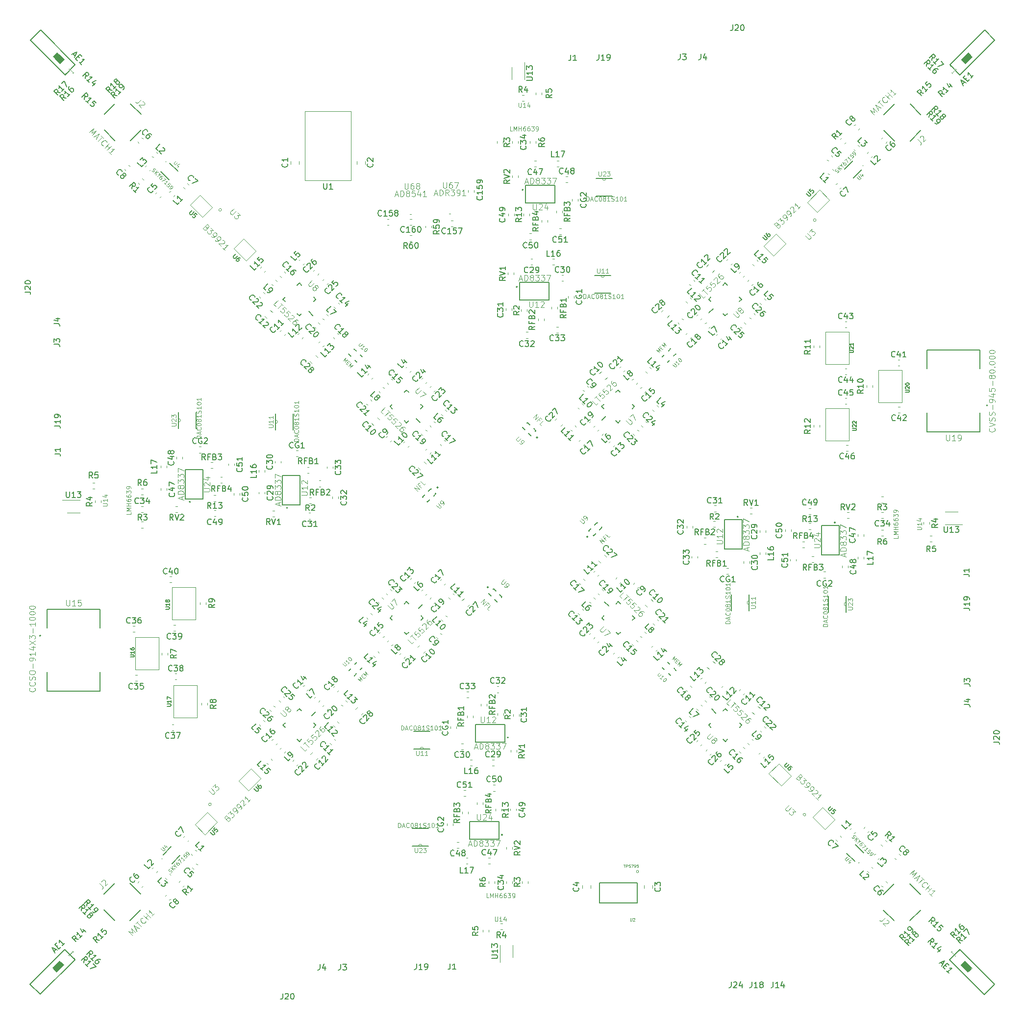
<source format=gto>
G04 #@! TF.GenerationSoftware,KiCad,Pcbnew,5.0.2-bee76a0~70~ubuntu18.04.1*
G04 #@! TF.CreationDate,2019-03-23T19:21:47-04:00*
G04 #@! TF.ProjectId,Array_v1,41727261-795f-4763-912e-6b696361645f,rev?*
G04 #@! TF.SameCoordinates,Original*
G04 #@! TF.FileFunction,Legend,Top*
G04 #@! TF.FilePolarity,Positive*
%FSLAX46Y46*%
G04 Gerber Fmt 4.6, Leading zero omitted, Abs format (unit mm)*
G04 Created by KiCad (PCBNEW 5.0.2-bee76a0~70~ubuntu18.04.1) date Sat 23 Mar 2019 07:21:47 PM EDT*
%MOMM*%
%LPD*%
G01*
G04 APERTURE LIST*
%ADD10C,0.120000*%
%ADD11C,0.100000*%
%ADD12C,0.152400*%
%ADD13C,0.127000*%
%ADD14C,0.200000*%
%ADD15C,0.150000*%
%ADD16C,0.050800*%
%ADD17C,0.050000*%
%ADD18C,0.125000*%
G04 APERTURE END LIST*
D10*
G04 #@! TO.C,RFB1*
X-150177547Y-54930617D02*
X-150177547Y-54605059D01*
X-151197547Y-54930617D02*
X-151197547Y-54605059D01*
X-122875617Y-97853453D02*
X-122550059Y-97853453D01*
X-122875617Y-96833453D02*
X-122550059Y-96833453D01*
X-165798453Y-125155383D02*
X-165798453Y-125480941D01*
X-164778453Y-125155383D02*
X-164778453Y-125480941D01*
D11*
G04 #@! TO.C,U23*
X-141808200Y-32410400D02*
G75*
G02X-142417800Y-32410400I-304800J0D01*
G01*
D12*
X-142417800Y-32410400D02*
X-143484600Y-32410400D01*
X-141808200Y-32410400D02*
X-142417800Y-32410400D01*
X-140741400Y-32410400D02*
X-141808200Y-32410400D01*
X-143484600Y-35407600D02*
X-140741400Y-35407600D01*
D11*
X-100355400Y-106222800D02*
G75*
G02X-100355400Y-105613200I0J304800D01*
G01*
D12*
X-100355400Y-105613200D02*
X-100355400Y-104546400D01*
X-100355400Y-106222800D02*
X-100355400Y-105613200D01*
X-100355400Y-107289600D02*
X-100355400Y-106222800D01*
X-103352600Y-104546400D02*
X-103352600Y-107289600D01*
D11*
X-174167800Y-147675600D02*
G75*
G02X-173558200Y-147675600I304800J0D01*
G01*
D12*
X-173558200Y-147675600D02*
X-172491400Y-147675600D01*
X-174167800Y-147675600D02*
X-173558200Y-147675600D01*
X-175234600Y-147675600D02*
X-174167800Y-147675600D01*
X-172491400Y-144678400D02*
X-175234600Y-144678400D01*
G04 #@! TO.C,U11*
X-143738600Y-52171600D02*
X-140995400Y-52171600D01*
X-140995400Y-49174400D02*
X-142062200Y-49174400D01*
X-142062200Y-49174400D02*
X-142671800Y-49174400D01*
X-142671800Y-49174400D02*
X-143738600Y-49174400D01*
D11*
X-142062200Y-49174400D02*
G75*
G02X-142671800Y-49174400I-304800J0D01*
G01*
D12*
X-120116600Y-104292400D02*
X-120116600Y-107035600D01*
X-117119400Y-107035600D02*
X-117119400Y-105968800D01*
X-117119400Y-105968800D02*
X-117119400Y-105359200D01*
X-117119400Y-105359200D02*
X-117119400Y-104292400D01*
D11*
X-117119400Y-105968800D02*
G75*
G02X-117119400Y-105359200I0J304800D01*
G01*
D12*
X-172237400Y-127914400D02*
X-174980600Y-127914400D01*
X-174980600Y-130911600D02*
X-173913800Y-130911600D01*
X-173913800Y-130911600D02*
X-173304200Y-130911600D01*
X-173304200Y-130911600D02*
X-172237400Y-130911600D01*
D11*
X-173913800Y-130911600D02*
G75*
G02X-173304200Y-130911600I304800J0D01*
G01*
D13*
G04 #@! TO.C,U10*
X-131031618Y-62147387D02*
X-130678065Y-61793834D01*
X-132092278Y-63208047D02*
X-131738725Y-62854494D01*
X-130819486Y-63773733D02*
X-131173039Y-64127286D01*
X-129758826Y-62713073D02*
X-130112379Y-63066626D01*
X-130092387Y-116999382D02*
X-129738834Y-117352935D01*
X-131153047Y-115938722D02*
X-130799494Y-116292275D01*
X-131718733Y-117211514D02*
X-132072286Y-116857961D01*
X-130658073Y-118272174D02*
X-131011626Y-117918621D01*
X-184944382Y-117938613D02*
X-185297935Y-118292166D01*
X-183883722Y-116877953D02*
X-184237275Y-117231506D01*
X-185156514Y-116312267D02*
X-184802961Y-115958714D01*
X-186217174Y-117372927D02*
X-185863621Y-117019374D01*
G04 #@! TO.C,U9*
X-154713447Y-76752660D02*
X-154801835Y-76841049D01*
X-154801835Y-76841049D02*
X-155190744Y-76452140D01*
X-155809462Y-75833421D02*
X-156216049Y-75426835D01*
X-156216049Y-75426835D02*
X-156127660Y-75338447D01*
X-154006340Y-76045553D02*
X-153917951Y-75957165D01*
X-153917951Y-75957165D02*
X-154306860Y-75568256D01*
X-154925579Y-74949538D02*
X-155332165Y-74542951D01*
X-155332165Y-74542951D02*
X-155420553Y-74631340D01*
D14*
X-153598497Y-77106214D02*
G75*
G03X-153598497Y-77106214I-125000J0D01*
G01*
D13*
X-144697660Y-93317553D02*
X-144786049Y-93229165D01*
X-144786049Y-93229165D02*
X-144397140Y-92840256D01*
X-143778421Y-92221538D02*
X-143371835Y-91814951D01*
X-143371835Y-91814951D02*
X-143283447Y-91903340D01*
X-143990553Y-94024660D02*
X-143902165Y-94113049D01*
X-143902165Y-94113049D02*
X-143513256Y-93724140D01*
X-142894538Y-93105421D02*
X-142487951Y-92698835D01*
X-142487951Y-92698835D02*
X-142576340Y-92610447D01*
D14*
X-144926214Y-94307503D02*
G75*
G03X-144926214Y-94307503I-125000J0D01*
G01*
D13*
X-161262553Y-103333340D02*
X-161174165Y-103244951D01*
X-161174165Y-103244951D02*
X-160785256Y-103633860D01*
X-160166538Y-104252579D02*
X-159759951Y-104659165D01*
X-159759951Y-104659165D02*
X-159848340Y-104747553D01*
X-161969660Y-104040447D02*
X-162058049Y-104128835D01*
X-162058049Y-104128835D02*
X-161669140Y-104517744D01*
X-161050421Y-105136462D02*
X-160643835Y-105543049D01*
X-160643835Y-105543049D02*
X-160555447Y-105454660D01*
D14*
X-162127503Y-102979786D02*
G75*
G03X-162127503Y-102979786I-125000J0D01*
G01*
D11*
G04 #@! TO.C,U6*
X-110739927Y-43612661D02*
X-112861247Y-45733981D01*
X-112861247Y-45733981D02*
X-114558303Y-44036925D01*
X-114558303Y-44036925D02*
X-112436983Y-41915605D01*
X-112436983Y-41915605D02*
X-110739927Y-43612661D01*
X-111557661Y-137291073D02*
X-113678981Y-135169753D01*
X-113678981Y-135169753D02*
X-111981925Y-133472697D01*
X-111981925Y-133472697D02*
X-109860605Y-135594017D01*
X-109860605Y-135594017D02*
X-111557661Y-137291073D01*
X-205236073Y-136473339D02*
X-203114753Y-134352019D01*
X-203114753Y-134352019D02*
X-201417697Y-136049075D01*
X-201417697Y-136049075D02*
X-203539017Y-138170395D01*
X-203539017Y-138170395D02*
X-205236073Y-136473339D01*
G04 #@! TO.C,U5*
X-104893568Y-34372190D02*
X-103196512Y-36069246D01*
X-107014888Y-36493510D02*
X-104893568Y-34372190D01*
X-105317832Y-38190566D02*
X-107014888Y-36493510D01*
X-103196512Y-36069246D02*
X-105317832Y-38190566D01*
X-102317190Y-143137432D02*
X-104014246Y-144834488D01*
X-104438510Y-141016112D02*
X-102317190Y-143137432D01*
X-106135566Y-142713168D02*
X-104438510Y-141016112D01*
X-104014246Y-144834488D02*
X-106135566Y-142713168D01*
X-211082432Y-145713810D02*
X-212779488Y-144016754D01*
X-208961112Y-143592490D02*
X-211082432Y-145713810D01*
X-210658168Y-141895434D02*
X-208961112Y-143592490D01*
X-212779488Y-144016754D02*
X-210658168Y-141895434D01*
D15*
G04 #@! TO.C,U4*
X-97410309Y-30196766D02*
G75*
G03X-97410309Y-30196766I-50000J0D01*
G01*
D13*
X-99184942Y-29347531D02*
X-100599156Y-30761745D01*
X-97671734Y-30860739D02*
X-99085948Y-32274953D01*
D15*
X-98091766Y-150570691D02*
G75*
G03X-98091766Y-150570691I-50000J0D01*
G01*
D13*
X-97292531Y-148846058D02*
X-98706745Y-147431844D01*
X-98805739Y-150359266D02*
X-100219953Y-148945052D01*
D15*
X-218465691Y-149889234D02*
G75*
G03X-218465691Y-149889234I-50000J0D01*
G01*
D13*
X-216791058Y-150738469D02*
X-215376844Y-149324255D01*
X-218304266Y-149225261D02*
X-216890052Y-147811047D01*
D11*
G04 #@! TO.C,U3*
X-105534912Y-39586139D02*
G75*
G03X-105534912Y-39586139I-234310J0D01*
G01*
X-107296829Y-142261778D02*
G75*
G03X-107296829Y-142261778I-234310J0D01*
G01*
X-209972468Y-140499861D02*
G75*
G03X-209972468Y-140499861I-234310J0D01*
G01*
D10*
G04 #@! TO.C,R13*
X-155065000Y-38470721D02*
X-155065000Y-38796279D01*
X-156085000Y-38470721D02*
X-156085000Y-38796279D01*
X-106415721Y-92966000D02*
X-106741279Y-92966000D01*
X-106415721Y-91946000D02*
X-106741279Y-91946000D01*
X-160911000Y-141615279D02*
X-160911000Y-141289721D01*
X-159891000Y-141615279D02*
X-159891000Y-141289721D01*
G04 #@! TO.C,R6*
X-154931347Y-25954059D02*
X-154931347Y-26279617D01*
X-153911347Y-25954059D02*
X-153911347Y-26279617D01*
X-93899059Y-93099653D02*
X-94224617Y-93099653D01*
X-93899059Y-94119653D02*
X-94224617Y-94119653D01*
X-161044653Y-154131941D02*
X-161044653Y-153806383D01*
X-162064653Y-154131941D02*
X-162064653Y-153806383D01*
G04 #@! TO.C,R5*
X-153915347Y-17897616D02*
X-153915347Y-17572058D01*
X-152895347Y-17897616D02*
X-152895347Y-17572058D01*
X-85842616Y-94115653D02*
X-85517058Y-94115653D01*
X-85842616Y-95135653D02*
X-85517058Y-95135653D01*
X-162060653Y-162188384D02*
X-162060653Y-162513942D01*
X-163080653Y-162188384D02*
X-163080653Y-162513942D01*
G04 #@! TO.C,R4*
X-156271279Y-18981338D02*
X-155945721Y-18981338D01*
X-156271279Y-17961338D02*
X-155945721Y-17961338D01*
X-86926338Y-91759721D02*
X-86926338Y-92085279D01*
X-85906338Y-91759721D02*
X-85906338Y-92085279D01*
X-159704721Y-161104662D02*
X-160030279Y-161104662D01*
X-159704721Y-162124662D02*
X-160030279Y-162124662D01*
G04 #@! TO.C,R3*
X-160657000Y-26299279D02*
X-160657000Y-25973721D01*
X-159637000Y-26299279D02*
X-159637000Y-25973721D01*
X-94244279Y-87374000D02*
X-93918721Y-87374000D01*
X-94244279Y-88394000D02*
X-93918721Y-88394000D01*
X-155319000Y-153786721D02*
X-155319000Y-154112279D01*
X-156339000Y-153786721D02*
X-156339000Y-154112279D01*
G04 #@! TO.C,R2*
X-156466000Y-54980721D02*
X-156466000Y-55306279D01*
X-155446000Y-54980721D02*
X-155446000Y-55306279D01*
X-122925721Y-91565000D02*
X-123251279Y-91565000D01*
X-122925721Y-92585000D02*
X-123251279Y-92585000D01*
X-159510000Y-125105279D02*
X-159510000Y-124779721D01*
X-160530000Y-125105279D02*
X-160530000Y-124779721D01*
G04 #@! TO.C,R1*
X-100371368Y-26112223D02*
X-100601573Y-26342428D01*
X-101092617Y-25390974D02*
X-101322822Y-25621179D01*
X-94057223Y-147659632D02*
X-94287428Y-147429427D01*
X-93335974Y-146938383D02*
X-93566179Y-146708178D01*
X-215604632Y-153973777D02*
X-215374427Y-153743572D01*
X-214883383Y-154695026D02*
X-214653178Y-154464821D01*
G04 #@! TO.C,L17*
X-150302279Y-30355000D02*
X-149976721Y-30355000D01*
X-150302279Y-29335000D02*
X-149976721Y-29335000D01*
X-98300000Y-97728721D02*
X-98300000Y-98054279D01*
X-97280000Y-97728721D02*
X-97280000Y-98054279D01*
X-165673721Y-149731000D02*
X-165999279Y-149731000D01*
X-165673721Y-150751000D02*
X-165999279Y-150751000D01*
G04 #@! TO.C,L16*
X-151053626Y-46282337D02*
X-150728068Y-46282337D01*
X-151053626Y-47302337D02*
X-150728068Y-47302337D01*
X-114227337Y-96977374D02*
X-114227337Y-97302932D01*
X-115247337Y-96977374D02*
X-115247337Y-97302932D01*
X-164922374Y-133803663D02*
X-165247932Y-133803663D01*
X-164922374Y-132783663D02*
X-165247932Y-132783663D01*
G04 #@! TO.C,L15*
X-116512085Y-47203195D02*
X-116281880Y-47433400D01*
X-115790836Y-46481946D02*
X-115560631Y-46712151D01*
X-115148195Y-131518915D02*
X-115378400Y-131749120D01*
X-114426946Y-132240164D02*
X-114657151Y-132470369D01*
X-199463915Y-132882805D02*
X-199694120Y-132652600D01*
X-200185164Y-133604054D02*
X-200415369Y-133373849D01*
G04 #@! TO.C,L14*
X-134975351Y-65738586D02*
X-134745146Y-65968791D01*
X-134254102Y-65017337D02*
X-134023897Y-65247542D01*
X-133683586Y-113055649D02*
X-133913791Y-113285854D01*
X-132962337Y-113776898D02*
X-133192542Y-114007103D01*
X-181000649Y-114347414D02*
X-181230854Y-114117209D01*
X-181721898Y-115068663D02*
X-181952103Y-114838458D01*
G04 #@! TO.C,L13*
X-129177386Y-57527350D02*
X-129407591Y-57297145D01*
X-128456137Y-56806101D02*
X-128686342Y-56575896D01*
X-125472350Y-118853614D02*
X-125242145Y-118623409D01*
X-124751101Y-119574863D02*
X-124520896Y-119344658D01*
X-186798614Y-122558650D02*
X-186568409Y-122788855D01*
X-187519863Y-123279899D02*
X-187289658Y-123510104D01*
G04 #@! TO.C,L12*
X-127055359Y-53177935D02*
X-127285564Y-52947730D01*
X-127776608Y-53899184D02*
X-128006813Y-53668979D01*
X-121122935Y-120975641D02*
X-120892730Y-120745436D01*
X-121844184Y-120254392D02*
X-121613979Y-120024187D01*
X-188920641Y-126908065D02*
X-188690436Y-127138270D01*
X-188199392Y-126186816D02*
X-187969187Y-126417021D01*
G04 #@! TO.C,L11*
X-147694745Y-76008645D02*
X-147924950Y-75778440D01*
X-146973496Y-75287396D02*
X-147203701Y-75057191D01*
X-143953645Y-100336255D02*
X-143723440Y-100106050D01*
X-143232396Y-101057504D02*
X-143002191Y-100827299D01*
X-168281255Y-104077355D02*
X-168051050Y-104307560D01*
X-169002504Y-104798604D02*
X-168772299Y-105028809D01*
G04 #@! TO.C,L10*
X-145734291Y-71497658D02*
X-145964496Y-71267453D01*
X-146455540Y-72218907D02*
X-146685745Y-71988702D01*
X-139442658Y-102296709D02*
X-139212453Y-102066504D01*
X-140163907Y-101575460D02*
X-139933702Y-101345255D01*
X-170241709Y-108588342D02*
X-170011504Y-108818547D01*
X-169520460Y-107867093D02*
X-169290255Y-108097298D01*
G04 #@! TO.C,L9*
X-117859435Y-49178852D02*
X-118089640Y-49409057D01*
X-118580684Y-48457603D02*
X-118810889Y-48687808D01*
X-117123852Y-130171565D02*
X-117354057Y-129941360D01*
X-116402603Y-129450316D02*
X-116632808Y-129220111D01*
X-198116565Y-130907148D02*
X-197886360Y-130676943D01*
X-197395316Y-131628397D02*
X-197165111Y-131398192D01*
G04 #@! TO.C,L8*
X-136376794Y-67696211D02*
X-136606999Y-67926416D01*
X-137098043Y-66974962D02*
X-137328248Y-67205167D01*
X-135641211Y-111654206D02*
X-135871416Y-111424001D01*
X-134919962Y-110932957D02*
X-135150167Y-110702752D01*
X-179599206Y-112389789D02*
X-179369001Y-112159584D01*
X-178877957Y-113111038D02*
X-178647752Y-112880833D01*
G04 #@! TO.C,L7*
X-124507653Y-57258254D02*
X-124737858Y-57488459D01*
X-123786404Y-57979503D02*
X-124016609Y-58209708D01*
X-125203254Y-123523347D02*
X-125433459Y-123293142D01*
X-125924503Y-124244596D02*
X-126154708Y-124014391D01*
X-191468347Y-122827746D02*
X-191238142Y-122597541D01*
X-192189596Y-122106497D02*
X-191959391Y-121876292D01*
G04 #@! TO.C,L6*
X-143025012Y-75775613D02*
X-143255217Y-76005818D01*
X-142303763Y-76496862D02*
X-142533968Y-76727067D01*
X-143720613Y-105005988D02*
X-143950818Y-104775783D01*
X-144441862Y-105727237D02*
X-144672067Y-105497032D01*
X-172950988Y-104310387D02*
X-172720783Y-104080182D01*
X-173672237Y-103589138D02*
X-173442032Y-103358933D01*
G04 #@! TO.C,L5*
X-114497538Y-53163398D02*
X-114267333Y-53393603D01*
X-115218787Y-53884647D02*
X-114988582Y-54114852D01*
X-121108398Y-133533462D02*
X-121338603Y-133763667D01*
X-121829647Y-132812213D02*
X-122059852Y-133042418D01*
X-201478462Y-126922602D02*
X-201708667Y-126692397D01*
X-200757213Y-126201353D02*
X-200987418Y-125971148D01*
G04 #@! TO.C,L4*
X-133032927Y-71626664D02*
X-132802722Y-71856869D01*
X-133754176Y-72347913D02*
X-133523971Y-72578118D01*
X-139571664Y-114998073D02*
X-139801869Y-115228278D01*
X-140292913Y-114276824D02*
X-140523118Y-114507029D01*
X-182943073Y-108459336D02*
X-183173278Y-108229131D01*
X-182221824Y-107738087D02*
X-182452029Y-107507882D01*
G04 #@! TO.C,L3*
X-98775783Y-27581633D02*
X-99005988Y-27351428D01*
X-98054534Y-26860384D02*
X-98284739Y-26630179D01*
X-95526633Y-149255217D02*
X-95296428Y-149025012D01*
X-94805384Y-149976466D02*
X-94575179Y-149746261D01*
X-217200217Y-152504367D02*
X-216970012Y-152734572D01*
X-217921466Y-153225616D02*
X-217691261Y-153455821D01*
G04 #@! TO.C,L2*
X-95998210Y-28754468D02*
X-95768005Y-28524263D01*
X-96719459Y-28033219D02*
X-96489254Y-27803014D01*
X-96699468Y-152032790D02*
X-96469263Y-152262995D01*
X-95978219Y-151311541D02*
X-95748014Y-151541746D01*
X-219977790Y-151331532D02*
X-220207995Y-151561737D01*
X-219256541Y-152052781D02*
X-219486746Y-152282986D01*
G04 #@! TO.C,L1*
X-102720119Y-30778476D02*
X-102489914Y-31008681D01*
X-103441368Y-31499725D02*
X-103211163Y-31729930D01*
X-98723476Y-145310881D02*
X-98953681Y-145541086D01*
X-99444725Y-144589632D02*
X-99674930Y-144819837D01*
X-213255881Y-149307524D02*
X-213486086Y-149077319D01*
X-212534632Y-148586275D02*
X-212764837Y-148356070D01*
D13*
G04 #@! TO.C,J2*
X-93798528Y-21395034D02*
X-91960050Y-19556556D01*
X-89273044Y-19556556D02*
X-87434566Y-21395034D01*
X-93798528Y-24082040D02*
X-91960050Y-25920518D01*
X-87434566Y-24082040D02*
X-89273044Y-25920518D01*
X-89340034Y-154232472D02*
X-87501556Y-156070950D01*
X-87501556Y-158757956D02*
X-89340034Y-160596434D01*
X-92027040Y-154232472D02*
X-93865518Y-156070950D01*
X-92027040Y-160596434D02*
X-93865518Y-158757956D01*
X-222177472Y-158690966D02*
X-224015950Y-160529444D01*
X-226702956Y-160529444D02*
X-228541434Y-158690966D01*
X-222177472Y-156003960D02*
X-224015950Y-154165482D01*
X-228541434Y-156003960D02*
X-226702956Y-154165482D01*
D10*
G04 #@! TO.C,CG2*
X-147703000Y-36256279D02*
X-147703000Y-35930721D01*
X-146683000Y-36256279D02*
X-146683000Y-35930721D01*
X-104201279Y-100328000D02*
X-103875721Y-100328000D01*
X-104201279Y-101348000D02*
X-103875721Y-101348000D01*
X-168273000Y-143829721D02*
X-168273000Y-144155279D01*
X-169293000Y-143829721D02*
X-169293000Y-144155279D01*
D15*
G04 #@! TO.C,U24*
X-155691348Y-36632338D02*
X-155691348Y-33584338D01*
X-150611348Y-36632338D02*
X-155691348Y-36632338D01*
X-150611348Y-33584338D02*
X-150611348Y-36632338D01*
X-155691348Y-33584338D02*
X-150611348Y-33584338D01*
D14*
X-156099348Y-34346338D02*
G75*
G03X-156099348Y-34346338I-100000J0D01*
G01*
D15*
X-104577338Y-92339652D02*
X-101529338Y-92339652D01*
X-104577338Y-97419652D02*
X-104577338Y-92339652D01*
X-101529338Y-97419652D02*
X-104577338Y-97419652D01*
X-101529338Y-92339652D02*
X-101529338Y-97419652D01*
D14*
X-102191338Y-91831652D02*
G75*
G03X-102191338Y-91831652I-100000J0D01*
G01*
D15*
X-160284652Y-143453662D02*
X-160284652Y-146501662D01*
X-165364652Y-143453662D02*
X-160284652Y-143453662D01*
X-165364652Y-146501662D02*
X-165364652Y-143453662D01*
X-160284652Y-146501662D02*
X-165364652Y-146501662D01*
D14*
X-159676652Y-145739662D02*
G75*
G03X-159676652Y-145739662I-100000J0D01*
G01*
D15*
G04 #@! TO.C,U12*
X-156707348Y-53400338D02*
X-156707348Y-50352338D01*
X-151627348Y-53400338D02*
X-156707348Y-53400338D01*
X-151627348Y-50352338D02*
X-151627348Y-53400338D01*
X-156707348Y-50352338D02*
X-151627348Y-50352338D01*
D14*
X-157115348Y-51114338D02*
G75*
G03X-157115348Y-51114338I-100000J0D01*
G01*
D15*
X-121345338Y-91323652D02*
X-118297338Y-91323652D01*
X-121345338Y-96403652D02*
X-121345338Y-91323652D01*
X-118297338Y-96403652D02*
X-121345338Y-96403652D01*
X-118297338Y-91323652D02*
X-118297338Y-96403652D01*
D14*
X-118959338Y-90815652D02*
G75*
G03X-118959338Y-90815652I-100000J0D01*
G01*
D15*
X-159268652Y-126685662D02*
X-159268652Y-129733662D01*
X-164348652Y-126685662D02*
X-159268652Y-126685662D01*
X-164348652Y-129733662D02*
X-164348652Y-126685662D01*
X-159268652Y-129733662D02*
X-164348652Y-129733662D01*
D14*
X-158660652Y-128971662D02*
G75*
G03X-158660652Y-128971662I-100000J0D01*
G01*
D10*
G04 #@! TO.C,U13*
X-158072000Y-15324000D02*
X-158072000Y-13124000D01*
X-155872000Y-15324000D02*
X-155872000Y-12324000D01*
X-83269000Y-89959000D02*
X-81069000Y-89959000D01*
X-83269000Y-92159000D02*
X-80269000Y-92159000D01*
X-157904000Y-164762000D02*
X-157904000Y-166962000D01*
X-160104000Y-164762000D02*
X-160104000Y-167762000D01*
D12*
G04 #@! TO.C,U8*
X-123310294Y-54914251D02*
X-124010754Y-55614711D01*
X-121604046Y-55722474D02*
X-121226875Y-56099645D01*
X-123687465Y-52884713D02*
X-124064636Y-53261884D01*
X-118766285Y-53639055D02*
X-118389114Y-53261884D01*
X-121226875Y-50424123D02*
X-121604046Y-50801294D01*
X-124064636Y-53261884D02*
X-123687465Y-53639055D01*
X-121226875Y-56099645D02*
X-120849704Y-55722474D01*
X-118389114Y-53261884D02*
X-118766285Y-52884713D01*
X-120849704Y-50801294D02*
X-121226875Y-50424123D01*
X-122859251Y-124720706D02*
X-123559711Y-124020246D01*
X-123667474Y-126426954D02*
X-124044645Y-126804125D01*
X-120829713Y-124343535D02*
X-121206884Y-123966364D01*
X-121584055Y-129264715D02*
X-121206884Y-129641886D01*
X-118369123Y-126804125D02*
X-118746294Y-126426954D01*
X-121206884Y-123966364D02*
X-121584055Y-124343535D01*
X-124044645Y-126804125D02*
X-123667474Y-127181296D01*
X-121206884Y-129641886D02*
X-120829713Y-129264715D01*
X-118746294Y-127181296D02*
X-118369123Y-126804125D01*
X-192665706Y-125171749D02*
X-191965246Y-124471289D01*
X-194371954Y-124363526D02*
X-194749125Y-123986355D01*
X-192288535Y-127201287D02*
X-191911364Y-126824116D01*
X-197209715Y-126446945D02*
X-197586886Y-126824116D01*
X-194749125Y-129661877D02*
X-194371954Y-129284706D01*
X-191911364Y-126824116D02*
X-192288535Y-126446945D01*
X-194749125Y-123986355D02*
X-195126296Y-124363526D01*
X-197586886Y-126824116D02*
X-197209715Y-127201287D01*
X-195126296Y-129284706D02*
X-194749125Y-129661877D01*
G04 #@! TO.C,U7*
X-139349031Y-69300622D02*
X-139726202Y-68923451D01*
X-136888441Y-71761212D02*
X-137265612Y-71384041D01*
X-139726202Y-74598973D02*
X-139349031Y-74221802D01*
X-142563963Y-71761212D02*
X-142186792Y-72138383D01*
X-139726202Y-68923451D02*
X-140103373Y-69300622D01*
X-137265612Y-72138383D02*
X-136888441Y-71761212D01*
X-142186792Y-71384041D02*
X-142563963Y-71761212D01*
X-140103373Y-74221802D02*
X-139726202Y-74598973D01*
X-141809621Y-73413579D02*
X-142510081Y-74114039D01*
X-137245622Y-108681969D02*
X-136868451Y-108304798D01*
X-139706212Y-111142559D02*
X-139329041Y-110765388D01*
X-142543973Y-108304798D02*
X-142166802Y-108681969D01*
X-139706212Y-105467037D02*
X-140083383Y-105844208D01*
X-136868451Y-108304798D02*
X-137245622Y-107927627D01*
X-140083383Y-110765388D02*
X-139706212Y-111142559D01*
X-139329041Y-105844208D02*
X-139706212Y-105467037D01*
X-142166802Y-107927627D02*
X-142543973Y-108304798D01*
X-141358579Y-106221379D02*
X-142059039Y-105520919D01*
X-176626969Y-110785378D02*
X-176249798Y-111162549D01*
X-179087559Y-108324788D02*
X-178710388Y-108701959D01*
X-176249798Y-105487027D02*
X-176626969Y-105864198D01*
X-173412037Y-108324788D02*
X-173789208Y-107947617D01*
X-176249798Y-111162549D02*
X-175872627Y-110785378D01*
X-178710388Y-107947617D02*
X-179087559Y-108324788D01*
X-173789208Y-108701959D02*
X-173412037Y-108324788D01*
X-175872627Y-105864198D02*
X-176249798Y-105487027D01*
X-174166379Y-106672421D02*
X-173465919Y-105971961D01*
D10*
G04 #@! TO.C,RV2*
X-157979347Y-32223117D02*
X-157979347Y-31897559D01*
X-156959347Y-32223117D02*
X-156959347Y-31897559D01*
X-100168117Y-90051653D02*
X-99842559Y-90051653D01*
X-100168117Y-91071653D02*
X-99842559Y-91071653D01*
X-157996653Y-147862883D02*
X-157996653Y-148188441D01*
X-159016653Y-147862883D02*
X-159016653Y-148188441D01*
G04 #@! TO.C,RV1*
X-157721347Y-48961616D02*
X-157721347Y-48636058D01*
X-158741347Y-48961616D02*
X-158741347Y-48636058D01*
X-116906616Y-90309653D02*
X-116581058Y-90309653D01*
X-116906616Y-89289653D02*
X-116581058Y-89289653D01*
X-158254653Y-131124384D02*
X-158254653Y-131449942D01*
X-157234653Y-131124384D02*
X-157234653Y-131449942D01*
G04 #@! TO.C,RFB4*
X-151890000Y-39613721D02*
X-151890000Y-39939279D01*
X-152910000Y-39613721D02*
X-152910000Y-39939279D01*
X-107558721Y-96141000D02*
X-107884279Y-96141000D01*
X-107558721Y-95121000D02*
X-107884279Y-95121000D01*
X-164086000Y-140472279D02*
X-164086000Y-140146721D01*
X-163066000Y-140472279D02*
X-163066000Y-140146721D01*
G04 #@! TO.C,RFB3*
X-149350000Y-38288279D02*
X-149350000Y-37962721D01*
X-150370000Y-38288279D02*
X-150370000Y-37962721D01*
X-106233279Y-98681000D02*
X-105907721Y-98681000D01*
X-106233279Y-97661000D02*
X-105907721Y-97661000D01*
X-166626000Y-141797721D02*
X-166626000Y-142123279D01*
X-165606000Y-141797721D02*
X-165606000Y-142123279D01*
G04 #@! TO.C,RFB2*
X-152525000Y-56631721D02*
X-152525000Y-56957279D01*
X-153545000Y-56631721D02*
X-153545000Y-56957279D01*
X-124576721Y-95506000D02*
X-124902279Y-95506000D01*
X-124576721Y-94486000D02*
X-124902279Y-94486000D01*
X-163451000Y-123454279D02*
X-163451000Y-123128721D01*
X-162431000Y-123454279D02*
X-162431000Y-123128721D01*
G04 #@! TO.C,CG1*
X-147318000Y-53020279D02*
X-147318000Y-52694721D01*
X-148338000Y-53020279D02*
X-148338000Y-52694721D01*
X-120965279Y-100713000D02*
X-120639721Y-100713000D01*
X-120965279Y-99693000D02*
X-120639721Y-99693000D01*
X-168658000Y-127065721D02*
X-168658000Y-127391279D01*
X-167638000Y-127065721D02*
X-167638000Y-127391279D01*
G04 #@! TO.C,C51*
X-149570221Y-42039000D02*
X-149895779Y-42039000D01*
X-149570221Y-41019000D02*
X-149895779Y-41019000D01*
X-109984000Y-98460779D02*
X-109984000Y-98135221D01*
X-108964000Y-98460779D02*
X-108964000Y-98135221D01*
X-166405779Y-138047000D02*
X-166080221Y-138047000D01*
X-166405779Y-139067000D02*
X-166080221Y-139067000D01*
G04 #@! TO.C,C50*
X-155001279Y-42928000D02*
X-154675721Y-42928000D01*
X-155001279Y-41908000D02*
X-154675721Y-41908000D01*
X-110873000Y-93029721D02*
X-110873000Y-93355279D01*
X-109853000Y-93029721D02*
X-109853000Y-93355279D01*
X-160974721Y-137158000D02*
X-161300279Y-137158000D01*
X-160974721Y-138178000D02*
X-161300279Y-138178000D01*
G04 #@! TO.C,C49*
X-158673847Y-38523373D02*
X-158673847Y-38848933D01*
X-157653847Y-38523373D02*
X-157653847Y-38848933D01*
X-106468373Y-89357153D02*
X-106793933Y-89357153D01*
X-106468373Y-90377153D02*
X-106793933Y-90377153D01*
X-157302153Y-141562627D02*
X-157302153Y-141237067D01*
X-158322153Y-141562627D02*
X-158322153Y-141237067D01*
G04 #@! TO.C,C48*
X-148742126Y-33078337D02*
X-148416568Y-33078337D01*
X-148742126Y-32058337D02*
X-148416568Y-32058337D01*
X-101023337Y-99288874D02*
X-101023337Y-99614432D01*
X-100003337Y-99288874D02*
X-100003337Y-99614432D01*
X-167233874Y-147007663D02*
X-167559432Y-147007663D01*
X-167233874Y-148027663D02*
X-167559432Y-148027663D01*
G04 #@! TO.C,C47*
X-153862721Y-30355000D02*
X-154188279Y-30355000D01*
X-153862721Y-29335000D02*
X-154188279Y-29335000D01*
X-98300000Y-94168279D02*
X-98300000Y-93842721D01*
X-97280000Y-94168279D02*
X-97280000Y-93842721D01*
X-162113279Y-149731000D02*
X-161787721Y-149731000D01*
X-162113279Y-150751000D02*
X-161787721Y-150751000D01*
G04 #@! TO.C,C34*
X-157979347Y-25954058D02*
X-157979347Y-26279616D01*
X-156959347Y-25954058D02*
X-156959347Y-26279616D01*
X-93899058Y-90051653D02*
X-94224616Y-90051653D01*
X-93899058Y-91071653D02*
X-94224616Y-91071653D01*
X-157996653Y-154131942D02*
X-157996653Y-153806384D01*
X-159016653Y-154131942D02*
X-159016653Y-153806384D01*
G04 #@! TO.C,C33*
X-150078221Y-58037000D02*
X-150403779Y-58037000D01*
X-150078221Y-59057000D02*
X-150403779Y-59057000D01*
X-125982000Y-97952779D02*
X-125982000Y-97627221D01*
X-127002000Y-97952779D02*
X-127002000Y-97627221D01*
X-165897779Y-122049000D02*
X-165572221Y-122049000D01*
X-165897779Y-121029000D02*
X-165572221Y-121029000D01*
G04 #@! TO.C,C32*
X-155636279Y-58926000D02*
X-155310721Y-58926000D01*
X-155636279Y-59946000D02*
X-155310721Y-59946000D01*
X-126871000Y-92394721D02*
X-126871000Y-92720279D01*
X-127891000Y-92394721D02*
X-127891000Y-92720279D01*
X-160339721Y-121160000D02*
X-160665279Y-121160000D01*
X-160339721Y-120140000D02*
X-160665279Y-120140000D01*
G04 #@! TO.C,C31*
X-158113000Y-54853721D02*
X-158113000Y-55179281D01*
X-159133000Y-54853721D02*
X-159133000Y-55179281D01*
X-122798721Y-89918000D02*
X-123124281Y-89918000D01*
X-122798721Y-88898000D02*
X-123124281Y-88898000D01*
X-157863000Y-125232279D02*
X-157863000Y-124906719D01*
X-156843000Y-125232279D02*
X-156843000Y-124906719D01*
G04 #@! TO.C,C30*
X-149478625Y-50096338D02*
X-149153067Y-50096338D01*
X-149478625Y-49076338D02*
X-149153067Y-49076338D01*
X-118041338Y-98552375D02*
X-118041338Y-98877933D01*
X-117021338Y-98552375D02*
X-117021338Y-98877933D01*
X-166497375Y-129989662D02*
X-166822933Y-129989662D01*
X-166497375Y-131009662D02*
X-166822933Y-131009662D01*
G04 #@! TO.C,C29*
X-154487068Y-47302338D02*
X-154812626Y-47302338D01*
X-154487068Y-46282338D02*
X-154812626Y-46282338D01*
X-115247338Y-93543932D02*
X-115247338Y-93218374D01*
X-114227338Y-93543932D02*
X-114227338Y-93218374D01*
X-161488932Y-132783662D02*
X-161163374Y-132783662D01*
X-161488932Y-133803662D02*
X-161163374Y-133803662D01*
G04 #@! TO.C,C28*
X-131269261Y-56405736D02*
X-130903577Y-56040052D01*
X-132273353Y-55401644D02*
X-131907669Y-55035960D01*
X-124350736Y-116761739D02*
X-123985052Y-117127423D01*
X-123346644Y-115757647D02*
X-122980960Y-116123331D01*
X-184706739Y-123680264D02*
X-185072423Y-124045948D01*
X-183702647Y-124684356D02*
X-184068331Y-125050040D01*
G04 #@! TO.C,C27*
X-149644490Y-75140176D02*
X-149278806Y-74774492D01*
X-150648582Y-74136084D02*
X-150282898Y-73770400D01*
X-143085176Y-98386510D02*
X-142719492Y-98752194D01*
X-142081084Y-97382418D02*
X-141715400Y-97748102D01*
X-166331510Y-104945824D02*
X-166697194Y-105311508D01*
X-165327418Y-105949916D02*
X-165693102Y-106315600D01*
G04 #@! TO.C,C26*
X-116784633Y-56629323D02*
X-117014838Y-56399118D01*
X-116063384Y-55908074D02*
X-116293589Y-55677869D01*
X-124574323Y-131246367D02*
X-124344118Y-131016162D01*
X-123853074Y-131967616D02*
X-123622869Y-131737411D01*
X-199191367Y-123456677D02*
X-198961162Y-123686882D01*
X-199912616Y-124177926D02*
X-199682411Y-124408131D01*
G04 #@! TO.C,C25*
X-117679830Y-57524521D02*
X-117910035Y-57294316D01*
X-118401079Y-58245770D02*
X-118631284Y-58015565D01*
X-125469521Y-130351170D02*
X-125239316Y-130120965D01*
X-126190770Y-129629921D02*
X-125960565Y-129399716D01*
X-198296170Y-122561479D02*
X-198065965Y-122791684D01*
X-197574921Y-121840230D02*
X-197344716Y-122070435D01*
G04 #@! TO.C,C24*
X-135463566Y-75308256D02*
X-135693771Y-75078051D01*
X-134742317Y-74587007D02*
X-134972522Y-74356802D01*
X-143253256Y-112567434D02*
X-143023051Y-112337229D01*
X-142532007Y-113288683D02*
X-142301802Y-113058478D01*
X-180512434Y-104777744D02*
X-180282229Y-105007949D01*
X-181233683Y-105498993D02*
X-181003478Y-105729198D01*
G04 #@! TO.C,C23*
X-136179158Y-76023848D02*
X-136409363Y-75793643D01*
X-136900407Y-76745097D02*
X-137130612Y-76514892D01*
X-143968848Y-111851842D02*
X-143738643Y-111621637D01*
X-144690097Y-111130593D02*
X-144459892Y-110900388D01*
X-179796842Y-104062152D02*
X-179566637Y-104292357D01*
X-179075593Y-103340903D02*
X-178845388Y-103571108D01*
G04 #@! TO.C,C22*
X-120014697Y-47023590D02*
X-120244902Y-47253795D01*
X-120735946Y-46302341D02*
X-120966151Y-46532546D01*
X-114968590Y-128016303D02*
X-115198795Y-127786098D01*
X-114247341Y-127295054D02*
X-114477546Y-127064849D01*
X-195961303Y-133062410D02*
X-195731098Y-132832205D01*
X-195240054Y-133783659D02*
X-195009849Y-133553454D01*
G04 #@! TO.C,C21*
X-138514024Y-65522917D02*
X-138744229Y-65753122D01*
X-139235273Y-64801668D02*
X-139465478Y-65031873D01*
X-133467917Y-109516976D02*
X-133698122Y-109286771D01*
X-132746668Y-108795727D02*
X-132976873Y-108565522D01*
X-177461976Y-114563083D02*
X-177231771Y-114332878D01*
X-176740727Y-115284332D02*
X-176510522Y-115054127D01*
G04 #@! TO.C,C20*
X-125223245Y-56542662D02*
X-125453450Y-56772867D01*
X-125944494Y-55821413D02*
X-126174699Y-56051618D01*
X-124487662Y-122807755D02*
X-124717867Y-122577550D01*
X-123766413Y-122086506D02*
X-123996618Y-121856301D01*
X-190752755Y-123543338D02*
X-190522550Y-123313133D01*
X-190031506Y-124264587D02*
X-189801301Y-124034382D01*
G04 #@! TO.C,C19*
X-143722572Y-75041989D02*
X-143952777Y-75272194D01*
X-144443821Y-74320740D02*
X-144674026Y-74550945D01*
X-142986989Y-104308428D02*
X-143217194Y-104078223D01*
X-142265740Y-103587179D02*
X-142495945Y-103356974D01*
X-172253428Y-105044011D02*
X-172023223Y-104813806D01*
X-171532179Y-105765260D02*
X-171301974Y-105535055D01*
G04 #@! TO.C,C18*
X-127285564Y-60041821D02*
X-127055359Y-59811616D01*
X-128006813Y-59320572D02*
X-127776608Y-59090367D01*
X-127986821Y-120745436D02*
X-127756616Y-120975641D01*
X-127265572Y-120024187D02*
X-127035367Y-120254392D01*
X-188690436Y-120044179D02*
X-188920641Y-120274384D01*
X-187969187Y-120765428D02*
X-188199392Y-120995633D01*
G04 #@! TO.C,C17*
X-145748829Y-78505087D02*
X-145518624Y-78274882D01*
X-146470078Y-77783838D02*
X-146239873Y-77553633D01*
X-146450087Y-102282171D02*
X-146219882Y-102512376D01*
X-145728838Y-101560922D02*
X-145498633Y-101791127D01*
X-170227171Y-101580913D02*
X-170457376Y-101811118D01*
X-169505922Y-102302162D02*
X-169736127Y-102532367D01*
G04 #@! TO.C,C16*
X-116670830Y-50863929D02*
X-116440625Y-50633724D01*
X-117392079Y-50142680D02*
X-117161874Y-49912475D01*
X-118808929Y-131360170D02*
X-118578724Y-131590375D01*
X-118087680Y-130638921D02*
X-117857475Y-130869126D01*
X-199305170Y-129222071D02*
X-199535375Y-129452276D01*
X-198583921Y-129943320D02*
X-198814126Y-130173525D01*
G04 #@! TO.C,C15*
X-135170158Y-69363257D02*
X-134939953Y-69133052D01*
X-135891407Y-68642008D02*
X-135661202Y-68411803D01*
X-137308257Y-112860842D02*
X-137078052Y-113091047D01*
X-136587008Y-112139593D02*
X-136356803Y-112369798D01*
X-180805842Y-110722743D02*
X-181036047Y-110952948D01*
X-180084593Y-111443992D02*
X-180314798Y-111674197D01*
G04 #@! TO.C,C14*
X-121810748Y-59955158D02*
X-122040953Y-60185363D01*
X-122531997Y-59233909D02*
X-122762202Y-59464114D01*
X-127900158Y-126220252D02*
X-128130363Y-125990047D01*
X-127178909Y-125499003D02*
X-127409114Y-125268798D01*
X-194165252Y-120130842D02*
X-193935047Y-119900637D01*
X-193444003Y-120852091D02*
X-193213798Y-120621886D01*
G04 #@! TO.C,C13*
X-140328107Y-78472517D02*
X-140558312Y-78702722D01*
X-141049356Y-77751268D02*
X-141279561Y-77981473D01*
X-146417517Y-107702893D02*
X-146647722Y-107472688D01*
X-145696268Y-106981644D02*
X-145926473Y-106751439D01*
X-175647893Y-101613483D02*
X-175417688Y-101383278D01*
X-174926644Y-102334732D02*
X-174696439Y-102104527D01*
G04 #@! TO.C,C12*
X-124481743Y-47610033D02*
X-124116059Y-47244349D01*
X-123477651Y-48614125D02*
X-123111967Y-48248441D01*
X-115555033Y-123549257D02*
X-115189349Y-123914941D01*
X-116559125Y-124553349D02*
X-116193441Y-124919033D01*
X-191494257Y-132475967D02*
X-191859941Y-132841651D01*
X-192498349Y-131471875D02*
X-192864033Y-131837559D01*
G04 #@! TO.C,C11*
X-126480481Y-50160711D02*
X-126710686Y-49930506D01*
X-127201730Y-50881960D02*
X-127431935Y-50651755D01*
X-118105711Y-121550519D02*
X-117875506Y-121320314D01*
X-118826960Y-120829270D02*
X-118596755Y-120599065D01*
X-189495519Y-129925289D02*
X-189265314Y-130155494D01*
X-188774270Y-129204040D02*
X-188544065Y-129434245D01*
G04 #@! TO.C,C10*
X-141976979Y-67113453D02*
X-141611295Y-66747769D01*
X-142981071Y-66109361D02*
X-142615387Y-65743677D01*
X-135058453Y-106054021D02*
X-134692769Y-106419705D01*
X-134054361Y-105049929D02*
X-133688677Y-105415613D01*
X-173999021Y-112972547D02*
X-174364705Y-113338231D01*
X-172994929Y-113976639D02*
X-173360613Y-114342323D01*
G04 #@! TO.C,C9*
X-144836265Y-68444370D02*
X-145066470Y-68214165D01*
X-145557514Y-69165619D02*
X-145787719Y-68935414D01*
X-136389370Y-103194735D02*
X-136159165Y-102964530D01*
X-137110619Y-102473486D02*
X-136880414Y-102243281D01*
X-171139735Y-111641630D02*
X-170909530Y-111871835D01*
X-170418486Y-110920381D02*
X-170188281Y-111150586D01*
G04 #@! TO.C,C8*
X-98017818Y-23758673D02*
X-98248023Y-23988878D01*
X-98739067Y-23037424D02*
X-98969272Y-23267629D01*
X-91703673Y-150013182D02*
X-91933878Y-149782977D01*
X-90982424Y-149291933D02*
X-91212629Y-149061728D01*
X-217958182Y-156327327D02*
X-217727977Y-156097122D01*
X-217236933Y-157048576D02*
X-217006728Y-156818371D01*
G04 #@! TO.C,C7*
X-101404395Y-34160652D02*
X-101174190Y-33930447D01*
X-102125644Y-33439403D02*
X-101895439Y-33209198D01*
X-102105652Y-146626605D02*
X-101875447Y-146856810D01*
X-101384403Y-145905356D02*
X-101154198Y-146135561D01*
X-214571605Y-145925348D02*
X-214801810Y-146155553D01*
X-213850356Y-146646597D02*
X-214080561Y-146876802D01*
G04 #@! TO.C,C6*
X-93501770Y-26258027D02*
X-93271565Y-26027822D01*
X-94223019Y-25536778D02*
X-93992814Y-25306573D01*
X-94203027Y-154529230D02*
X-93972822Y-154759435D01*
X-93481778Y-153807981D02*
X-93251573Y-154038186D01*
X-222474230Y-153827973D02*
X-222704435Y-154058178D01*
X-221752981Y-154549222D02*
X-221983186Y-154779427D01*
G04 #@! TO.C,C5*
X-103639005Y-29146826D02*
X-103408800Y-29377031D01*
X-102917756Y-28425577D02*
X-102687551Y-28655782D01*
X-97091826Y-144391995D02*
X-97322031Y-144622200D01*
X-96370577Y-145113244D02*
X-96600782Y-145343449D01*
X-212336995Y-150939174D02*
X-212567200Y-150708969D01*
X-213058244Y-151660423D02*
X-213288449Y-151430218D01*
D15*
G04 #@! TO.C,AE1*
X-82429561Y-12783784D02*
X-76419153Y-6773376D01*
X-76419153Y-6773376D02*
X-74651386Y-8541143D01*
X-74651386Y-8541143D02*
X-80661794Y-14551551D01*
X-80661794Y-14551551D02*
X-82429561Y-12783784D01*
X-82429561Y-12783784D02*
X-82252784Y-12960560D01*
D16*
G36*
X-80485017Y-11899900D02*
X-79777910Y-12607007D01*
X-78540473Y-11369570D01*
X-79247580Y-10662463D01*
X-80485017Y-11899900D01*
G37*
X-80485017Y-11899900D02*
X-79777910Y-12607007D01*
X-78540473Y-11369570D01*
X-79247580Y-10662463D01*
X-80485017Y-11899900D01*
D17*
X-81368900Y-13490890D02*
X-82076007Y-14197997D01*
X-82146718Y-14127286D02*
X-82005296Y-14268708D01*
X-81439611Y-13420180D02*
X-81298190Y-13561601D01*
D15*
X-80728784Y-165601439D02*
X-74718376Y-171611847D01*
X-74718376Y-171611847D02*
X-76486143Y-173379614D01*
X-76486143Y-173379614D02*
X-82496551Y-167369206D01*
X-82496551Y-167369206D02*
X-80728784Y-165601439D01*
X-80728784Y-165601439D02*
X-80905560Y-165778216D01*
D16*
G36*
X-79844900Y-167545983D02*
X-80552007Y-168253090D01*
X-79314570Y-169490527D01*
X-78607463Y-168783420D01*
X-79844900Y-167545983D01*
G37*
X-79844900Y-167545983D02*
X-80552007Y-168253090D01*
X-79314570Y-169490527D01*
X-78607463Y-168783420D01*
X-79844900Y-167545983D01*
D17*
X-81435890Y-166662100D02*
X-82142997Y-165954993D01*
X-82072286Y-165884282D02*
X-82213708Y-166025704D01*
X-81365180Y-166591389D02*
X-81506601Y-166732810D01*
D15*
X-233546439Y-167302216D02*
X-239556847Y-173312624D01*
X-239556847Y-173312624D02*
X-241324614Y-171544857D01*
X-241324614Y-171544857D02*
X-235314206Y-165534449D01*
X-235314206Y-165534449D02*
X-233546439Y-167302216D01*
X-233546439Y-167302216D02*
X-233723216Y-167125440D01*
D16*
G36*
X-235490983Y-168186100D02*
X-236198090Y-167478993D01*
X-237435527Y-168716430D01*
X-236728420Y-169423537D01*
X-235490983Y-168186100D01*
G37*
X-235490983Y-168186100D02*
X-236198090Y-167478993D01*
X-237435527Y-168716430D01*
X-236728420Y-169423537D01*
X-235490983Y-168186100D01*
D17*
X-234607100Y-166595110D02*
X-233899993Y-165888003D01*
X-233829282Y-165958714D02*
X-233970704Y-165817292D01*
X-234536389Y-166665820D02*
X-234677810Y-166524399D01*
D12*
G04 #@! TO.C,U7*
X-174617421Y-73864621D02*
X-173916961Y-74565081D01*
X-173809198Y-72158373D02*
X-173432027Y-71781202D01*
X-176646959Y-74241792D02*
X-176269788Y-74618963D01*
X-175892617Y-69320612D02*
X-176269788Y-68943441D01*
X-179107549Y-71781202D02*
X-178730378Y-72158373D01*
X-176269788Y-74618963D02*
X-175892617Y-74241792D01*
X-173432027Y-71781202D02*
X-173809198Y-71404031D01*
X-176269788Y-68943441D02*
X-176646959Y-69320612D01*
X-178730378Y-71404031D02*
X-179107549Y-71781202D01*
G04 #@! TO.C,U8*
X-197229706Y-52904704D02*
X-197606877Y-53281875D01*
X-194769116Y-50444114D02*
X-195146287Y-50821285D01*
X-191931355Y-53281875D02*
X-192308526Y-52904704D01*
X-194769116Y-56119636D02*
X-194391945Y-55742465D01*
X-197606877Y-53281875D02*
X-197229706Y-53659046D01*
X-194391945Y-50821285D02*
X-194769116Y-50444114D01*
X-195146287Y-55742465D02*
X-194769116Y-56119636D01*
X-192308526Y-53659046D02*
X-191931355Y-53281875D01*
X-193116749Y-55365294D02*
X-192416289Y-56065754D01*
D10*
G04 #@! TO.C,U13*
X-232707000Y-87927000D02*
X-235707000Y-87927000D01*
X-232707000Y-90127000D02*
X-234907000Y-90127000D01*
D14*
G04 #@! TO.C,U12*
X-196816662Y-89270348D02*
G75*
G03X-196816662Y-89270348I-100000J0D01*
G01*
D15*
X-197678662Y-88762348D02*
X-197678662Y-83682348D01*
X-197678662Y-83682348D02*
X-194630662Y-83682348D01*
X-194630662Y-83682348D02*
X-194630662Y-88762348D01*
X-194630662Y-88762348D02*
X-197678662Y-88762348D01*
D14*
G04 #@! TO.C,U24*
X-213584662Y-88254348D02*
G75*
G03X-213584662Y-88254348I-100000J0D01*
G01*
D15*
X-214446662Y-87746348D02*
X-214446662Y-82666348D01*
X-214446662Y-82666348D02*
X-211398662Y-82666348D01*
X-211398662Y-82666348D02*
X-211398662Y-87746348D01*
X-211398662Y-87746348D02*
X-214446662Y-87746348D01*
D17*
G04 #@! TO.C,AE1*
X-234610820Y-13494611D02*
X-234469399Y-13353190D01*
X-233903714Y-14201718D02*
X-233762292Y-14060296D01*
X-234540110Y-13423900D02*
X-233833003Y-14131007D01*
D16*
G36*
X-236131100Y-12540017D02*
X-235423993Y-11832910D01*
X-236661430Y-10595473D01*
X-237368537Y-11302580D01*
X-236131100Y-12540017D01*
G37*
X-236131100Y-12540017D02*
X-235423993Y-11832910D01*
X-236661430Y-10595473D01*
X-237368537Y-11302580D01*
X-236131100Y-12540017D01*
D15*
X-235247216Y-14484561D02*
X-235070440Y-14307784D01*
X-233479449Y-12716794D02*
X-235247216Y-14484561D01*
X-239489857Y-6706386D02*
X-233479449Y-12716794D01*
X-241257624Y-8474153D02*
X-239489857Y-6706386D01*
X-235247216Y-14484561D02*
X-241257624Y-8474153D01*
D10*
G04 #@! TO.C,C1*
X-194870000Y-29898078D02*
X-194870000Y-29380922D01*
X-196290000Y-29898078D02*
X-196290000Y-29380922D01*
G04 #@! TO.C,C2*
X-183440000Y-29380922D02*
X-183440000Y-29898078D01*
X-184860000Y-29380922D02*
X-184860000Y-29898078D01*
G04 #@! TO.C,C3*
X-135203000Y-154475922D02*
X-135203000Y-154993078D01*
X-133783000Y-154475922D02*
X-133783000Y-154993078D01*
G04 #@! TO.C,C4*
X-145871000Y-154475922D02*
X-145871000Y-154993078D01*
X-144451000Y-154475922D02*
X-144451000Y-154993078D01*
G04 #@! TO.C,C5*
X-219605423Y-34972756D02*
X-219375218Y-34742551D01*
X-218884174Y-35694005D02*
X-218653969Y-35463800D01*
G04 #@! TO.C,C6*
X-222494222Y-26278019D02*
X-222724427Y-26047814D01*
X-221772973Y-25556770D02*
X-222003178Y-25326565D01*
G04 #@! TO.C,C7*
X-214591597Y-34180644D02*
X-214821802Y-33950439D01*
X-213870348Y-33459395D02*
X-214100553Y-33229190D01*
G04 #@! TO.C,C8*
X-224993576Y-30794067D02*
X-224763371Y-31024272D01*
X-224272327Y-30072818D02*
X-224042122Y-30303023D01*
G04 #@! TO.C,C9*
X-178865381Y-77612514D02*
X-179095586Y-77842719D01*
X-179586630Y-76891265D02*
X-179816835Y-77121470D01*
G04 #@! TO.C,C10*
X-181921639Y-75036071D02*
X-182287323Y-74670387D01*
X-180917547Y-74031979D02*
X-181283231Y-73666295D01*
G04 #@! TO.C,C11*
X-197149040Y-59256730D02*
X-197379245Y-59486935D01*
X-197870289Y-58535481D02*
X-198100494Y-58765686D01*
G04 #@! TO.C,C12*
X-199416875Y-55532651D02*
X-199782559Y-55166967D01*
X-200420967Y-56536743D02*
X-200786651Y-56171059D01*
G04 #@! TO.C,C13*
X-170279732Y-73104356D02*
X-170049527Y-73334561D01*
X-169558483Y-72383107D02*
X-169328278Y-72613312D01*
G04 #@! TO.C,C14*
X-188797091Y-54586997D02*
X-188566886Y-54817202D01*
X-188075842Y-53865748D02*
X-187845637Y-54095953D01*
G04 #@! TO.C,C15*
X-179388992Y-67946407D02*
X-179619197Y-67716202D01*
X-178667743Y-67225158D02*
X-178897948Y-66994953D01*
G04 #@! TO.C,C16*
X-197888320Y-49447079D02*
X-198118525Y-49216874D01*
X-197167071Y-48725830D02*
X-197397276Y-48495625D01*
G04 #@! TO.C,C17*
X-170247162Y-78525078D02*
X-170477367Y-78294873D01*
X-169525913Y-77803829D02*
X-169756118Y-77573624D01*
G04 #@! TO.C,C18*
X-188710428Y-60061813D02*
X-188940633Y-59831608D01*
X-187989179Y-59340564D02*
X-188219384Y-59110359D01*
G04 #@! TO.C,C19*
X-173710260Y-76498821D02*
X-173480055Y-76729026D01*
X-172989011Y-75777572D02*
X-172758806Y-76007777D01*
G04 #@! TO.C,C20*
X-192209587Y-57999494D02*
X-191979382Y-58229699D01*
X-191488338Y-57278245D02*
X-191258133Y-57508450D01*
G04 #@! TO.C,C21*
X-183229332Y-71290273D02*
X-182999127Y-71520478D01*
X-182508083Y-70569024D02*
X-182277878Y-70799229D01*
G04 #@! TO.C,C22*
X-201728659Y-52790946D02*
X-201498454Y-53021151D01*
X-201007410Y-52069697D02*
X-200777205Y-52299902D01*
G04 #@! TO.C,C23*
X-171285903Y-68955407D02*
X-171516108Y-69185612D01*
X-172007152Y-68234158D02*
X-172237357Y-68464363D01*
G04 #@! TO.C,C24*
X-173443993Y-66797317D02*
X-173674198Y-67027522D01*
X-172722744Y-67518566D02*
X-172952949Y-67748771D01*
G04 #@! TO.C,C25*
X-189785230Y-50456079D02*
X-190015435Y-50686284D01*
X-190506479Y-49734830D02*
X-190736684Y-49965035D01*
G04 #@! TO.C,C26*
X-192122926Y-48118384D02*
X-192353131Y-48348589D01*
X-191401677Y-48839633D02*
X-191631882Y-49069838D01*
G04 #@! TO.C,C27*
X-173894916Y-82703582D02*
X-174260600Y-82337898D01*
X-172890824Y-81699490D02*
X-173256508Y-81333806D01*
G04 #@! TO.C,C28*
X-192629356Y-64328353D02*
X-192995040Y-63962669D01*
X-191625264Y-63324261D02*
X-191990948Y-62958577D01*
G04 #@! TO.C,C29*
X-201748662Y-86542068D02*
X-201748662Y-86867626D01*
X-200728662Y-86542068D02*
X-200728662Y-86867626D01*
G04 #@! TO.C,C30*
X-198954662Y-81533625D02*
X-198954662Y-81208067D01*
X-197934662Y-81533625D02*
X-197934662Y-81208067D01*
G04 #@! TO.C,C31*
X-193177279Y-91188000D02*
X-192851719Y-91188000D01*
X-193177279Y-90168000D02*
X-192851719Y-90168000D01*
G04 #@! TO.C,C32*
X-188085000Y-87691279D02*
X-188085000Y-87365721D01*
X-189105000Y-87691279D02*
X-189105000Y-87365721D01*
G04 #@! TO.C,C33*
X-188974000Y-82133221D02*
X-188974000Y-82458779D01*
X-189994000Y-82133221D02*
X-189994000Y-82458779D01*
G04 #@! TO.C,C34*
X-222076942Y-89014347D02*
X-221751384Y-89014347D01*
X-222076942Y-90034347D02*
X-221751384Y-90034347D01*
G04 #@! TO.C,C35*
X-222798421Y-119204200D02*
X-223123979Y-119204200D01*
X-222798421Y-118184200D02*
X-223123979Y-118184200D01*
G04 #@! TO.C,C36*
X-223504979Y-110695200D02*
X-223179421Y-110695200D01*
X-223504979Y-109675200D02*
X-223179421Y-109675200D01*
G04 #@! TO.C,C37*
X-216473921Y-126693200D02*
X-216799479Y-126693200D01*
X-216473921Y-127713200D02*
X-216799479Y-127713200D01*
G04 #@! TO.C,C38*
X-216291479Y-117930200D02*
X-215965921Y-117930200D01*
X-216291479Y-118950200D02*
X-215965921Y-118950200D01*
G04 #@! TO.C,C39*
X-216194421Y-110568200D02*
X-216519979Y-110568200D01*
X-216194421Y-109548200D02*
X-216519979Y-109548200D01*
G04 #@! TO.C,C40*
X-217154979Y-102186200D02*
X-216829421Y-102186200D01*
X-217154979Y-101166200D02*
X-216829421Y-101166200D01*
G04 #@! TO.C,C41*
X-91399579Y-64721200D02*
X-91074021Y-64721200D01*
X-91399579Y-63701200D02*
X-91074021Y-63701200D01*
G04 #@! TO.C,C42*
X-91023221Y-72849200D02*
X-91348779Y-72849200D01*
X-91023221Y-71829200D02*
X-91348779Y-71829200D01*
G04 #@! TO.C,C43*
X-100543579Y-57097200D02*
X-100218021Y-57097200D01*
X-100543579Y-58117200D02*
X-100218021Y-58117200D01*
G04 #@! TO.C,C44*
X-100218021Y-65225200D02*
X-100543579Y-65225200D01*
X-100218021Y-66245200D02*
X-100543579Y-66245200D01*
G04 #@! TO.C,C45*
X-100543579Y-71325200D02*
X-100218021Y-71325200D01*
X-100543579Y-70305200D02*
X-100218021Y-70305200D01*
G04 #@! TO.C,C46*
X-99989521Y-79453200D02*
X-100315079Y-79453200D01*
X-99989521Y-78433200D02*
X-100315079Y-78433200D01*
G04 #@! TO.C,C47*
X-218696000Y-85917721D02*
X-218696000Y-86243279D01*
X-217676000Y-85917721D02*
X-217676000Y-86243279D01*
G04 #@! TO.C,C48*
X-215972663Y-80797126D02*
X-215972663Y-80471568D01*
X-214952663Y-80797126D02*
X-214952663Y-80471568D01*
G04 #@! TO.C,C49*
X-209507627Y-89708847D02*
X-209182067Y-89708847D01*
X-209507627Y-90728847D02*
X-209182067Y-90728847D01*
G04 #@! TO.C,C50*
X-206123000Y-87056279D02*
X-206123000Y-86730721D01*
X-205103000Y-87056279D02*
X-205103000Y-86730721D01*
G04 #@! TO.C,C51*
X-207012000Y-81625221D02*
X-207012000Y-81950779D01*
X-205992000Y-81625221D02*
X-205992000Y-81950779D01*
G04 #@! TO.C,C157*
X-168599002Y-40706175D02*
X-168273444Y-40706175D01*
X-168599002Y-39686175D02*
X-168273444Y-39686175D01*
G04 #@! TO.C,C158*
X-179622502Y-40452175D02*
X-179296944Y-40452175D01*
X-179622502Y-39432175D02*
X-179296944Y-39432175D01*
G04 #@! TO.C,C159*
X-164598723Y-34445396D02*
X-164598723Y-34770954D01*
X-165618723Y-34445396D02*
X-165618723Y-34770954D01*
G04 #@! TO.C,C160*
X-175685502Y-39432175D02*
X-175359944Y-39432175D01*
X-175685502Y-40452175D02*
X-175359944Y-40452175D01*
G04 #@! TO.C,CG1*
X-195010721Y-80393000D02*
X-195336279Y-80393000D01*
X-195010721Y-79373000D02*
X-195336279Y-79373000D01*
G04 #@! TO.C,CG2*
X-211774721Y-78738000D02*
X-212100279Y-78738000D01*
X-211774721Y-79758000D02*
X-212100279Y-79758000D01*
D13*
G04 #@! TO.C,J2*
X-223948960Y-19489566D02*
X-222110482Y-21328044D01*
X-223948960Y-25853528D02*
X-222110482Y-24015050D01*
X-228474444Y-21328044D02*
X-226635966Y-19489566D01*
X-226635966Y-25853528D02*
X-228474444Y-24015050D01*
D10*
G04 #@! TO.C,L1*
X-216531275Y-35496368D02*
X-216301070Y-35266163D01*
X-217252524Y-34775119D02*
X-217022319Y-34544914D01*
G04 #@! TO.C,L2*
X-219997781Y-28774459D02*
X-220227986Y-28544254D01*
X-219276532Y-28053210D02*
X-219506737Y-27823005D01*
G04 #@! TO.C,L3*
X-221170616Y-30109534D02*
X-221400821Y-30339739D01*
X-220449367Y-30830783D02*
X-220679572Y-31060988D01*
G04 #@! TO.C,L4*
X-175683087Y-65809176D02*
X-175452882Y-65578971D01*
X-176404336Y-65087927D02*
X-176174131Y-64857722D01*
G04 #@! TO.C,L5*
X-194146353Y-47273787D02*
X-193916148Y-47043582D01*
X-194867602Y-46552538D02*
X-194637397Y-46322333D01*
G04 #@! TO.C,L6*
X-171534138Y-74358763D02*
X-171303933Y-74588968D01*
X-172255387Y-75080012D02*
X-172025182Y-75310217D01*
G04 #@! TO.C,L7*
X-190051497Y-55841404D02*
X-189821292Y-56071609D01*
X-190772746Y-56562653D02*
X-190542541Y-56792858D01*
G04 #@! TO.C,L8*
X-181056038Y-69153043D02*
X-180825833Y-69383248D01*
X-180334789Y-68431794D02*
X-180104584Y-68661999D01*
G04 #@! TO.C,L9*
X-199573397Y-50635684D02*
X-199343192Y-50865889D01*
X-198852148Y-49914435D02*
X-198621943Y-50144640D01*
G04 #@! TO.C,L10*
X-175812093Y-78510540D02*
X-176042298Y-78740745D01*
X-176533342Y-77789291D02*
X-176763547Y-78019496D01*
G04 #@! TO.C,L11*
X-172743604Y-79028496D02*
X-172973809Y-79258701D01*
X-172022355Y-79749745D02*
X-172252560Y-79979950D01*
G04 #@! TO.C,L12*
X-194131816Y-59831608D02*
X-194362021Y-60061813D01*
X-194853065Y-59110359D02*
X-195083270Y-59340564D01*
G04 #@! TO.C,L13*
X-191224899Y-60511137D02*
X-191455104Y-60741342D01*
X-190503650Y-61232386D02*
X-190733855Y-61462591D01*
G04 #@! TO.C,L14*
X-183013663Y-66309102D02*
X-182783458Y-66078897D01*
X-182292414Y-67030351D02*
X-182062209Y-66800146D01*
G04 #@! TO.C,L15*
X-201549054Y-47845836D02*
X-201318849Y-47615631D01*
X-200827805Y-48567085D02*
X-200597600Y-48336880D01*
G04 #@! TO.C,L16*
X-200728663Y-83108626D02*
X-200728663Y-82783068D01*
X-201748663Y-83108626D02*
X-201748663Y-82783068D01*
G04 #@! TO.C,L17*
X-218696000Y-82357279D02*
X-218696000Y-82031721D01*
X-217676000Y-82357279D02*
X-217676000Y-82031721D01*
G04 #@! TO.C,R1*
X-222640026Y-33147617D02*
X-222409821Y-33377822D01*
X-221918777Y-32426368D02*
X-221688572Y-32656573D01*
G04 #@! TO.C,R2*
X-193050279Y-87501000D02*
X-192724721Y-87501000D01*
X-193050279Y-88521000D02*
X-192724721Y-88521000D01*
G04 #@! TO.C,R3*
X-221731721Y-91692000D02*
X-222057279Y-91692000D01*
X-221731721Y-92712000D02*
X-222057279Y-92712000D01*
G04 #@! TO.C,R4*
X-230069662Y-88326279D02*
X-230069662Y-88000721D01*
X-229049662Y-88326279D02*
X-229049662Y-88000721D01*
G04 #@! TO.C,R5*
X-230133384Y-84950347D02*
X-230458942Y-84950347D01*
X-230133384Y-85970347D02*
X-230458942Y-85970347D01*
G04 #@! TO.C,R6*
X-222076941Y-85966347D02*
X-221751383Y-85966347D01*
X-222076941Y-86986347D02*
X-221751383Y-86986347D01*
G04 #@! TO.C,R7*
X-217498200Y-114640479D02*
X-217498200Y-114314921D01*
X-218518200Y-114640479D02*
X-218518200Y-114314921D01*
G04 #@! TO.C,R8*
X-211660200Y-123301979D02*
X-211660200Y-122976421D01*
X-210640200Y-123301979D02*
X-210640200Y-122976421D01*
G04 #@! TO.C,R9*
X-210894200Y-105928479D02*
X-210894200Y-105602921D01*
X-211914200Y-105928479D02*
X-211914200Y-105602921D01*
G04 #@! TO.C,R10*
X-95806800Y-68112421D02*
X-95806800Y-68437979D01*
X-96826800Y-68112421D02*
X-96826800Y-68437979D01*
G04 #@! TO.C,R11*
X-105970800Y-61279921D02*
X-105970800Y-61605479D01*
X-104950800Y-61279921D02*
X-104950800Y-61605479D01*
G04 #@! TO.C,R12*
X-104950800Y-74995921D02*
X-104950800Y-75321479D01*
X-105970800Y-74995921D02*
X-105970800Y-75321479D01*
G04 #@! TO.C,R13*
X-209560279Y-88140000D02*
X-209234721Y-88140000D01*
X-209560279Y-87120000D02*
X-209234721Y-87120000D01*
G04 #@! TO.C,R59*
X-171964723Y-40566896D02*
X-171964723Y-40892454D01*
X-172984723Y-40566896D02*
X-172984723Y-40892454D01*
G04 #@! TO.C,R60*
X-175660002Y-43246175D02*
X-175334444Y-43246175D01*
X-175660002Y-42226175D02*
X-175334444Y-42226175D01*
D13*
G04 #@! TO.C,U2*
X-142924600Y-157553600D02*
X-142924600Y-154053600D01*
X-142924600Y-154053600D02*
X-136424600Y-154053600D01*
X-136424600Y-154053600D02*
X-136424600Y-157553600D01*
X-136424600Y-157553600D02*
X-142924600Y-157553600D01*
D11*
X-136174600Y-152103600D02*
G75*
G03X-136174600Y-152103600I-200000J0D01*
G01*
G04 #@! TO.C,U3*
X-208210551Y-37824222D02*
G75*
G03X-208210551Y-37824222I-234310J0D01*
G01*
D13*
G04 #@! TO.C,U4*
X-217170261Y-29726734D02*
X-215756047Y-31140948D01*
X-218683469Y-31239942D02*
X-217269255Y-32654156D01*
D15*
X-217784234Y-29515309D02*
G75*
G03X-217784234Y-29515309I-50000J0D01*
G01*
D11*
G04 #@! TO.C,U5*
X-211961754Y-35251512D02*
X-209840434Y-37372832D01*
X-209840434Y-37372832D02*
X-211537490Y-39069888D01*
X-211537490Y-39069888D02*
X-213658810Y-36948568D01*
X-213658810Y-36948568D02*
X-211961754Y-35251512D01*
G04 #@! TO.C,U6*
X-206115395Y-44491983D02*
X-204418339Y-42794927D01*
X-203994075Y-46613303D02*
X-206115395Y-44491983D01*
X-202297019Y-44916247D02*
X-203994075Y-46613303D01*
X-204418339Y-42794927D02*
X-202297019Y-44916247D01*
D14*
G04 #@! TO.C,U9*
X-170799786Y-85778497D02*
G75*
G03X-170799786Y-85778497I-125000J0D01*
G01*
D13*
X-173488049Y-87387165D02*
X-173399660Y-87475553D01*
X-173081462Y-86980579D02*
X-173488049Y-87387165D01*
X-172073835Y-85972951D02*
X-172462744Y-86361860D01*
X-171985447Y-86061340D02*
X-172073835Y-85972951D01*
X-172604165Y-88271049D02*
X-172692553Y-88182660D01*
X-172197579Y-87864462D02*
X-172604165Y-88271049D01*
X-171189951Y-86856835D02*
X-171578860Y-87245744D01*
X-171278340Y-86768447D02*
X-171189951Y-86856835D01*
G04 #@! TO.C,U10*
X-185317927Y-61813826D02*
X-184964374Y-62167379D01*
X-184257267Y-62874486D02*
X-183903714Y-63228039D01*
X-184822953Y-64147278D02*
X-185176506Y-63793725D01*
X-185883613Y-63086618D02*
X-186237166Y-62733065D01*
D11*
G04 #@! TO.C,U11*
X-198856600Y-74117200D02*
G75*
G02X-198856600Y-74726800I0J-304800D01*
G01*
D12*
X-198856600Y-74726800D02*
X-198856600Y-75793600D01*
X-198856600Y-74117200D02*
X-198856600Y-74726800D01*
X-198856600Y-73050400D02*
X-198856600Y-74117200D01*
X-195859400Y-75793600D02*
X-195859400Y-73050400D01*
D14*
G04 #@! TO.C,U15*
X-239456200Y-111368200D02*
G75*
G03X-239456200Y-111368200I-100000J0D01*
G01*
D13*
X-238326200Y-120968200D02*
X-238326200Y-117678200D01*
X-229186200Y-120968200D02*
X-238326200Y-120968200D01*
X-229186200Y-117678200D02*
X-229186200Y-120968200D01*
X-238326200Y-106768200D02*
X-238326200Y-110058200D01*
X-229186200Y-106768200D02*
X-238326200Y-106768200D01*
X-229186200Y-110058200D02*
X-229186200Y-106768200D01*
D11*
G04 #@! TO.C,U16*
X-223088200Y-117233700D02*
X-223088200Y-111645700D01*
X-223088200Y-111645700D02*
X-219024200Y-111645700D01*
X-219024200Y-111645700D02*
X-219024200Y-117233700D01*
X-219024200Y-117233700D02*
X-223088200Y-117233700D01*
G04 #@! TO.C,U17*
X-212420200Y-125552200D02*
X-216484200Y-125552200D01*
X-212420200Y-119964200D02*
X-212420200Y-125552200D01*
X-216484200Y-119964200D02*
X-212420200Y-119964200D01*
X-216484200Y-125552200D02*
X-216484200Y-119964200D01*
G04 #@! TO.C,U18*
X-216738200Y-108597700D02*
X-216738200Y-103009700D01*
X-216738200Y-103009700D02*
X-212674200Y-103009700D01*
X-212674200Y-103009700D02*
X-212674200Y-108597700D01*
X-212674200Y-108597700D02*
X-216738200Y-108597700D01*
D13*
G04 #@! TO.C,U19*
X-86358000Y-72898000D02*
X-86358000Y-76188000D01*
X-86358000Y-76188000D02*
X-77218000Y-76188000D01*
X-77218000Y-76188000D02*
X-77218000Y-72898000D01*
X-86358000Y-65278000D02*
X-86358000Y-61988000D01*
X-86358000Y-61988000D02*
X-77218000Y-61988000D01*
X-77218000Y-61988000D02*
X-77218000Y-65278000D01*
D14*
X-75888000Y-71588000D02*
G75*
G03X-75888000Y-71588000I-100000J0D01*
G01*
D11*
G04 #@! TO.C,U20*
X-94792800Y-65481200D02*
X-90728800Y-65481200D01*
X-94792800Y-71069200D02*
X-94792800Y-65481200D01*
X-90728800Y-71069200D02*
X-94792800Y-71069200D01*
X-90728800Y-65481200D02*
X-90728800Y-71069200D01*
G04 #@! TO.C,U21*
X-99872800Y-58877200D02*
X-99872800Y-64465200D01*
X-99872800Y-64465200D02*
X-103936800Y-64465200D01*
X-103936800Y-64465200D02*
X-103936800Y-58877200D01*
X-103936800Y-58877200D02*
X-99872800Y-58877200D01*
G04 #@! TO.C,U22*
X-103936800Y-72085200D02*
X-99872800Y-72085200D01*
X-103936800Y-77673200D02*
X-103936800Y-72085200D01*
X-99872800Y-77673200D02*
X-103936800Y-77673200D01*
X-99872800Y-72085200D02*
X-99872800Y-77673200D01*
D12*
G04 #@! TO.C,U23*
X-212623400Y-75539600D02*
X-212623400Y-72796400D01*
X-215620600Y-72796400D02*
X-215620600Y-73863200D01*
X-215620600Y-73863200D02*
X-215620600Y-74472800D01*
X-215620600Y-74472800D02*
X-215620600Y-75539600D01*
D11*
X-215620600Y-73863200D02*
G75*
G02X-215620600Y-74472800I0J-304800D01*
G01*
G04 #@! TO.C,U67*
X-168918727Y-38545177D02*
G75*
G02X-168563123Y-38545175I177804J-249268D01*
G01*
G04 #@! TO.C,U68*
X-175649725Y-38621376D02*
G75*
G02X-175395723Y-38621375I127002J-285249D01*
G01*
D10*
G04 #@! TO.C,RFB1*
X-193100383Y-83252547D02*
X-193425941Y-83252547D01*
X-193100383Y-82232547D02*
X-193425941Y-82232547D01*
G04 #@! TO.C,RFB2*
X-191399279Y-85600000D02*
X-191073721Y-85600000D01*
X-191399279Y-84580000D02*
X-191073721Y-84580000D01*
G04 #@! TO.C,RFB3*
X-209742721Y-82425000D02*
X-210068279Y-82425000D01*
X-209742721Y-81405000D02*
X-210068279Y-81405000D01*
G04 #@! TO.C,RFB4*
X-208417279Y-84965000D02*
X-208091721Y-84965000D01*
X-208417279Y-83945000D02*
X-208091721Y-83945000D01*
G04 #@! TO.C,RV1*
X-199069384Y-90796347D02*
X-199394942Y-90796347D01*
X-199069384Y-89776347D02*
X-199394942Y-89776347D01*
G04 #@! TO.C,RV2*
X-215807883Y-89014347D02*
X-216133441Y-89014347D01*
X-215807883Y-90034347D02*
X-216133441Y-90034347D01*
D11*
G04 #@! TO.C,U1*
X-193814200Y-32760800D02*
X-193814200Y-20760800D01*
X-185814200Y-32760800D02*
X-193814200Y-32760800D01*
X-185814200Y-20760800D02*
X-185814200Y-32760800D01*
X-193814200Y-20760800D02*
X-185814200Y-20760800D01*
G04 #@! TO.C,J14*
D15*
X-112950523Y-171156380D02*
X-112950523Y-171870666D01*
X-112998142Y-172013523D01*
X-113093380Y-172108761D01*
X-113236238Y-172156380D01*
X-113331476Y-172156380D01*
X-111950523Y-172156380D02*
X-112521952Y-172156380D01*
X-112236238Y-172156380D02*
X-112236238Y-171156380D01*
X-112331476Y-171299238D01*
X-112426714Y-171394476D01*
X-112521952Y-171442095D01*
X-111093380Y-171489714D02*
X-111093380Y-172156380D01*
X-111331476Y-171108761D02*
X-111569571Y-171823047D01*
X-110950523Y-171823047D01*
G04 #@! TO.C,J18*
X-116633523Y-171156380D02*
X-116633523Y-171870666D01*
X-116681142Y-172013523D01*
X-116776380Y-172108761D01*
X-116919238Y-172156380D01*
X-117014476Y-172156380D01*
X-115633523Y-172156380D02*
X-116204952Y-172156380D01*
X-115919238Y-172156380D02*
X-115919238Y-171156380D01*
X-116014476Y-171299238D01*
X-116109714Y-171394476D01*
X-116204952Y-171442095D01*
X-115062095Y-171584952D02*
X-115157333Y-171537333D01*
X-115204952Y-171489714D01*
X-115252571Y-171394476D01*
X-115252571Y-171346857D01*
X-115204952Y-171251619D01*
X-115157333Y-171204000D01*
X-115062095Y-171156380D01*
X-114871619Y-171156380D01*
X-114776380Y-171204000D01*
X-114728761Y-171251619D01*
X-114681142Y-171346857D01*
X-114681142Y-171394476D01*
X-114728761Y-171489714D01*
X-114776380Y-171537333D01*
X-114871619Y-171584952D01*
X-115062095Y-171584952D01*
X-115157333Y-171632571D01*
X-115204952Y-171680190D01*
X-115252571Y-171775428D01*
X-115252571Y-171965904D01*
X-115204952Y-172061142D01*
X-115157333Y-172108761D01*
X-115062095Y-172156380D01*
X-114871619Y-172156380D01*
X-114776380Y-172108761D01*
X-114728761Y-172061142D01*
X-114681142Y-171965904D01*
X-114681142Y-171775428D01*
X-114728761Y-171680190D01*
X-114776380Y-171632571D01*
X-114871619Y-171584952D01*
G04 #@! TO.C,J24*
X-120189523Y-171156380D02*
X-120189523Y-171870666D01*
X-120237142Y-172013523D01*
X-120332380Y-172108761D01*
X-120475238Y-172156380D01*
X-120570476Y-172156380D01*
X-119760952Y-171251619D02*
X-119713333Y-171204000D01*
X-119618095Y-171156380D01*
X-119380000Y-171156380D01*
X-119284761Y-171204000D01*
X-119237142Y-171251619D01*
X-119189523Y-171346857D01*
X-119189523Y-171442095D01*
X-119237142Y-171584952D01*
X-119808571Y-172156380D01*
X-119189523Y-172156380D01*
X-118332380Y-171489714D02*
X-118332380Y-172156380D01*
X-118570476Y-171108761D02*
X-118808571Y-171823047D01*
X-118189523Y-171823047D01*
G04 #@! TO.C,RFB1*
X-148711166Y-55888576D02*
X-149187356Y-56221909D01*
X-148711166Y-56460004D02*
X-149711166Y-56460004D01*
X-149711166Y-56079052D01*
X-149663547Y-55983814D01*
X-149615927Y-55936195D01*
X-149520689Y-55888576D01*
X-149377832Y-55888576D01*
X-149282594Y-55936195D01*
X-149234975Y-55983814D01*
X-149187356Y-56079052D01*
X-149187356Y-56460004D01*
X-149234975Y-55126671D02*
X-149234975Y-55460004D01*
X-148711166Y-55460004D02*
X-149711166Y-55460004D01*
X-149711166Y-54983814D01*
X-149234975Y-54269528D02*
X-149187356Y-54126671D01*
X-149139737Y-54079052D01*
X-149044499Y-54031433D01*
X-148901642Y-54031433D01*
X-148806404Y-54079052D01*
X-148758785Y-54126671D01*
X-148711166Y-54221909D01*
X-148711166Y-54602861D01*
X-149711166Y-54602861D01*
X-149711166Y-54269528D01*
X-149663547Y-54174290D01*
X-149615927Y-54126671D01*
X-149520689Y-54079052D01*
X-149425451Y-54079052D01*
X-149330213Y-54126671D01*
X-149282594Y-54174290D01*
X-149234975Y-54269528D01*
X-149234975Y-54602861D01*
X-148711166Y-53079052D02*
X-148711166Y-53650480D01*
X-148711166Y-53364766D02*
X-149711166Y-53364766D01*
X-149568308Y-53460004D01*
X-149473070Y-53555242D01*
X-149425451Y-53650480D01*
X-123833576Y-99319833D02*
X-124166909Y-98843643D01*
X-124405004Y-99319833D02*
X-124405004Y-98319833D01*
X-124024052Y-98319833D01*
X-123928814Y-98367453D01*
X-123881195Y-98415072D01*
X-123833576Y-98510310D01*
X-123833576Y-98653167D01*
X-123881195Y-98748405D01*
X-123928814Y-98796024D01*
X-124024052Y-98843643D01*
X-124405004Y-98843643D01*
X-123071671Y-98796024D02*
X-123405004Y-98796024D01*
X-123405004Y-99319833D02*
X-123405004Y-98319833D01*
X-122928814Y-98319833D01*
X-122214528Y-98796024D02*
X-122071671Y-98843643D01*
X-122024052Y-98891262D01*
X-121976433Y-98986500D01*
X-121976433Y-99129357D01*
X-122024052Y-99224595D01*
X-122071671Y-99272214D01*
X-122166909Y-99319833D01*
X-122547861Y-99319833D01*
X-122547861Y-98319833D01*
X-122214528Y-98319833D01*
X-122119290Y-98367453D01*
X-122071671Y-98415072D01*
X-122024052Y-98510310D01*
X-122024052Y-98605548D01*
X-122071671Y-98700786D01*
X-122119290Y-98748405D01*
X-122214528Y-98796024D01*
X-122547861Y-98796024D01*
X-121024052Y-99319833D02*
X-121595480Y-99319833D01*
X-121309766Y-99319833D02*
X-121309766Y-98319833D01*
X-121405004Y-98462691D01*
X-121500242Y-98557929D01*
X-121595480Y-98605548D01*
X-166360072Y-126387900D02*
X-166836262Y-126721233D01*
X-166360072Y-126959328D02*
X-167360072Y-126959328D01*
X-167360072Y-126578376D01*
X-167312453Y-126483138D01*
X-167264833Y-126435519D01*
X-167169595Y-126387900D01*
X-167026738Y-126387900D01*
X-166931500Y-126435519D01*
X-166883881Y-126483138D01*
X-166836262Y-126578376D01*
X-166836262Y-126959328D01*
X-166883881Y-125625995D02*
X-166883881Y-125959328D01*
X-166360072Y-125959328D02*
X-167360072Y-125959328D01*
X-167360072Y-125483138D01*
X-166883881Y-124768852D02*
X-166836262Y-124625995D01*
X-166788643Y-124578376D01*
X-166693405Y-124530757D01*
X-166550548Y-124530757D01*
X-166455310Y-124578376D01*
X-166407691Y-124625995D01*
X-166360072Y-124721233D01*
X-166360072Y-125102185D01*
X-167360072Y-125102185D01*
X-167360072Y-124768852D01*
X-167312453Y-124673614D01*
X-167264833Y-124625995D01*
X-167169595Y-124578376D01*
X-167074357Y-124578376D01*
X-166979119Y-124625995D01*
X-166931500Y-124673614D01*
X-166883881Y-124768852D01*
X-166883881Y-125102185D01*
X-166360072Y-123578376D02*
X-166360072Y-124149804D01*
X-166360072Y-123864090D02*
X-167360072Y-123864090D01*
X-167217214Y-123959328D01*
X-167121976Y-124054566D01*
X-167074357Y-124149804D01*
G04 #@! TO.C,U23*
D17*
X-143056428Y-31205714D02*
X-143056428Y-31822571D01*
X-143020142Y-31895142D01*
X-142983857Y-31931428D01*
X-142911285Y-31967714D01*
X-142766142Y-31967714D01*
X-142693571Y-31931428D01*
X-142657285Y-31895142D01*
X-142621000Y-31822571D01*
X-142621000Y-31205714D01*
X-142294428Y-31278285D02*
X-142258142Y-31242000D01*
X-142185571Y-31205714D01*
X-142004142Y-31205714D01*
X-141931571Y-31242000D01*
X-141895285Y-31278285D01*
X-141859000Y-31350857D01*
X-141859000Y-31423428D01*
X-141895285Y-31532285D01*
X-142330714Y-31967714D01*
X-141859000Y-31967714D01*
X-141605000Y-31205714D02*
X-141133285Y-31205714D01*
X-141387285Y-31496000D01*
X-141278428Y-31496000D01*
X-141205857Y-31532285D01*
X-141169571Y-31568571D01*
X-141133285Y-31641142D01*
X-141133285Y-31822571D01*
X-141169571Y-31895142D01*
X-141205857Y-31931428D01*
X-141278428Y-31967714D01*
X-141496142Y-31967714D01*
X-141568714Y-31931428D01*
X-141605000Y-31895142D01*
X-145179142Y-36285714D02*
X-145179142Y-35523714D01*
X-144997714Y-35523714D01*
X-144888857Y-35560000D01*
X-144816285Y-35632571D01*
X-144780000Y-35705142D01*
X-144743714Y-35850285D01*
X-144743714Y-35959142D01*
X-144780000Y-36104285D01*
X-144816285Y-36176857D01*
X-144888857Y-36249428D01*
X-144997714Y-36285714D01*
X-145179142Y-36285714D01*
X-144453428Y-36068000D02*
X-144090571Y-36068000D01*
X-144526000Y-36285714D02*
X-144272000Y-35523714D01*
X-144018000Y-36285714D01*
X-143328571Y-36213142D02*
X-143364857Y-36249428D01*
X-143473714Y-36285714D01*
X-143546285Y-36285714D01*
X-143655142Y-36249428D01*
X-143727714Y-36176857D01*
X-143764000Y-36104285D01*
X-143800285Y-35959142D01*
X-143800285Y-35850285D01*
X-143764000Y-35705142D01*
X-143727714Y-35632571D01*
X-143655142Y-35560000D01*
X-143546285Y-35523714D01*
X-143473714Y-35523714D01*
X-143364857Y-35560000D01*
X-143328571Y-35596285D01*
X-142856857Y-35523714D02*
X-142784285Y-35523714D01*
X-142711714Y-35560000D01*
X-142675428Y-35596285D01*
X-142639142Y-35668857D01*
X-142602857Y-35814000D01*
X-142602857Y-35995428D01*
X-142639142Y-36140571D01*
X-142675428Y-36213142D01*
X-142711714Y-36249428D01*
X-142784285Y-36285714D01*
X-142856857Y-36285714D01*
X-142929428Y-36249428D01*
X-142965714Y-36213142D01*
X-143002000Y-36140571D01*
X-143038285Y-35995428D01*
X-143038285Y-35814000D01*
X-143002000Y-35668857D01*
X-142965714Y-35596285D01*
X-142929428Y-35560000D01*
X-142856857Y-35523714D01*
X-142167428Y-35850285D02*
X-142240000Y-35814000D01*
X-142276285Y-35777714D01*
X-142312571Y-35705142D01*
X-142312571Y-35668857D01*
X-142276285Y-35596285D01*
X-142240000Y-35560000D01*
X-142167428Y-35523714D01*
X-142022285Y-35523714D01*
X-141949714Y-35560000D01*
X-141913428Y-35596285D01*
X-141877142Y-35668857D01*
X-141877142Y-35705142D01*
X-141913428Y-35777714D01*
X-141949714Y-35814000D01*
X-142022285Y-35850285D01*
X-142167428Y-35850285D01*
X-142240000Y-35886571D01*
X-142276285Y-35922857D01*
X-142312571Y-35995428D01*
X-142312571Y-36140571D01*
X-142276285Y-36213142D01*
X-142240000Y-36249428D01*
X-142167428Y-36285714D01*
X-142022285Y-36285714D01*
X-141949714Y-36249428D01*
X-141913428Y-36213142D01*
X-141877142Y-36140571D01*
X-141877142Y-35995428D01*
X-141913428Y-35922857D01*
X-141949714Y-35886571D01*
X-142022285Y-35850285D01*
X-141151428Y-36285714D02*
X-141586857Y-36285714D01*
X-141369142Y-36285714D02*
X-141369142Y-35523714D01*
X-141441714Y-35632571D01*
X-141514285Y-35705142D01*
X-141586857Y-35741428D01*
X-140861142Y-36249428D02*
X-140752285Y-36285714D01*
X-140570857Y-36285714D01*
X-140498285Y-36249428D01*
X-140462000Y-36213142D01*
X-140425714Y-36140571D01*
X-140425714Y-36068000D01*
X-140462000Y-35995428D01*
X-140498285Y-35959142D01*
X-140570857Y-35922857D01*
X-140716000Y-35886571D01*
X-140788571Y-35850285D01*
X-140824857Y-35814000D01*
X-140861142Y-35741428D01*
X-140861142Y-35668857D01*
X-140824857Y-35596285D01*
X-140788571Y-35560000D01*
X-140716000Y-35523714D01*
X-140534571Y-35523714D01*
X-140425714Y-35560000D01*
X-139700000Y-36285714D02*
X-140135428Y-36285714D01*
X-139917714Y-36285714D02*
X-139917714Y-35523714D01*
X-139990285Y-35632571D01*
X-140062857Y-35705142D01*
X-140135428Y-35741428D01*
X-139228285Y-35523714D02*
X-139155714Y-35523714D01*
X-139083142Y-35560000D01*
X-139046857Y-35596285D01*
X-139010571Y-35668857D01*
X-138974285Y-35814000D01*
X-138974285Y-35995428D01*
X-139010571Y-36140571D01*
X-139046857Y-36213142D01*
X-139083142Y-36249428D01*
X-139155714Y-36285714D01*
X-139228285Y-36285714D01*
X-139300857Y-36249428D01*
X-139337142Y-36213142D01*
X-139373428Y-36140571D01*
X-139409714Y-35995428D01*
X-139409714Y-35814000D01*
X-139373428Y-35668857D01*
X-139337142Y-35596285D01*
X-139300857Y-35560000D01*
X-139228285Y-35523714D01*
X-138248571Y-36285714D02*
X-138684000Y-36285714D01*
X-138466285Y-36285714D02*
X-138466285Y-35523714D01*
X-138538857Y-35632571D01*
X-138611428Y-35705142D01*
X-138684000Y-35741428D01*
X-99985285Y-106861428D02*
X-99368428Y-106861428D01*
X-99295857Y-106825142D01*
X-99259571Y-106788857D01*
X-99223285Y-106716285D01*
X-99223285Y-106571142D01*
X-99259571Y-106498571D01*
X-99295857Y-106462285D01*
X-99368428Y-106426000D01*
X-99985285Y-106426000D01*
X-99912714Y-106099428D02*
X-99949000Y-106063142D01*
X-99985285Y-105990571D01*
X-99985285Y-105809142D01*
X-99949000Y-105736571D01*
X-99912714Y-105700285D01*
X-99840142Y-105664000D01*
X-99767571Y-105664000D01*
X-99658714Y-105700285D01*
X-99223285Y-106135714D01*
X-99223285Y-105664000D01*
X-99985285Y-105410000D02*
X-99985285Y-104938285D01*
X-99695000Y-105192285D01*
X-99695000Y-105083428D01*
X-99658714Y-105010857D01*
X-99622428Y-104974571D01*
X-99549857Y-104938285D01*
X-99368428Y-104938285D01*
X-99295857Y-104974571D01*
X-99259571Y-105010857D01*
X-99223285Y-105083428D01*
X-99223285Y-105301142D01*
X-99259571Y-105373714D01*
X-99295857Y-105410000D01*
X-103541285Y-109746142D02*
X-104303285Y-109746142D01*
X-104303285Y-109564714D01*
X-104267000Y-109455857D01*
X-104194428Y-109383285D01*
X-104121857Y-109347000D01*
X-103976714Y-109310714D01*
X-103867857Y-109310714D01*
X-103722714Y-109347000D01*
X-103650142Y-109383285D01*
X-103577571Y-109455857D01*
X-103541285Y-109564714D01*
X-103541285Y-109746142D01*
X-103759000Y-109020428D02*
X-103759000Y-108657571D01*
X-103541285Y-109093000D02*
X-104303285Y-108839000D01*
X-103541285Y-108585000D01*
X-103613857Y-107895571D02*
X-103577571Y-107931857D01*
X-103541285Y-108040714D01*
X-103541285Y-108113285D01*
X-103577571Y-108222142D01*
X-103650142Y-108294714D01*
X-103722714Y-108331000D01*
X-103867857Y-108367285D01*
X-103976714Y-108367285D01*
X-104121857Y-108331000D01*
X-104194428Y-108294714D01*
X-104267000Y-108222142D01*
X-104303285Y-108113285D01*
X-104303285Y-108040714D01*
X-104267000Y-107931857D01*
X-104230714Y-107895571D01*
X-104303285Y-107423857D02*
X-104303285Y-107351285D01*
X-104267000Y-107278714D01*
X-104230714Y-107242428D01*
X-104158142Y-107206142D01*
X-104013000Y-107169857D01*
X-103831571Y-107169857D01*
X-103686428Y-107206142D01*
X-103613857Y-107242428D01*
X-103577571Y-107278714D01*
X-103541285Y-107351285D01*
X-103541285Y-107423857D01*
X-103577571Y-107496428D01*
X-103613857Y-107532714D01*
X-103686428Y-107569000D01*
X-103831571Y-107605285D01*
X-104013000Y-107605285D01*
X-104158142Y-107569000D01*
X-104230714Y-107532714D01*
X-104267000Y-107496428D01*
X-104303285Y-107423857D01*
X-103976714Y-106734428D02*
X-104013000Y-106807000D01*
X-104049285Y-106843285D01*
X-104121857Y-106879571D01*
X-104158142Y-106879571D01*
X-104230714Y-106843285D01*
X-104267000Y-106807000D01*
X-104303285Y-106734428D01*
X-104303285Y-106589285D01*
X-104267000Y-106516714D01*
X-104230714Y-106480428D01*
X-104158142Y-106444142D01*
X-104121857Y-106444142D01*
X-104049285Y-106480428D01*
X-104013000Y-106516714D01*
X-103976714Y-106589285D01*
X-103976714Y-106734428D01*
X-103940428Y-106807000D01*
X-103904142Y-106843285D01*
X-103831571Y-106879571D01*
X-103686428Y-106879571D01*
X-103613857Y-106843285D01*
X-103577571Y-106807000D01*
X-103541285Y-106734428D01*
X-103541285Y-106589285D01*
X-103577571Y-106516714D01*
X-103613857Y-106480428D01*
X-103686428Y-106444142D01*
X-103831571Y-106444142D01*
X-103904142Y-106480428D01*
X-103940428Y-106516714D01*
X-103976714Y-106589285D01*
X-103541285Y-105718428D02*
X-103541285Y-106153857D01*
X-103541285Y-105936142D02*
X-104303285Y-105936142D01*
X-104194428Y-106008714D01*
X-104121857Y-106081285D01*
X-104085571Y-106153857D01*
X-103577571Y-105428142D02*
X-103541285Y-105319285D01*
X-103541285Y-105137857D01*
X-103577571Y-105065285D01*
X-103613857Y-105029000D01*
X-103686428Y-104992714D01*
X-103759000Y-104992714D01*
X-103831571Y-105029000D01*
X-103867857Y-105065285D01*
X-103904142Y-105137857D01*
X-103940428Y-105283000D01*
X-103976714Y-105355571D01*
X-104013000Y-105391857D01*
X-104085571Y-105428142D01*
X-104158142Y-105428142D01*
X-104230714Y-105391857D01*
X-104267000Y-105355571D01*
X-104303285Y-105283000D01*
X-104303285Y-105101571D01*
X-104267000Y-104992714D01*
X-103541285Y-104267000D02*
X-103541285Y-104702428D01*
X-103541285Y-104484714D02*
X-104303285Y-104484714D01*
X-104194428Y-104557285D01*
X-104121857Y-104629857D01*
X-104085571Y-104702428D01*
X-104303285Y-103795285D02*
X-104303285Y-103722714D01*
X-104267000Y-103650142D01*
X-104230714Y-103613857D01*
X-104158142Y-103577571D01*
X-104013000Y-103541285D01*
X-103831571Y-103541285D01*
X-103686428Y-103577571D01*
X-103613857Y-103613857D01*
X-103577571Y-103650142D01*
X-103541285Y-103722714D01*
X-103541285Y-103795285D01*
X-103577571Y-103867857D01*
X-103613857Y-103904142D01*
X-103686428Y-103940428D01*
X-103831571Y-103976714D01*
X-104013000Y-103976714D01*
X-104158142Y-103940428D01*
X-104230714Y-103904142D01*
X-104267000Y-103867857D01*
X-104303285Y-103795285D01*
X-103541285Y-102815571D02*
X-103541285Y-103251000D01*
X-103541285Y-103033285D02*
X-104303285Y-103033285D01*
X-104194428Y-103105857D01*
X-104121857Y-103178428D01*
X-104085571Y-103251000D01*
X-174806428Y-148045714D02*
X-174806428Y-148662571D01*
X-174770142Y-148735142D01*
X-174733857Y-148771428D01*
X-174661285Y-148807714D01*
X-174516142Y-148807714D01*
X-174443571Y-148771428D01*
X-174407285Y-148735142D01*
X-174371000Y-148662571D01*
X-174371000Y-148045714D01*
X-174044428Y-148118285D02*
X-174008142Y-148082000D01*
X-173935571Y-148045714D01*
X-173754142Y-148045714D01*
X-173681571Y-148082000D01*
X-173645285Y-148118285D01*
X-173609000Y-148190857D01*
X-173609000Y-148263428D01*
X-173645285Y-148372285D01*
X-174080714Y-148807714D01*
X-173609000Y-148807714D01*
X-173355000Y-148045714D02*
X-172883285Y-148045714D01*
X-173137285Y-148336000D01*
X-173028428Y-148336000D01*
X-172955857Y-148372285D01*
X-172919571Y-148408571D01*
X-172883285Y-148481142D01*
X-172883285Y-148662571D01*
X-172919571Y-148735142D01*
X-172955857Y-148771428D01*
X-173028428Y-148807714D01*
X-173246142Y-148807714D01*
X-173318714Y-148771428D01*
X-173355000Y-148735142D01*
X-177691142Y-144489714D02*
X-177691142Y-143727714D01*
X-177509714Y-143727714D01*
X-177400857Y-143764000D01*
X-177328285Y-143836571D01*
X-177292000Y-143909142D01*
X-177255714Y-144054285D01*
X-177255714Y-144163142D01*
X-177292000Y-144308285D01*
X-177328285Y-144380857D01*
X-177400857Y-144453428D01*
X-177509714Y-144489714D01*
X-177691142Y-144489714D01*
X-176965428Y-144272000D02*
X-176602571Y-144272000D01*
X-177038000Y-144489714D02*
X-176784000Y-143727714D01*
X-176530000Y-144489714D01*
X-175840571Y-144417142D02*
X-175876857Y-144453428D01*
X-175985714Y-144489714D01*
X-176058285Y-144489714D01*
X-176167142Y-144453428D01*
X-176239714Y-144380857D01*
X-176276000Y-144308285D01*
X-176312285Y-144163142D01*
X-176312285Y-144054285D01*
X-176276000Y-143909142D01*
X-176239714Y-143836571D01*
X-176167142Y-143764000D01*
X-176058285Y-143727714D01*
X-175985714Y-143727714D01*
X-175876857Y-143764000D01*
X-175840571Y-143800285D01*
X-175368857Y-143727714D02*
X-175296285Y-143727714D01*
X-175223714Y-143764000D01*
X-175187428Y-143800285D01*
X-175151142Y-143872857D01*
X-175114857Y-144018000D01*
X-175114857Y-144199428D01*
X-175151142Y-144344571D01*
X-175187428Y-144417142D01*
X-175223714Y-144453428D01*
X-175296285Y-144489714D01*
X-175368857Y-144489714D01*
X-175441428Y-144453428D01*
X-175477714Y-144417142D01*
X-175514000Y-144344571D01*
X-175550285Y-144199428D01*
X-175550285Y-144018000D01*
X-175514000Y-143872857D01*
X-175477714Y-143800285D01*
X-175441428Y-143764000D01*
X-175368857Y-143727714D01*
X-174679428Y-144054285D02*
X-174752000Y-144018000D01*
X-174788285Y-143981714D01*
X-174824571Y-143909142D01*
X-174824571Y-143872857D01*
X-174788285Y-143800285D01*
X-174752000Y-143764000D01*
X-174679428Y-143727714D01*
X-174534285Y-143727714D01*
X-174461714Y-143764000D01*
X-174425428Y-143800285D01*
X-174389142Y-143872857D01*
X-174389142Y-143909142D01*
X-174425428Y-143981714D01*
X-174461714Y-144018000D01*
X-174534285Y-144054285D01*
X-174679428Y-144054285D01*
X-174752000Y-144090571D01*
X-174788285Y-144126857D01*
X-174824571Y-144199428D01*
X-174824571Y-144344571D01*
X-174788285Y-144417142D01*
X-174752000Y-144453428D01*
X-174679428Y-144489714D01*
X-174534285Y-144489714D01*
X-174461714Y-144453428D01*
X-174425428Y-144417142D01*
X-174389142Y-144344571D01*
X-174389142Y-144199428D01*
X-174425428Y-144126857D01*
X-174461714Y-144090571D01*
X-174534285Y-144054285D01*
X-173663428Y-144489714D02*
X-174098857Y-144489714D01*
X-173881142Y-144489714D02*
X-173881142Y-143727714D01*
X-173953714Y-143836571D01*
X-174026285Y-143909142D01*
X-174098857Y-143945428D01*
X-173373142Y-144453428D02*
X-173264285Y-144489714D01*
X-173082857Y-144489714D01*
X-173010285Y-144453428D01*
X-172974000Y-144417142D01*
X-172937714Y-144344571D01*
X-172937714Y-144272000D01*
X-172974000Y-144199428D01*
X-173010285Y-144163142D01*
X-173082857Y-144126857D01*
X-173228000Y-144090571D01*
X-173300571Y-144054285D01*
X-173336857Y-144018000D01*
X-173373142Y-143945428D01*
X-173373142Y-143872857D01*
X-173336857Y-143800285D01*
X-173300571Y-143764000D01*
X-173228000Y-143727714D01*
X-173046571Y-143727714D01*
X-172937714Y-143764000D01*
X-172212000Y-144489714D02*
X-172647428Y-144489714D01*
X-172429714Y-144489714D02*
X-172429714Y-143727714D01*
X-172502285Y-143836571D01*
X-172574857Y-143909142D01*
X-172647428Y-143945428D01*
X-171740285Y-143727714D02*
X-171667714Y-143727714D01*
X-171595142Y-143764000D01*
X-171558857Y-143800285D01*
X-171522571Y-143872857D01*
X-171486285Y-144018000D01*
X-171486285Y-144199428D01*
X-171522571Y-144344571D01*
X-171558857Y-144417142D01*
X-171595142Y-144453428D01*
X-171667714Y-144489714D01*
X-171740285Y-144489714D01*
X-171812857Y-144453428D01*
X-171849142Y-144417142D01*
X-171885428Y-144344571D01*
X-171921714Y-144199428D01*
X-171921714Y-144018000D01*
X-171885428Y-143872857D01*
X-171849142Y-143800285D01*
X-171812857Y-143764000D01*
X-171740285Y-143727714D01*
X-170760571Y-144489714D02*
X-171196000Y-144489714D01*
X-170978285Y-144489714D02*
X-170978285Y-143727714D01*
X-171050857Y-143836571D01*
X-171123428Y-143909142D01*
X-171196000Y-143945428D01*
G04 #@! TO.C,U11*
X-143310428Y-47969714D02*
X-143310428Y-48586571D01*
X-143274142Y-48659142D01*
X-143237857Y-48695428D01*
X-143165285Y-48731714D01*
X-143020142Y-48731714D01*
X-142947571Y-48695428D01*
X-142911285Y-48659142D01*
X-142875000Y-48586571D01*
X-142875000Y-47969714D01*
X-142113000Y-48731714D02*
X-142548428Y-48731714D01*
X-142330714Y-48731714D02*
X-142330714Y-47969714D01*
X-142403285Y-48078571D01*
X-142475857Y-48151142D01*
X-142548428Y-48187428D01*
X-141387285Y-48731714D02*
X-141822714Y-48731714D01*
X-141605000Y-48731714D02*
X-141605000Y-47969714D01*
X-141677571Y-48078571D01*
X-141750142Y-48151142D01*
X-141822714Y-48187428D01*
X-145697795Y-53120376D02*
X-145697795Y-52358376D01*
X-145516367Y-52358376D01*
X-145407510Y-52394662D01*
X-145334938Y-52467233D01*
X-145298653Y-52539804D01*
X-145262367Y-52684947D01*
X-145262367Y-52793804D01*
X-145298653Y-52938947D01*
X-145334938Y-53011519D01*
X-145407510Y-53084090D01*
X-145516367Y-53120376D01*
X-145697795Y-53120376D01*
X-144972081Y-52902662D02*
X-144609224Y-52902662D01*
X-145044653Y-53120376D02*
X-144790653Y-52358376D01*
X-144536653Y-53120376D01*
X-143847224Y-53047804D02*
X-143883510Y-53084090D01*
X-143992367Y-53120376D01*
X-144064938Y-53120376D01*
X-144173795Y-53084090D01*
X-144246367Y-53011519D01*
X-144282653Y-52938947D01*
X-144318938Y-52793804D01*
X-144318938Y-52684947D01*
X-144282653Y-52539804D01*
X-144246367Y-52467233D01*
X-144173795Y-52394662D01*
X-144064938Y-52358376D01*
X-143992367Y-52358376D01*
X-143883510Y-52394662D01*
X-143847224Y-52430947D01*
X-143375510Y-52358376D02*
X-143302938Y-52358376D01*
X-143230367Y-52394662D01*
X-143194081Y-52430947D01*
X-143157795Y-52503519D01*
X-143121510Y-52648662D01*
X-143121510Y-52830090D01*
X-143157795Y-52975233D01*
X-143194081Y-53047804D01*
X-143230367Y-53084090D01*
X-143302938Y-53120376D01*
X-143375510Y-53120376D01*
X-143448081Y-53084090D01*
X-143484367Y-53047804D01*
X-143520653Y-52975233D01*
X-143556938Y-52830090D01*
X-143556938Y-52648662D01*
X-143520653Y-52503519D01*
X-143484367Y-52430947D01*
X-143448081Y-52394662D01*
X-143375510Y-52358376D01*
X-142686081Y-52684947D02*
X-142758653Y-52648662D01*
X-142794938Y-52612376D01*
X-142831224Y-52539804D01*
X-142831224Y-52503519D01*
X-142794938Y-52430947D01*
X-142758653Y-52394662D01*
X-142686081Y-52358376D01*
X-142540938Y-52358376D01*
X-142468367Y-52394662D01*
X-142432081Y-52430947D01*
X-142395795Y-52503519D01*
X-142395795Y-52539804D01*
X-142432081Y-52612376D01*
X-142468367Y-52648662D01*
X-142540938Y-52684947D01*
X-142686081Y-52684947D01*
X-142758653Y-52721233D01*
X-142794938Y-52757519D01*
X-142831224Y-52830090D01*
X-142831224Y-52975233D01*
X-142794938Y-53047804D01*
X-142758653Y-53084090D01*
X-142686081Y-53120376D01*
X-142540938Y-53120376D01*
X-142468367Y-53084090D01*
X-142432081Y-53047804D01*
X-142395795Y-52975233D01*
X-142395795Y-52830090D01*
X-142432081Y-52757519D01*
X-142468367Y-52721233D01*
X-142540938Y-52684947D01*
X-141670081Y-53120376D02*
X-142105510Y-53120376D01*
X-141887795Y-53120376D02*
X-141887795Y-52358376D01*
X-141960367Y-52467233D01*
X-142032938Y-52539804D01*
X-142105510Y-52576090D01*
X-141379795Y-53084090D02*
X-141270938Y-53120376D01*
X-141089510Y-53120376D01*
X-141016938Y-53084090D01*
X-140980653Y-53047804D01*
X-140944367Y-52975233D01*
X-140944367Y-52902662D01*
X-140980653Y-52830090D01*
X-141016938Y-52793804D01*
X-141089510Y-52757519D01*
X-141234653Y-52721233D01*
X-141307224Y-52684947D01*
X-141343510Y-52648662D01*
X-141379795Y-52576090D01*
X-141379795Y-52503519D01*
X-141343510Y-52430947D01*
X-141307224Y-52394662D01*
X-141234653Y-52358376D01*
X-141053224Y-52358376D01*
X-140944367Y-52394662D01*
X-140218653Y-53120376D02*
X-140654081Y-53120376D01*
X-140436367Y-53120376D02*
X-140436367Y-52358376D01*
X-140508938Y-52467233D01*
X-140581510Y-52539804D01*
X-140654081Y-52576090D01*
X-139746938Y-52358376D02*
X-139674367Y-52358376D01*
X-139601795Y-52394662D01*
X-139565510Y-52430947D01*
X-139529224Y-52503519D01*
X-139492938Y-52648662D01*
X-139492938Y-52830090D01*
X-139529224Y-52975233D01*
X-139565510Y-53047804D01*
X-139601795Y-53084090D01*
X-139674367Y-53120376D01*
X-139746938Y-53120376D01*
X-139819510Y-53084090D01*
X-139855795Y-53047804D01*
X-139892081Y-52975233D01*
X-139928367Y-52830090D01*
X-139928367Y-52648662D01*
X-139892081Y-52503519D01*
X-139855795Y-52430947D01*
X-139819510Y-52394662D01*
X-139746938Y-52358376D01*
X-138767224Y-53120376D02*
X-139202653Y-53120376D01*
X-138984938Y-53120376D02*
X-138984938Y-52358376D01*
X-139057510Y-52467233D01*
X-139130081Y-52539804D01*
X-139202653Y-52576090D01*
X-116749285Y-106607428D02*
X-116132428Y-106607428D01*
X-116059857Y-106571142D01*
X-116023571Y-106534857D01*
X-115987285Y-106462285D01*
X-115987285Y-106317142D01*
X-116023571Y-106244571D01*
X-116059857Y-106208285D01*
X-116132428Y-106172000D01*
X-116749285Y-106172000D01*
X-115987285Y-105410000D02*
X-115987285Y-105845428D01*
X-115987285Y-105627714D02*
X-116749285Y-105627714D01*
X-116640428Y-105700285D01*
X-116567857Y-105772857D01*
X-116531571Y-105845428D01*
X-115987285Y-104684285D02*
X-115987285Y-105119714D01*
X-115987285Y-104902000D02*
X-116749285Y-104902000D01*
X-116640428Y-104974571D01*
X-116567857Y-105047142D01*
X-116531571Y-105119714D01*
X-120375947Y-109227489D02*
X-121137947Y-109227489D01*
X-121137947Y-109046061D01*
X-121101662Y-108937204D01*
X-121029090Y-108864632D01*
X-120956519Y-108828347D01*
X-120811376Y-108792061D01*
X-120702519Y-108792061D01*
X-120557376Y-108828347D01*
X-120484804Y-108864632D01*
X-120412233Y-108937204D01*
X-120375947Y-109046061D01*
X-120375947Y-109227489D01*
X-120593662Y-108501775D02*
X-120593662Y-108138918D01*
X-120375947Y-108574347D02*
X-121137947Y-108320347D01*
X-120375947Y-108066347D01*
X-120448519Y-107376918D02*
X-120412233Y-107413204D01*
X-120375947Y-107522061D01*
X-120375947Y-107594632D01*
X-120412233Y-107703489D01*
X-120484804Y-107776061D01*
X-120557376Y-107812347D01*
X-120702519Y-107848632D01*
X-120811376Y-107848632D01*
X-120956519Y-107812347D01*
X-121029090Y-107776061D01*
X-121101662Y-107703489D01*
X-121137947Y-107594632D01*
X-121137947Y-107522061D01*
X-121101662Y-107413204D01*
X-121065376Y-107376918D01*
X-121137947Y-106905204D02*
X-121137947Y-106832632D01*
X-121101662Y-106760061D01*
X-121065376Y-106723775D01*
X-120992804Y-106687489D01*
X-120847662Y-106651204D01*
X-120666233Y-106651204D01*
X-120521090Y-106687489D01*
X-120448519Y-106723775D01*
X-120412233Y-106760061D01*
X-120375947Y-106832632D01*
X-120375947Y-106905204D01*
X-120412233Y-106977775D01*
X-120448519Y-107014061D01*
X-120521090Y-107050347D01*
X-120666233Y-107086632D01*
X-120847662Y-107086632D01*
X-120992804Y-107050347D01*
X-121065376Y-107014061D01*
X-121101662Y-106977775D01*
X-121137947Y-106905204D01*
X-120811376Y-106215775D02*
X-120847662Y-106288347D01*
X-120883947Y-106324632D01*
X-120956519Y-106360918D01*
X-120992804Y-106360918D01*
X-121065376Y-106324632D01*
X-121101662Y-106288347D01*
X-121137947Y-106215775D01*
X-121137947Y-106070632D01*
X-121101662Y-105998061D01*
X-121065376Y-105961775D01*
X-120992804Y-105925489D01*
X-120956519Y-105925489D01*
X-120883947Y-105961775D01*
X-120847662Y-105998061D01*
X-120811376Y-106070632D01*
X-120811376Y-106215775D01*
X-120775090Y-106288347D01*
X-120738804Y-106324632D01*
X-120666233Y-106360918D01*
X-120521090Y-106360918D01*
X-120448519Y-106324632D01*
X-120412233Y-106288347D01*
X-120375947Y-106215775D01*
X-120375947Y-106070632D01*
X-120412233Y-105998061D01*
X-120448519Y-105961775D01*
X-120521090Y-105925489D01*
X-120666233Y-105925489D01*
X-120738804Y-105961775D01*
X-120775090Y-105998061D01*
X-120811376Y-106070632D01*
X-120375947Y-105199775D02*
X-120375947Y-105635204D01*
X-120375947Y-105417489D02*
X-121137947Y-105417489D01*
X-121029090Y-105490061D01*
X-120956519Y-105562632D01*
X-120920233Y-105635204D01*
X-120412233Y-104909489D02*
X-120375947Y-104800632D01*
X-120375947Y-104619204D01*
X-120412233Y-104546632D01*
X-120448519Y-104510347D01*
X-120521090Y-104474061D01*
X-120593662Y-104474061D01*
X-120666233Y-104510347D01*
X-120702519Y-104546632D01*
X-120738804Y-104619204D01*
X-120775090Y-104764347D01*
X-120811376Y-104836918D01*
X-120847662Y-104873204D01*
X-120920233Y-104909489D01*
X-120992804Y-104909489D01*
X-121065376Y-104873204D01*
X-121101662Y-104836918D01*
X-121137947Y-104764347D01*
X-121137947Y-104582918D01*
X-121101662Y-104474061D01*
X-120375947Y-103748347D02*
X-120375947Y-104183775D01*
X-120375947Y-103966061D02*
X-121137947Y-103966061D01*
X-121029090Y-104038632D01*
X-120956519Y-104111204D01*
X-120920233Y-104183775D01*
X-121137947Y-103276632D02*
X-121137947Y-103204061D01*
X-121101662Y-103131489D01*
X-121065376Y-103095204D01*
X-120992804Y-103058918D01*
X-120847662Y-103022632D01*
X-120666233Y-103022632D01*
X-120521090Y-103058918D01*
X-120448519Y-103095204D01*
X-120412233Y-103131489D01*
X-120375947Y-103204061D01*
X-120375947Y-103276632D01*
X-120412233Y-103349204D01*
X-120448519Y-103385489D01*
X-120521090Y-103421775D01*
X-120666233Y-103458061D01*
X-120847662Y-103458061D01*
X-120992804Y-103421775D01*
X-121065376Y-103385489D01*
X-121101662Y-103349204D01*
X-121137947Y-103276632D01*
X-120375947Y-102296918D02*
X-120375947Y-102732347D01*
X-120375947Y-102514632D02*
X-121137947Y-102514632D01*
X-121029090Y-102587204D01*
X-120956519Y-102659775D01*
X-120920233Y-102732347D01*
X-174552428Y-131281714D02*
X-174552428Y-131898571D01*
X-174516142Y-131971142D01*
X-174479857Y-132007428D01*
X-174407285Y-132043714D01*
X-174262142Y-132043714D01*
X-174189571Y-132007428D01*
X-174153285Y-131971142D01*
X-174117000Y-131898571D01*
X-174117000Y-131281714D01*
X-173355000Y-132043714D02*
X-173790428Y-132043714D01*
X-173572714Y-132043714D02*
X-173572714Y-131281714D01*
X-173645285Y-131390571D01*
X-173717857Y-131463142D01*
X-173790428Y-131499428D01*
X-172629285Y-132043714D02*
X-173064714Y-132043714D01*
X-172847000Y-132043714D02*
X-172847000Y-131281714D01*
X-172919571Y-131390571D01*
X-172992142Y-131463142D01*
X-173064714Y-131499428D01*
X-177172489Y-127655052D02*
X-177172489Y-126893052D01*
X-176991061Y-126893052D01*
X-176882204Y-126929338D01*
X-176809632Y-127001909D01*
X-176773347Y-127074480D01*
X-176737061Y-127219623D01*
X-176737061Y-127328480D01*
X-176773347Y-127473623D01*
X-176809632Y-127546195D01*
X-176882204Y-127618766D01*
X-176991061Y-127655052D01*
X-177172489Y-127655052D01*
X-176446775Y-127437338D02*
X-176083918Y-127437338D01*
X-176519347Y-127655052D02*
X-176265347Y-126893052D01*
X-176011347Y-127655052D01*
X-175321918Y-127582480D02*
X-175358204Y-127618766D01*
X-175467061Y-127655052D01*
X-175539632Y-127655052D01*
X-175648489Y-127618766D01*
X-175721061Y-127546195D01*
X-175757347Y-127473623D01*
X-175793632Y-127328480D01*
X-175793632Y-127219623D01*
X-175757347Y-127074480D01*
X-175721061Y-127001909D01*
X-175648489Y-126929338D01*
X-175539632Y-126893052D01*
X-175467061Y-126893052D01*
X-175358204Y-126929338D01*
X-175321918Y-126965623D01*
X-174850204Y-126893052D02*
X-174777632Y-126893052D01*
X-174705061Y-126929338D01*
X-174668775Y-126965623D01*
X-174632489Y-127038195D01*
X-174596204Y-127183338D01*
X-174596204Y-127364766D01*
X-174632489Y-127509909D01*
X-174668775Y-127582480D01*
X-174705061Y-127618766D01*
X-174777632Y-127655052D01*
X-174850204Y-127655052D01*
X-174922775Y-127618766D01*
X-174959061Y-127582480D01*
X-174995347Y-127509909D01*
X-175031632Y-127364766D01*
X-175031632Y-127183338D01*
X-174995347Y-127038195D01*
X-174959061Y-126965623D01*
X-174922775Y-126929338D01*
X-174850204Y-126893052D01*
X-174160775Y-127219623D02*
X-174233347Y-127183338D01*
X-174269632Y-127147052D01*
X-174305918Y-127074480D01*
X-174305918Y-127038195D01*
X-174269632Y-126965623D01*
X-174233347Y-126929338D01*
X-174160775Y-126893052D01*
X-174015632Y-126893052D01*
X-173943061Y-126929338D01*
X-173906775Y-126965623D01*
X-173870489Y-127038195D01*
X-173870489Y-127074480D01*
X-173906775Y-127147052D01*
X-173943061Y-127183338D01*
X-174015632Y-127219623D01*
X-174160775Y-127219623D01*
X-174233347Y-127255909D01*
X-174269632Y-127292195D01*
X-174305918Y-127364766D01*
X-174305918Y-127509909D01*
X-174269632Y-127582480D01*
X-174233347Y-127618766D01*
X-174160775Y-127655052D01*
X-174015632Y-127655052D01*
X-173943061Y-127618766D01*
X-173906775Y-127582480D01*
X-173870489Y-127509909D01*
X-173870489Y-127364766D01*
X-173906775Y-127292195D01*
X-173943061Y-127255909D01*
X-174015632Y-127219623D01*
X-173144775Y-127655052D02*
X-173580204Y-127655052D01*
X-173362489Y-127655052D02*
X-173362489Y-126893052D01*
X-173435061Y-127001909D01*
X-173507632Y-127074480D01*
X-173580204Y-127110766D01*
X-172854489Y-127618766D02*
X-172745632Y-127655052D01*
X-172564204Y-127655052D01*
X-172491632Y-127618766D01*
X-172455347Y-127582480D01*
X-172419061Y-127509909D01*
X-172419061Y-127437338D01*
X-172455347Y-127364766D01*
X-172491632Y-127328480D01*
X-172564204Y-127292195D01*
X-172709347Y-127255909D01*
X-172781918Y-127219623D01*
X-172818204Y-127183338D01*
X-172854489Y-127110766D01*
X-172854489Y-127038195D01*
X-172818204Y-126965623D01*
X-172781918Y-126929338D01*
X-172709347Y-126893052D01*
X-172527918Y-126893052D01*
X-172419061Y-126929338D01*
X-171693347Y-127655052D02*
X-172128775Y-127655052D01*
X-171911061Y-127655052D02*
X-171911061Y-126893052D01*
X-171983632Y-127001909D01*
X-172056204Y-127074480D01*
X-172128775Y-127110766D01*
X-171221632Y-126893052D02*
X-171149061Y-126893052D01*
X-171076489Y-126929338D01*
X-171040204Y-126965623D01*
X-171003918Y-127038195D01*
X-170967632Y-127183338D01*
X-170967632Y-127364766D01*
X-171003918Y-127509909D01*
X-171040204Y-127582480D01*
X-171076489Y-127618766D01*
X-171149061Y-127655052D01*
X-171221632Y-127655052D01*
X-171294204Y-127618766D01*
X-171330489Y-127582480D01*
X-171366775Y-127509909D01*
X-171403061Y-127364766D01*
X-171403061Y-127183338D01*
X-171366775Y-127038195D01*
X-171330489Y-126965623D01*
X-171294204Y-126929338D01*
X-171221632Y-126893052D01*
X-170241918Y-127655052D02*
X-170677347Y-127655052D01*
X-170459632Y-127655052D02*
X-170459632Y-126893052D01*
X-170532204Y-127001909D01*
X-170604775Y-127074480D01*
X-170677347Y-127110766D01*
G04 #@! TO.C,U10*
X-130297110Y-64534544D02*
X-129930423Y-64901231D01*
X-129865714Y-64922801D01*
X-129822574Y-64922801D01*
X-129757865Y-64901231D01*
X-129671586Y-64814952D01*
X-129650016Y-64750242D01*
X-129650016Y-64707103D01*
X-129671586Y-64642393D01*
X-130038272Y-64275707D01*
X-129132341Y-64275707D02*
X-129391178Y-64534544D01*
X-129261760Y-64405126D02*
X-129714725Y-63952160D01*
X-129693155Y-64060009D01*
X-129693155Y-64146288D01*
X-129714725Y-64210998D01*
X-129304899Y-63542334D02*
X-129261760Y-63499195D01*
X-129197050Y-63477625D01*
X-129153911Y-63477625D01*
X-129089201Y-63499195D01*
X-128981352Y-63563904D01*
X-128873504Y-63671753D01*
X-128808794Y-63779602D01*
X-128787224Y-63844311D01*
X-128787224Y-63887451D01*
X-128808794Y-63952160D01*
X-128851934Y-63995300D01*
X-128916643Y-64016870D01*
X-128959783Y-64016870D01*
X-129024492Y-63995300D01*
X-129132341Y-63930590D01*
X-129240190Y-63822741D01*
X-129304899Y-63714892D01*
X-129326469Y-63650183D01*
X-129326469Y-63607044D01*
X-129304899Y-63542334D01*
X-132621462Y-62456719D02*
X-133074413Y-62003768D01*
X-132599893Y-62176321D01*
X-132772446Y-61701801D01*
X-132319495Y-62154751D01*
X-132341064Y-61701801D02*
X-132190080Y-61550817D01*
X-131888113Y-61723370D02*
X-132103804Y-61939061D01*
X-132556755Y-61486110D01*
X-132341064Y-61270419D01*
X-131693992Y-61529248D02*
X-132146942Y-61076297D01*
X-131672422Y-61248850D01*
X-131844975Y-60774330D01*
X-131392024Y-61227281D01*
X-132479544Y-117733889D02*
X-132846231Y-118100576D01*
X-132867801Y-118165285D01*
X-132867801Y-118208425D01*
X-132846231Y-118273134D01*
X-132759952Y-118359413D01*
X-132695242Y-118380983D01*
X-132652103Y-118380983D01*
X-132587393Y-118359413D01*
X-132220707Y-117992727D01*
X-132220707Y-118898658D02*
X-132479544Y-118639821D01*
X-132350126Y-118769239D02*
X-131897160Y-118316274D01*
X-132005009Y-118337844D01*
X-132091288Y-118337844D01*
X-132155998Y-118316274D01*
X-131487334Y-118726100D02*
X-131444195Y-118769239D01*
X-131422625Y-118833949D01*
X-131422625Y-118877088D01*
X-131444195Y-118941798D01*
X-131508904Y-119049647D01*
X-131616753Y-119157495D01*
X-131724602Y-119222205D01*
X-131789311Y-119243775D01*
X-131832451Y-119243775D01*
X-131897160Y-119222205D01*
X-131940300Y-119179065D01*
X-131961870Y-119114356D01*
X-131961870Y-119071216D01*
X-131940300Y-119006507D01*
X-131875590Y-118898658D01*
X-131767741Y-118790809D01*
X-131659892Y-118726100D01*
X-131595183Y-118704530D01*
X-131552044Y-118704530D01*
X-131487334Y-118726100D01*
X-130401719Y-115409537D02*
X-129948768Y-114956586D01*
X-130121321Y-115431106D01*
X-129646801Y-115258553D01*
X-130099751Y-115711504D01*
X-129646801Y-115689935D02*
X-129495817Y-115840919D01*
X-129668370Y-116142886D02*
X-129884061Y-115927195D01*
X-129431110Y-115474244D01*
X-129215419Y-115689935D01*
X-129474248Y-116337007D02*
X-129021297Y-115884057D01*
X-129193850Y-116358577D01*
X-128719330Y-116186024D01*
X-129172281Y-116638975D01*
X-187296624Y-116176978D02*
X-186929937Y-116543665D01*
X-186865228Y-116565235D01*
X-186822088Y-116565235D01*
X-186757379Y-116543665D01*
X-186671100Y-116457386D01*
X-186649530Y-116392676D01*
X-186649530Y-116349537D01*
X-186671100Y-116284827D01*
X-187037786Y-115918141D01*
X-186131855Y-115918141D02*
X-186390692Y-116176978D01*
X-186261274Y-116047560D02*
X-186714239Y-115594594D01*
X-186692669Y-115702443D01*
X-186692669Y-115788722D01*
X-186714239Y-115853432D01*
X-186304413Y-115184768D02*
X-186261274Y-115141629D01*
X-186196564Y-115120059D01*
X-186153425Y-115120059D01*
X-186088715Y-115141629D01*
X-185980866Y-115206338D01*
X-185873018Y-115314187D01*
X-185808308Y-115422036D01*
X-185786738Y-115486745D01*
X-185786738Y-115529885D01*
X-185808308Y-115594594D01*
X-185851448Y-115637734D01*
X-185916157Y-115659304D01*
X-185959297Y-115659304D01*
X-186024006Y-115637734D01*
X-186131855Y-115573024D01*
X-186239704Y-115465175D01*
X-186304413Y-115357326D01*
X-186325983Y-115292617D01*
X-186325983Y-115249478D01*
X-186304413Y-115184768D01*
X-184174162Y-119268531D02*
X-184627113Y-118815580D01*
X-184152593Y-118988133D01*
X-184325146Y-118513613D01*
X-183872195Y-118966563D01*
X-183893764Y-118513613D02*
X-183742780Y-118362629D01*
X-183440813Y-118535182D02*
X-183656504Y-118750873D01*
X-184109455Y-118297922D01*
X-183893764Y-118082231D01*
X-183246692Y-118341060D02*
X-183699642Y-117888109D01*
X-183225122Y-118060662D01*
X-183397675Y-117586142D01*
X-182944724Y-118039093D01*
G04 #@! TO.C,U9*
X-156804873Y-76925601D02*
X-157263597Y-77384326D01*
X-157290581Y-77465277D01*
X-157290581Y-77519245D01*
X-157263597Y-77600196D01*
X-157155662Y-77708131D01*
X-157074711Y-77735115D01*
X-157020743Y-77735115D01*
X-156939792Y-77708131D01*
X-156481067Y-77249407D01*
X-156750905Y-78112888D02*
X-156642970Y-78220823D01*
X-156562018Y-78247807D01*
X-156508051Y-78247807D01*
X-156373132Y-78220823D01*
X-156238213Y-78139872D01*
X-156022342Y-77924002D01*
X-155995359Y-77843050D01*
X-155995359Y-77789083D01*
X-156022342Y-77708131D01*
X-156130278Y-77600196D01*
X-156211229Y-77573212D01*
X-156265197Y-77573212D01*
X-156346148Y-77600196D01*
X-156481067Y-77735115D01*
X-156508051Y-77816066D01*
X-156508051Y-77870034D01*
X-156481067Y-77950985D01*
X-156373132Y-78058921D01*
X-156292180Y-78085904D01*
X-156238213Y-78085904D01*
X-156157261Y-78058921D01*
X-154339689Y-73698345D02*
X-153773875Y-73132531D01*
X-154016367Y-74021667D01*
X-153450554Y-73455853D01*
X-153261949Y-74183327D02*
X-153450554Y-73994723D01*
X-153746932Y-74291101D02*
X-153181119Y-73725288D01*
X-152911684Y-73994723D01*
X-152992514Y-75045519D02*
X-153261949Y-74776084D01*
X-152696136Y-74210271D01*
X-146354710Y-91468981D02*
X-145895985Y-91927705D01*
X-145815034Y-91954689D01*
X-145761066Y-91954689D01*
X-145680115Y-91927705D01*
X-145572180Y-91819770D01*
X-145545196Y-91738819D01*
X-145545196Y-91684851D01*
X-145572180Y-91603900D01*
X-146030904Y-91145175D01*
X-145167423Y-91415013D02*
X-145059488Y-91307078D01*
X-145032504Y-91226126D01*
X-145032504Y-91172159D01*
X-145059488Y-91037240D01*
X-145140439Y-90902321D01*
X-145356309Y-90686450D01*
X-145437261Y-90659467D01*
X-145491228Y-90659467D01*
X-145572180Y-90686450D01*
X-145680115Y-90794386D01*
X-145707099Y-90875337D01*
X-145707099Y-90929305D01*
X-145680115Y-91010256D01*
X-145545196Y-91145175D01*
X-145464245Y-91172159D01*
X-145410277Y-91172159D01*
X-145329326Y-91145175D01*
X-145221390Y-91037240D01*
X-145194407Y-90956288D01*
X-145194407Y-90902321D01*
X-145221390Y-90821369D01*
X-142397762Y-95469581D02*
X-142963576Y-94903767D01*
X-142074440Y-95146259D01*
X-142640254Y-94580446D01*
X-141912780Y-94391841D02*
X-142101384Y-94580446D01*
X-141805006Y-94876824D02*
X-142370819Y-94311011D01*
X-142101384Y-94041576D01*
X-141050588Y-94122406D02*
X-141320023Y-94391841D01*
X-141885836Y-93826028D01*
X-159413981Y-101676289D02*
X-159872705Y-102135014D01*
X-159899689Y-102215965D01*
X-159899689Y-102269933D01*
X-159872705Y-102350884D01*
X-159764770Y-102458819D01*
X-159683819Y-102485803D01*
X-159629851Y-102485803D01*
X-159548900Y-102458819D01*
X-159090175Y-102000095D01*
X-159360013Y-102863576D02*
X-159252078Y-102971511D01*
X-159171126Y-102998495D01*
X-159117159Y-102998495D01*
X-158982240Y-102971511D01*
X-158847321Y-102890560D01*
X-158631450Y-102674690D01*
X-158604467Y-102593738D01*
X-158604467Y-102539771D01*
X-158631450Y-102458819D01*
X-158739386Y-102350884D01*
X-158820337Y-102323900D01*
X-158874305Y-102323900D01*
X-158955256Y-102350884D01*
X-159090175Y-102485803D01*
X-159117159Y-102566754D01*
X-159117159Y-102620722D01*
X-159090175Y-102701673D01*
X-158982240Y-102809609D01*
X-158901288Y-102836592D01*
X-158847321Y-102836592D01*
X-158766369Y-102809609D01*
X-163414581Y-105633237D02*
X-162848767Y-105067423D01*
X-163091259Y-105956559D01*
X-162525446Y-105390745D01*
X-162336841Y-106118219D02*
X-162525446Y-105929615D01*
X-162821824Y-106225993D02*
X-162256011Y-105660180D01*
X-161986576Y-105929615D01*
X-162067406Y-106980411D02*
X-162336841Y-106710976D01*
X-161771028Y-106145163D01*
G04 #@! TO.C,U6*
D15*
X-114757808Y-42524221D02*
X-114328494Y-42953535D01*
X-114252732Y-42978789D01*
X-114202224Y-42978789D01*
X-114126463Y-42953535D01*
X-114025448Y-42852520D01*
X-114000194Y-42776759D01*
X-114000194Y-42726251D01*
X-114025448Y-42650490D01*
X-114454763Y-42221175D01*
X-113974940Y-41741352D02*
X-114075955Y-41842368D01*
X-114101209Y-41918129D01*
X-114101209Y-41968637D01*
X-114075955Y-42094906D01*
X-114000194Y-42221175D01*
X-113798163Y-42423205D01*
X-113722402Y-42448459D01*
X-113671894Y-42448459D01*
X-113596133Y-42423205D01*
X-113495118Y-42322190D01*
X-113469864Y-42246429D01*
X-113469864Y-42195921D01*
X-113495118Y-42120160D01*
X-113621387Y-41993891D01*
X-113697148Y-41968637D01*
X-113747656Y-41968637D01*
X-113823417Y-41993891D01*
X-113924433Y-42094906D01*
X-113949686Y-42170667D01*
X-113949686Y-42221175D01*
X-113924433Y-42296936D01*
X-110469221Y-133273191D02*
X-110898535Y-133702505D01*
X-110923789Y-133778267D01*
X-110923789Y-133828775D01*
X-110898535Y-133904536D01*
X-110797520Y-134005551D01*
X-110721759Y-134030805D01*
X-110671251Y-134030805D01*
X-110595490Y-134005551D01*
X-110166175Y-133576236D01*
X-109686352Y-134056059D02*
X-109787368Y-133955044D01*
X-109863129Y-133929790D01*
X-109913637Y-133929790D01*
X-110039906Y-133955044D01*
X-110166175Y-134030805D01*
X-110368205Y-134232836D01*
X-110393459Y-134308597D01*
X-110393459Y-134359105D01*
X-110368205Y-134434866D01*
X-110267190Y-134535881D01*
X-110191429Y-134561135D01*
X-110140921Y-134561135D01*
X-110065160Y-134535881D01*
X-109938891Y-134409612D01*
X-109913637Y-134333851D01*
X-109913637Y-134283343D01*
X-109938891Y-134207582D01*
X-110039906Y-134106566D01*
X-110115667Y-134081313D01*
X-110166175Y-134081313D01*
X-110241936Y-134106566D01*
X-202607150Y-137789063D02*
X-202177836Y-138218377D01*
X-202102074Y-138243631D01*
X-202051566Y-138243631D01*
X-201975805Y-138218377D01*
X-201874790Y-138117362D01*
X-201849536Y-138041601D01*
X-201849536Y-137991093D01*
X-201874790Y-137915332D01*
X-202304105Y-137486017D01*
X-201824282Y-137006194D02*
X-201925297Y-137107210D01*
X-201950551Y-137182971D01*
X-201950551Y-137233479D01*
X-201925297Y-137359748D01*
X-201849536Y-137486017D01*
X-201647505Y-137688047D01*
X-201571744Y-137713301D01*
X-201521236Y-137713301D01*
X-201445475Y-137688047D01*
X-201344460Y-137587032D01*
X-201319206Y-137511271D01*
X-201319206Y-137460763D01*
X-201344460Y-137385002D01*
X-201470729Y-137258733D01*
X-201546490Y-137233479D01*
X-201596998Y-137233479D01*
X-201672759Y-137258733D01*
X-201773775Y-137359748D01*
X-201799028Y-137435509D01*
X-201799028Y-137486017D01*
X-201773775Y-137561778D01*
G04 #@! TO.C,U5*
X-107214393Y-34980806D02*
X-106785079Y-35410120D01*
X-106709317Y-35435374D01*
X-106658809Y-35435374D01*
X-106583048Y-35410120D01*
X-106482033Y-35309105D01*
X-106456779Y-35233344D01*
X-106456779Y-35182836D01*
X-106482033Y-35107075D01*
X-106911348Y-34677760D01*
X-106406271Y-34172684D02*
X-106658809Y-34425222D01*
X-106431525Y-34703014D01*
X-106431525Y-34652506D01*
X-106406271Y-34576745D01*
X-106280002Y-34450476D01*
X-106204241Y-34425222D01*
X-106153733Y-34425222D01*
X-106077972Y-34450476D01*
X-105951703Y-34576745D01*
X-105926449Y-34652506D01*
X-105926449Y-34703014D01*
X-105951703Y-34778775D01*
X-106077972Y-34905044D01*
X-106153733Y-34930298D01*
X-106204241Y-34930298D01*
X-102925806Y-140816606D02*
X-103355120Y-141245920D01*
X-103380374Y-141321682D01*
X-103380374Y-141372190D01*
X-103355120Y-141447951D01*
X-103254105Y-141548966D01*
X-103178344Y-141574220D01*
X-103127836Y-141574220D01*
X-103052075Y-141548966D01*
X-102622760Y-141119651D01*
X-102117684Y-141624728D02*
X-102370222Y-141372190D01*
X-102648014Y-141599474D01*
X-102597506Y-141599474D01*
X-102521745Y-141624728D01*
X-102395476Y-141750997D01*
X-102370222Y-141826758D01*
X-102370222Y-141877266D01*
X-102395476Y-141953027D01*
X-102521745Y-142079296D01*
X-102597506Y-142104550D01*
X-102648014Y-142104550D01*
X-102723775Y-142079296D01*
X-102850044Y-141953027D01*
X-102875298Y-141877266D01*
X-102875298Y-141826758D01*
X-210150565Y-145332478D02*
X-209721251Y-145761792D01*
X-209645489Y-145787046D01*
X-209594981Y-145787046D01*
X-209519220Y-145761792D01*
X-209418205Y-145660777D01*
X-209392951Y-145585016D01*
X-209392951Y-145534508D01*
X-209418205Y-145458747D01*
X-209847520Y-145029432D01*
X-209342443Y-144524356D02*
X-209594981Y-144776894D01*
X-209367697Y-145054686D01*
X-209367697Y-145004178D01*
X-209342443Y-144928417D01*
X-209216174Y-144802148D01*
X-209140413Y-144776894D01*
X-209089905Y-144776894D01*
X-209014144Y-144802148D01*
X-208887875Y-144928417D01*
X-208862621Y-145004178D01*
X-208862621Y-145054686D01*
X-208887875Y-145130447D01*
X-209014144Y-145256716D01*
X-209089905Y-145281970D01*
X-209140413Y-145281970D01*
G04 #@! TO.C,U4*
D17*
X-98471309Y-32165530D02*
X-98104665Y-32532174D01*
X-98039963Y-32553742D01*
X-97996829Y-32553742D01*
X-97932127Y-32532174D01*
X-97845858Y-32445905D01*
X-97824290Y-32381203D01*
X-97824290Y-32338069D01*
X-97845858Y-32273367D01*
X-98212502Y-31906723D01*
X-97651752Y-31647915D02*
X-97349810Y-31949857D01*
X-97932127Y-31583213D02*
X-97716454Y-32014559D01*
X-97436079Y-31734184D01*
X-101860024Y-31387915D02*
X-101773774Y-31344789D01*
X-101665960Y-31236976D01*
X-101644397Y-31172288D01*
X-101644397Y-31129163D01*
X-101665960Y-31064475D01*
X-101709085Y-31021349D01*
X-101773774Y-30999787D01*
X-101816899Y-30999787D01*
X-101881587Y-31021349D01*
X-101989400Y-31086037D01*
X-102054088Y-31107600D01*
X-102097214Y-31107600D01*
X-102161902Y-31086037D01*
X-102205027Y-31042912D01*
X-102226590Y-30978224D01*
X-102226590Y-30935099D01*
X-102205027Y-30870410D01*
X-102097214Y-30762597D01*
X-102010963Y-30719472D01*
X-101385645Y-30956661D02*
X-101838462Y-30503845D01*
X-101126893Y-30697909D02*
X-101579709Y-30633221D01*
X-101579709Y-30245093D02*
X-101579709Y-30762597D01*
X-101062205Y-30201967D02*
X-100846578Y-30417594D01*
X-101450333Y-30115717D02*
X-101062205Y-30201967D01*
X-101148456Y-29813839D01*
X-100803453Y-29468836D02*
X-100889704Y-29555087D01*
X-100911266Y-29619775D01*
X-100911266Y-29662900D01*
X-100889704Y-29770714D01*
X-100825015Y-29878527D01*
X-100652514Y-30051029D01*
X-100587826Y-30072591D01*
X-100544701Y-30072591D01*
X-100480013Y-30051029D01*
X-100393762Y-29964778D01*
X-100372199Y-29900090D01*
X-100372199Y-29856964D01*
X-100393762Y-29792276D01*
X-100501575Y-29684463D01*
X-100566263Y-29662900D01*
X-100609389Y-29662900D01*
X-100674077Y-29684463D01*
X-100760327Y-29770714D01*
X-100781890Y-29835402D01*
X-100781890Y-29878527D01*
X-100760327Y-29943215D01*
X-100609389Y-29274772D02*
X-100307511Y-28972894D01*
X-100048759Y-29619775D01*
X-99445004Y-29016020D02*
X-99703756Y-29274772D01*
X-99574380Y-29145396D02*
X-100027196Y-28692580D01*
X-100005634Y-28800393D01*
X-100005634Y-28886644D01*
X-100027196Y-28951332D01*
X-99488129Y-28153512D02*
X-99703756Y-28369139D01*
X-99509692Y-28606329D01*
X-99509692Y-28563203D01*
X-99488129Y-28498515D01*
X-99380316Y-28390702D01*
X-99315628Y-28369139D01*
X-99272502Y-28369139D01*
X-99207814Y-28390702D01*
X-99100001Y-28498515D01*
X-99078438Y-28563203D01*
X-99078438Y-28606329D01*
X-99100001Y-28671017D01*
X-99207814Y-28778830D01*
X-99272502Y-28800393D01*
X-99315628Y-28800393D01*
X-98798123Y-28369139D02*
X-98711873Y-28282889D01*
X-98690310Y-28218200D01*
X-98690310Y-28175075D01*
X-98711873Y-28067262D01*
X-98776561Y-27959448D01*
X-98949062Y-27786947D01*
X-99013750Y-27765384D01*
X-99056875Y-27765384D01*
X-99121564Y-27786947D01*
X-99207814Y-27873198D01*
X-99229377Y-27937886D01*
X-99229377Y-27981011D01*
X-99207814Y-28045699D01*
X-99100001Y-28153512D01*
X-99035313Y-28175075D01*
X-98992187Y-28175075D01*
X-98927499Y-28153512D01*
X-98841249Y-28067262D01*
X-98819686Y-28002574D01*
X-98819686Y-27959448D01*
X-98841249Y-27894760D01*
X-100110530Y-149559690D02*
X-100477174Y-149926334D01*
X-100498742Y-149991036D01*
X-100498742Y-150034170D01*
X-100477174Y-150098872D01*
X-100390905Y-150185141D01*
X-100326203Y-150206709D01*
X-100283069Y-150206709D01*
X-100218367Y-150185141D01*
X-99851723Y-149818497D01*
X-99592915Y-150379247D02*
X-99894857Y-150681189D01*
X-99528213Y-150098872D02*
X-99959559Y-150314545D01*
X-99679184Y-150594920D01*
X-99332915Y-146170975D02*
X-99289789Y-146257225D01*
X-99181976Y-146365039D01*
X-99117288Y-146386602D01*
X-99074163Y-146386602D01*
X-99009475Y-146365039D01*
X-98966349Y-146321914D01*
X-98944787Y-146257225D01*
X-98944787Y-146214100D01*
X-98966349Y-146149412D01*
X-99031037Y-146041599D01*
X-99052600Y-145976911D01*
X-99052600Y-145933785D01*
X-99031037Y-145869097D01*
X-98987912Y-145825972D01*
X-98923224Y-145804409D01*
X-98880099Y-145804409D01*
X-98815410Y-145825972D01*
X-98707597Y-145933785D01*
X-98664472Y-146020036D01*
X-98901661Y-146645354D02*
X-98448845Y-146192537D01*
X-98642909Y-146904106D02*
X-98578221Y-146451290D01*
X-98190093Y-146451290D02*
X-98707597Y-146451290D01*
X-98146967Y-146968794D02*
X-98362594Y-147184421D01*
X-98060717Y-146580666D02*
X-98146967Y-146968794D01*
X-97758839Y-146882543D01*
X-97413836Y-147227546D02*
X-97500087Y-147141295D01*
X-97564775Y-147119733D01*
X-97607900Y-147119733D01*
X-97715714Y-147141295D01*
X-97823527Y-147205984D01*
X-97996029Y-147378485D01*
X-98017591Y-147443173D01*
X-98017591Y-147486298D01*
X-97996029Y-147550986D01*
X-97909778Y-147637237D01*
X-97845090Y-147658800D01*
X-97801964Y-147658800D01*
X-97737276Y-147637237D01*
X-97629463Y-147529424D01*
X-97607900Y-147464736D01*
X-97607900Y-147421610D01*
X-97629463Y-147356922D01*
X-97715714Y-147270672D01*
X-97780402Y-147249109D01*
X-97823527Y-147249109D01*
X-97888215Y-147270672D01*
X-97219772Y-147421610D02*
X-96917894Y-147723488D01*
X-97564775Y-147982240D01*
X-96961020Y-148585995D02*
X-97219772Y-148327243D01*
X-97090396Y-148456619D02*
X-96637580Y-148003803D01*
X-96745393Y-148025365D01*
X-96831644Y-148025365D01*
X-96896332Y-148003803D01*
X-96098512Y-148542870D02*
X-96314139Y-148327243D01*
X-96551329Y-148521307D01*
X-96508203Y-148521307D01*
X-96443515Y-148542870D01*
X-96335702Y-148650683D01*
X-96314139Y-148715371D01*
X-96314139Y-148758497D01*
X-96335702Y-148823185D01*
X-96443515Y-148930998D01*
X-96508203Y-148952561D01*
X-96551329Y-148952561D01*
X-96616017Y-148930998D01*
X-96723830Y-148823185D01*
X-96745393Y-148758497D01*
X-96745393Y-148715371D01*
X-96314139Y-149232876D02*
X-96227889Y-149319126D01*
X-96163200Y-149340689D01*
X-96120075Y-149340689D01*
X-96012262Y-149319126D01*
X-95904448Y-149254438D01*
X-95731947Y-149081937D01*
X-95710384Y-149017249D01*
X-95710384Y-148974124D01*
X-95731947Y-148909435D01*
X-95818198Y-148823185D01*
X-95882886Y-148801622D01*
X-95926011Y-148801622D01*
X-95990699Y-148823185D01*
X-96098512Y-148930998D01*
X-96120075Y-148995686D01*
X-96120075Y-149038812D01*
X-96098512Y-149103500D01*
X-96012262Y-149189750D01*
X-95947574Y-149211313D01*
X-95904448Y-149211313D01*
X-95839760Y-149189750D01*
X-218690891Y-148114574D02*
X-218324247Y-148481218D01*
X-218259545Y-148502786D01*
X-218216411Y-148502786D01*
X-218151709Y-148481218D01*
X-218065440Y-148394949D01*
X-218043872Y-148330247D01*
X-218043872Y-148287113D01*
X-218065440Y-148222411D01*
X-218432084Y-147855767D01*
X-217871334Y-147596959D02*
X-217569392Y-147898901D01*
X-218151709Y-147532257D02*
X-217936036Y-147963603D01*
X-217655661Y-147683228D01*
X-217005374Y-152320615D02*
X-216919124Y-152277489D01*
X-216811310Y-152169676D01*
X-216789747Y-152104988D01*
X-216789747Y-152061863D01*
X-216811310Y-151997175D01*
X-216854435Y-151954049D01*
X-216919124Y-151932487D01*
X-216962249Y-151932487D01*
X-217026937Y-151954049D01*
X-217134750Y-152018737D01*
X-217199438Y-152040300D01*
X-217242564Y-152040300D01*
X-217307252Y-152018737D01*
X-217350377Y-151975612D01*
X-217371940Y-151910924D01*
X-217371940Y-151867799D01*
X-217350377Y-151803110D01*
X-217242564Y-151695297D01*
X-217156313Y-151652172D01*
X-216530995Y-151889361D02*
X-216983812Y-151436545D01*
X-216272243Y-151630609D02*
X-216725059Y-151565921D01*
X-216725059Y-151177793D02*
X-216725059Y-151695297D01*
X-216207555Y-151134667D02*
X-215991928Y-151350294D01*
X-216595683Y-151048417D02*
X-216207555Y-151134667D01*
X-216293806Y-150746539D01*
X-215948803Y-150401536D02*
X-216035054Y-150487787D01*
X-216056616Y-150552475D01*
X-216056616Y-150595600D01*
X-216035054Y-150703414D01*
X-215970365Y-150811227D01*
X-215797864Y-150983729D01*
X-215733176Y-151005291D01*
X-215690051Y-151005291D01*
X-215625363Y-150983729D01*
X-215539112Y-150897478D01*
X-215517549Y-150832790D01*
X-215517549Y-150789664D01*
X-215539112Y-150724976D01*
X-215646925Y-150617163D01*
X-215711613Y-150595600D01*
X-215754739Y-150595600D01*
X-215819427Y-150617163D01*
X-215905677Y-150703414D01*
X-215927240Y-150768102D01*
X-215927240Y-150811227D01*
X-215905677Y-150875915D01*
X-215754739Y-150207472D02*
X-215452861Y-149905594D01*
X-215194109Y-150552475D01*
X-214590354Y-149948720D02*
X-214849106Y-150207472D01*
X-214719730Y-150078096D02*
X-215172546Y-149625280D01*
X-215150984Y-149733093D01*
X-215150984Y-149819344D01*
X-215172546Y-149884032D01*
X-214633479Y-149086212D02*
X-214849106Y-149301839D01*
X-214655042Y-149539029D01*
X-214655042Y-149495903D01*
X-214633479Y-149431215D01*
X-214525666Y-149323402D01*
X-214460978Y-149301839D01*
X-214417852Y-149301839D01*
X-214353164Y-149323402D01*
X-214245351Y-149431215D01*
X-214223788Y-149495903D01*
X-214223788Y-149539029D01*
X-214245351Y-149603717D01*
X-214353164Y-149711530D01*
X-214417852Y-149733093D01*
X-214460978Y-149733093D01*
X-213943473Y-149301839D02*
X-213857223Y-149215589D01*
X-213835660Y-149150900D01*
X-213835660Y-149107775D01*
X-213857223Y-148999962D01*
X-213921911Y-148892148D01*
X-214094412Y-148719647D01*
X-214159100Y-148698084D01*
X-214202225Y-148698084D01*
X-214266914Y-148719647D01*
X-214353164Y-148805898D01*
X-214374727Y-148870586D01*
X-214374727Y-148913711D01*
X-214353164Y-148978399D01*
X-214245351Y-149086212D01*
X-214180663Y-149107775D01*
X-214137537Y-149107775D01*
X-214072849Y-149086212D01*
X-213986599Y-148999962D01*
X-213965036Y-148935274D01*
X-213965036Y-148892148D01*
X-213986599Y-148827460D01*
G04 #@! TO.C,U3*
X-107407285Y-42259326D02*
X-106834408Y-42832203D01*
X-106733312Y-42865902D01*
X-106665914Y-42865902D01*
X-106564818Y-42832203D01*
X-106430023Y-42697409D01*
X-106396325Y-42596312D01*
X-106396325Y-42528915D01*
X-106430023Y-42427819D01*
X-107002901Y-41854941D01*
X-106733312Y-41585352D02*
X-106295229Y-41147269D01*
X-106261530Y-41652749D01*
X-106160434Y-41551653D01*
X-106059338Y-41517954D01*
X-105991941Y-41517954D01*
X-105890844Y-41551653D01*
X-105722351Y-41720147D01*
X-105688652Y-41821243D01*
X-105688652Y-41888640D01*
X-105722351Y-41989736D01*
X-105924543Y-42191928D01*
X-106025639Y-42225627D01*
X-106093037Y-42225627D01*
X-112176532Y-40397183D02*
X-112041808Y-40329821D01*
X-111974447Y-40329821D01*
X-111873404Y-40363502D01*
X-111772362Y-40464545D01*
X-111738681Y-40565587D01*
X-111738681Y-40632949D01*
X-111772362Y-40733992D01*
X-112041808Y-41003438D01*
X-112749106Y-40296141D01*
X-112513340Y-40060375D01*
X-112412298Y-40026694D01*
X-112344936Y-40026694D01*
X-112243893Y-40060375D01*
X-112176532Y-40127736D01*
X-112142851Y-40228779D01*
X-112142851Y-40296141D01*
X-112176532Y-40397183D01*
X-112412298Y-40632949D01*
X-112109170Y-39656205D02*
X-111671319Y-39218354D01*
X-111637638Y-39723566D01*
X-111536596Y-39622524D01*
X-111435553Y-39588843D01*
X-111368191Y-39588843D01*
X-111267149Y-39622524D01*
X-111098745Y-39790928D01*
X-111065064Y-39891970D01*
X-111065064Y-39959332D01*
X-111098745Y-40060375D01*
X-111300830Y-40262460D01*
X-111401872Y-40296141D01*
X-111469234Y-40296141D01*
X-110627213Y-39588843D02*
X-110492490Y-39454120D01*
X-110458809Y-39353077D01*
X-110458809Y-39285715D01*
X-110492490Y-39117311D01*
X-110593532Y-38948907D01*
X-110862979Y-38679460D01*
X-110964021Y-38645779D01*
X-111031383Y-38645779D01*
X-111132426Y-38679460D01*
X-111267149Y-38814184D01*
X-111300830Y-38915226D01*
X-111300830Y-38982588D01*
X-111267149Y-39083630D01*
X-111098745Y-39252034D01*
X-110997702Y-39285715D01*
X-110930340Y-39285715D01*
X-110829298Y-39252034D01*
X-110694575Y-39117311D01*
X-110660894Y-39016269D01*
X-110660894Y-38948907D01*
X-110694575Y-38847864D01*
X-109953596Y-38915226D02*
X-109818873Y-38780503D01*
X-109785192Y-38679460D01*
X-109785192Y-38612098D01*
X-109818873Y-38443694D01*
X-109919915Y-38275290D01*
X-110189362Y-38005843D01*
X-110290404Y-37972162D01*
X-110357766Y-37972162D01*
X-110458809Y-38005843D01*
X-110593532Y-38140567D01*
X-110627213Y-38241609D01*
X-110627213Y-38308971D01*
X-110593532Y-38410013D01*
X-110425128Y-38578418D01*
X-110324085Y-38612098D01*
X-110256724Y-38612098D01*
X-110155681Y-38578418D01*
X-110020958Y-38443694D01*
X-109987277Y-38342652D01*
X-109987277Y-38275290D01*
X-110020958Y-38174247D01*
X-109987277Y-37669035D02*
X-109987277Y-37601673D01*
X-109953596Y-37500631D01*
X-109785192Y-37332226D01*
X-109684149Y-37298546D01*
X-109616788Y-37298546D01*
X-109515745Y-37332226D01*
X-109448383Y-37399588D01*
X-109381022Y-37534311D01*
X-109381022Y-38342652D01*
X-108943171Y-37904801D01*
X-108269554Y-37231184D02*
X-108673724Y-37635354D01*
X-108471639Y-37433269D02*
X-109178937Y-36725971D01*
X-109145256Y-36894375D01*
X-109145256Y-37029099D01*
X-109178937Y-37130141D01*
X-110204326Y-140623714D02*
X-110777203Y-141196591D01*
X-110810902Y-141297687D01*
X-110810902Y-141365085D01*
X-110777203Y-141466181D01*
X-110642409Y-141600976D01*
X-110541312Y-141634674D01*
X-110473915Y-141634674D01*
X-110372819Y-141600976D01*
X-109799941Y-141028098D01*
X-109530352Y-141297687D02*
X-109092269Y-141735770D01*
X-109597749Y-141769469D01*
X-109496653Y-141870565D01*
X-109462954Y-141971661D01*
X-109462954Y-142039058D01*
X-109496653Y-142140155D01*
X-109665147Y-142308648D01*
X-109766243Y-142342347D01*
X-109833640Y-142342347D01*
X-109934736Y-142308648D01*
X-110136928Y-142106456D01*
X-110170627Y-142005360D01*
X-110170627Y-141937962D01*
X-108342183Y-135854467D02*
X-108274821Y-135989191D01*
X-108274821Y-136056552D01*
X-108308502Y-136157595D01*
X-108409545Y-136258637D01*
X-108510587Y-136292318D01*
X-108577949Y-136292318D01*
X-108678992Y-136258637D01*
X-108948438Y-135989191D01*
X-108241141Y-135281893D01*
X-108005375Y-135517659D01*
X-107971694Y-135618701D01*
X-107971694Y-135686063D01*
X-108005375Y-135787106D01*
X-108072736Y-135854467D01*
X-108173779Y-135888148D01*
X-108241141Y-135888148D01*
X-108342183Y-135854467D01*
X-108577949Y-135618701D01*
X-107601205Y-135921829D02*
X-107163354Y-136359680D01*
X-107668566Y-136393361D01*
X-107567524Y-136494403D01*
X-107533843Y-136595446D01*
X-107533843Y-136662808D01*
X-107567524Y-136763850D01*
X-107735928Y-136932254D01*
X-107836970Y-136965935D01*
X-107904332Y-136965935D01*
X-108005375Y-136932254D01*
X-108207460Y-136730169D01*
X-108241141Y-136629127D01*
X-108241141Y-136561765D01*
X-107533843Y-137403786D02*
X-107399120Y-137538510D01*
X-107298077Y-137572190D01*
X-107230715Y-137572190D01*
X-107062311Y-137538510D01*
X-106893907Y-137437467D01*
X-106624460Y-137168020D01*
X-106590779Y-137066978D01*
X-106590779Y-136999616D01*
X-106624460Y-136898573D01*
X-106759184Y-136763850D01*
X-106860226Y-136730169D01*
X-106927588Y-136730169D01*
X-107028630Y-136763850D01*
X-107197034Y-136932254D01*
X-107230715Y-137033297D01*
X-107230715Y-137100659D01*
X-107197034Y-137201701D01*
X-107062311Y-137336424D01*
X-106961269Y-137370105D01*
X-106893907Y-137370105D01*
X-106792864Y-137336424D01*
X-106860226Y-138077403D02*
X-106725503Y-138212126D01*
X-106624460Y-138245807D01*
X-106557098Y-138245807D01*
X-106388694Y-138212126D01*
X-106220290Y-138111084D01*
X-105950843Y-137841637D01*
X-105917162Y-137740595D01*
X-105917162Y-137673233D01*
X-105950843Y-137572190D01*
X-106085567Y-137437467D01*
X-106186609Y-137403786D01*
X-106253971Y-137403786D01*
X-106355013Y-137437467D01*
X-106523418Y-137605871D01*
X-106557098Y-137706914D01*
X-106557098Y-137774275D01*
X-106523418Y-137875318D01*
X-106388694Y-138010041D01*
X-106287652Y-138043722D01*
X-106220290Y-138043722D01*
X-106119247Y-138010041D01*
X-105614035Y-138043722D02*
X-105546673Y-138043722D01*
X-105445631Y-138077403D01*
X-105277226Y-138245807D01*
X-105243546Y-138346850D01*
X-105243546Y-138414211D01*
X-105277226Y-138515254D01*
X-105344588Y-138582616D01*
X-105479311Y-138649977D01*
X-106287652Y-138649977D01*
X-105849801Y-139087828D01*
X-105176184Y-139761445D02*
X-105580354Y-139357275D01*
X-105378269Y-139559360D02*
X-104670971Y-138852062D01*
X-104839375Y-138885743D01*
X-104974099Y-138885743D01*
X-105075141Y-138852062D01*
X-210422141Y-138129962D02*
X-209849264Y-138702839D01*
X-209748168Y-138736538D01*
X-209680770Y-138736538D01*
X-209579674Y-138702839D01*
X-209444879Y-138568045D01*
X-209411181Y-138466948D01*
X-209411181Y-138399551D01*
X-209444879Y-138298455D01*
X-210017757Y-137725577D01*
X-209748168Y-137455988D02*
X-209310085Y-137017905D01*
X-209276386Y-137523385D01*
X-209175290Y-137422289D01*
X-209074194Y-137388590D01*
X-209006797Y-137388590D01*
X-208905700Y-137422289D01*
X-208737207Y-137590783D01*
X-208703508Y-137691879D01*
X-208703508Y-137759276D01*
X-208737207Y-137860372D01*
X-208939399Y-138062564D01*
X-209040495Y-138096263D01*
X-209107893Y-138096263D01*
X-207167552Y-142854815D02*
X-207032828Y-142787453D01*
X-206965467Y-142787453D01*
X-206864424Y-142821134D01*
X-206763382Y-142922177D01*
X-206729701Y-143023219D01*
X-206729701Y-143090581D01*
X-206763382Y-143191624D01*
X-207032828Y-143461070D01*
X-207740126Y-142753773D01*
X-207504360Y-142518007D01*
X-207403318Y-142484326D01*
X-207335956Y-142484326D01*
X-207234913Y-142518007D01*
X-207167552Y-142585368D01*
X-207133871Y-142686411D01*
X-207133871Y-142753773D01*
X-207167552Y-142854815D01*
X-207403318Y-143090581D01*
X-207100190Y-142113837D02*
X-206662339Y-141675986D01*
X-206628658Y-142181198D01*
X-206527616Y-142080156D01*
X-206426573Y-142046475D01*
X-206359211Y-142046475D01*
X-206258169Y-142080156D01*
X-206089765Y-142248560D01*
X-206056084Y-142349602D01*
X-206056084Y-142416964D01*
X-206089765Y-142518007D01*
X-206291850Y-142720092D01*
X-206392892Y-142753773D01*
X-206460254Y-142753773D01*
X-205618233Y-142046475D02*
X-205483510Y-141911752D01*
X-205449829Y-141810709D01*
X-205449829Y-141743347D01*
X-205483510Y-141574943D01*
X-205584552Y-141406539D01*
X-205853999Y-141137092D01*
X-205955041Y-141103411D01*
X-206022403Y-141103411D01*
X-206123446Y-141137092D01*
X-206258169Y-141271815D01*
X-206291850Y-141372858D01*
X-206291850Y-141440220D01*
X-206258169Y-141541262D01*
X-206089765Y-141709666D01*
X-205988722Y-141743347D01*
X-205921360Y-141743347D01*
X-205820318Y-141709666D01*
X-205685595Y-141574943D01*
X-205651914Y-141473901D01*
X-205651914Y-141406539D01*
X-205685595Y-141305496D01*
X-204944616Y-141372858D02*
X-204809893Y-141238135D01*
X-204776212Y-141137092D01*
X-204776212Y-141069730D01*
X-204809893Y-140901326D01*
X-204910935Y-140732922D01*
X-205180382Y-140463475D01*
X-205281424Y-140429794D01*
X-205348786Y-140429794D01*
X-205449829Y-140463475D01*
X-205584552Y-140598199D01*
X-205618233Y-140699241D01*
X-205618233Y-140766603D01*
X-205584552Y-140867645D01*
X-205416148Y-141036050D01*
X-205315105Y-141069730D01*
X-205247744Y-141069730D01*
X-205146701Y-141036050D01*
X-205011978Y-140901326D01*
X-204978297Y-140800284D01*
X-204978297Y-140732922D01*
X-205011978Y-140631879D01*
X-204978297Y-140126667D02*
X-204978297Y-140059305D01*
X-204944616Y-139958263D01*
X-204776212Y-139789858D01*
X-204675169Y-139756178D01*
X-204607808Y-139756178D01*
X-204506765Y-139789858D01*
X-204439403Y-139857220D01*
X-204372042Y-139991943D01*
X-204372042Y-140800284D01*
X-203934191Y-140362433D01*
X-203260574Y-139688816D02*
X-203664744Y-140092986D01*
X-203462659Y-139890901D02*
X-204169957Y-139183603D01*
X-204136276Y-139352007D01*
X-204136276Y-139486731D01*
X-204169957Y-139587773D01*
G04 #@! TO.C,R13*
D15*
X-156392619Y-39276357D02*
X-156868809Y-39609690D01*
X-156392619Y-39847785D02*
X-157392619Y-39847785D01*
X-157392619Y-39466833D01*
X-157345000Y-39371595D01*
X-157297380Y-39323976D01*
X-157202142Y-39276357D01*
X-157059285Y-39276357D01*
X-156964047Y-39323976D01*
X-156916428Y-39371595D01*
X-156868809Y-39466833D01*
X-156868809Y-39847785D01*
X-156392619Y-38323976D02*
X-156392619Y-38895404D01*
X-156392619Y-38609690D02*
X-157392619Y-38609690D01*
X-157249761Y-38704928D01*
X-157154523Y-38800166D01*
X-157106904Y-38895404D01*
X-157392619Y-37990642D02*
X-157392619Y-37371595D01*
X-157011666Y-37704928D01*
X-157011666Y-37562071D01*
X-156964047Y-37466833D01*
X-156916428Y-37419214D01*
X-156821190Y-37371595D01*
X-156583095Y-37371595D01*
X-156487857Y-37419214D01*
X-156440238Y-37466833D01*
X-156392619Y-37562071D01*
X-156392619Y-37847785D01*
X-156440238Y-37943023D01*
X-156487857Y-37990642D01*
X-107221357Y-91638380D02*
X-107554690Y-91162190D01*
X-107792785Y-91638380D02*
X-107792785Y-90638380D01*
X-107411833Y-90638380D01*
X-107316595Y-90686000D01*
X-107268976Y-90733619D01*
X-107221357Y-90828857D01*
X-107221357Y-90971714D01*
X-107268976Y-91066952D01*
X-107316595Y-91114571D01*
X-107411833Y-91162190D01*
X-107792785Y-91162190D01*
X-106268976Y-91638380D02*
X-106840404Y-91638380D01*
X-106554690Y-91638380D02*
X-106554690Y-90638380D01*
X-106649928Y-90781238D01*
X-106745166Y-90876476D01*
X-106840404Y-90924095D01*
X-105935642Y-90638380D02*
X-105316595Y-90638380D01*
X-105649928Y-91019333D01*
X-105507071Y-91019333D01*
X-105411833Y-91066952D01*
X-105364214Y-91114571D01*
X-105316595Y-91209809D01*
X-105316595Y-91447904D01*
X-105364214Y-91543142D01*
X-105411833Y-91590761D01*
X-105507071Y-91638380D01*
X-105792785Y-91638380D01*
X-105888023Y-91590761D01*
X-105935642Y-91543142D01*
X-158678619Y-142095357D02*
X-159154809Y-142428690D01*
X-158678619Y-142666785D02*
X-159678619Y-142666785D01*
X-159678619Y-142285833D01*
X-159631000Y-142190595D01*
X-159583380Y-142142976D01*
X-159488142Y-142095357D01*
X-159345285Y-142095357D01*
X-159250047Y-142142976D01*
X-159202428Y-142190595D01*
X-159154809Y-142285833D01*
X-159154809Y-142666785D01*
X-158678619Y-141142976D02*
X-158678619Y-141714404D01*
X-158678619Y-141428690D02*
X-159678619Y-141428690D01*
X-159535761Y-141523928D01*
X-159440523Y-141619166D01*
X-159392904Y-141714404D01*
X-159678619Y-140809642D02*
X-159678619Y-140190595D01*
X-159297666Y-140523928D01*
X-159297666Y-140381071D01*
X-159250047Y-140285833D01*
X-159202428Y-140238214D01*
X-159107190Y-140190595D01*
X-158869095Y-140190595D01*
X-158773857Y-140238214D01*
X-158726238Y-140285833D01*
X-158678619Y-140381071D01*
X-158678619Y-140666785D01*
X-158726238Y-140762023D01*
X-158773857Y-140809642D01*
G04 #@! TO.C,R6*
X-152444966Y-26309004D02*
X-152921156Y-26642338D01*
X-152444966Y-26880433D02*
X-153444966Y-26880433D01*
X-153444966Y-26499480D01*
X-153397347Y-26404242D01*
X-153349727Y-26356623D01*
X-153254489Y-26309004D01*
X-153111632Y-26309004D01*
X-153016394Y-26356623D01*
X-152968775Y-26404242D01*
X-152921156Y-26499480D01*
X-152921156Y-26880433D01*
X-153444966Y-25451861D02*
X-153444966Y-25642338D01*
X-153397347Y-25737576D01*
X-153349727Y-25785195D01*
X-153206870Y-25880433D01*
X-153016394Y-25928052D01*
X-152635442Y-25928052D01*
X-152540204Y-25880433D01*
X-152492585Y-25832814D01*
X-152444966Y-25737576D01*
X-152444966Y-25547099D01*
X-152492585Y-25451861D01*
X-152540204Y-25404242D01*
X-152635442Y-25356623D01*
X-152873537Y-25356623D01*
X-152968775Y-25404242D01*
X-153016394Y-25451861D01*
X-153064013Y-25547099D01*
X-153064013Y-25737576D01*
X-153016394Y-25832814D01*
X-152968775Y-25880433D01*
X-152873537Y-25928052D01*
X-94254004Y-95586033D02*
X-94587338Y-95109843D01*
X-94825433Y-95586033D02*
X-94825433Y-94586033D01*
X-94444480Y-94586033D01*
X-94349242Y-94633653D01*
X-94301623Y-94681272D01*
X-94254004Y-94776510D01*
X-94254004Y-94919367D01*
X-94301623Y-95014605D01*
X-94349242Y-95062224D01*
X-94444480Y-95109843D01*
X-94825433Y-95109843D01*
X-93396861Y-94586033D02*
X-93587338Y-94586033D01*
X-93682576Y-94633653D01*
X-93730195Y-94681272D01*
X-93825433Y-94824129D01*
X-93873052Y-95014605D01*
X-93873052Y-95395557D01*
X-93825433Y-95490795D01*
X-93777814Y-95538414D01*
X-93682576Y-95586033D01*
X-93492099Y-95586033D01*
X-93396861Y-95538414D01*
X-93349242Y-95490795D01*
X-93301623Y-95395557D01*
X-93301623Y-95157462D01*
X-93349242Y-95062224D01*
X-93396861Y-95014605D01*
X-93492099Y-94966986D01*
X-93682576Y-94966986D01*
X-93777814Y-95014605D01*
X-93825433Y-95062224D01*
X-93873052Y-95157462D01*
X-162626272Y-154110328D02*
X-163102462Y-154443662D01*
X-162626272Y-154681757D02*
X-163626272Y-154681757D01*
X-163626272Y-154300804D01*
X-163578653Y-154205566D01*
X-163531033Y-154157947D01*
X-163435795Y-154110328D01*
X-163292938Y-154110328D01*
X-163197700Y-154157947D01*
X-163150081Y-154205566D01*
X-163102462Y-154300804D01*
X-163102462Y-154681757D01*
X-163626272Y-153253185D02*
X-163626272Y-153443662D01*
X-163578653Y-153538900D01*
X-163531033Y-153586519D01*
X-163388176Y-153681757D01*
X-163197700Y-153729376D01*
X-162816748Y-153729376D01*
X-162721510Y-153681757D01*
X-162673891Y-153634138D01*
X-162626272Y-153538900D01*
X-162626272Y-153348423D01*
X-162673891Y-153253185D01*
X-162721510Y-153205566D01*
X-162816748Y-153157947D01*
X-163054843Y-153157947D01*
X-163150081Y-153205566D01*
X-163197700Y-153253185D01*
X-163245319Y-153348423D01*
X-163245319Y-153538900D01*
X-163197700Y-153634138D01*
X-163150081Y-153681757D01*
X-163054843Y-153729376D01*
G04 #@! TO.C,R5*
X-151174966Y-17876003D02*
X-151651156Y-18209337D01*
X-151174966Y-18447432D02*
X-152174966Y-18447432D01*
X-152174966Y-18066479D01*
X-152127347Y-17971241D01*
X-152079727Y-17923622D01*
X-151984489Y-17876003D01*
X-151841632Y-17876003D01*
X-151746394Y-17923622D01*
X-151698775Y-17971241D01*
X-151651156Y-18066479D01*
X-151651156Y-18447432D01*
X-152174966Y-16971241D02*
X-152174966Y-17447432D01*
X-151698775Y-17495051D01*
X-151746394Y-17447432D01*
X-151794013Y-17352194D01*
X-151794013Y-17114098D01*
X-151746394Y-17018860D01*
X-151698775Y-16971241D01*
X-151603537Y-16923622D01*
X-151365442Y-16923622D01*
X-151270204Y-16971241D01*
X-151222585Y-17018860D01*
X-151174966Y-17114098D01*
X-151174966Y-17352194D01*
X-151222585Y-17447432D01*
X-151270204Y-17495051D01*
X-85821003Y-96856033D02*
X-86154337Y-96379843D01*
X-86392432Y-96856033D02*
X-86392432Y-95856033D01*
X-86011479Y-95856033D01*
X-85916241Y-95903653D01*
X-85868622Y-95951272D01*
X-85821003Y-96046510D01*
X-85821003Y-96189367D01*
X-85868622Y-96284605D01*
X-85916241Y-96332224D01*
X-86011479Y-96379843D01*
X-86392432Y-96379843D01*
X-84916241Y-95856033D02*
X-85392432Y-95856033D01*
X-85440051Y-96332224D01*
X-85392432Y-96284605D01*
X-85297194Y-96236986D01*
X-85059098Y-96236986D01*
X-84963860Y-96284605D01*
X-84916241Y-96332224D01*
X-84868622Y-96427462D01*
X-84868622Y-96665557D01*
X-84916241Y-96760795D01*
X-84963860Y-96808414D01*
X-85059098Y-96856033D01*
X-85297194Y-96856033D01*
X-85392432Y-96808414D01*
X-85440051Y-96760795D01*
X-163896272Y-162543329D02*
X-164372462Y-162876663D01*
X-163896272Y-163114758D02*
X-164896272Y-163114758D01*
X-164896272Y-162733805D01*
X-164848653Y-162638567D01*
X-164801033Y-162590948D01*
X-164705795Y-162543329D01*
X-164562938Y-162543329D01*
X-164467700Y-162590948D01*
X-164420081Y-162638567D01*
X-164372462Y-162733805D01*
X-164372462Y-163114758D01*
X-164896272Y-161638567D02*
X-164896272Y-162114758D01*
X-164420081Y-162162377D01*
X-164467700Y-162114758D01*
X-164515319Y-162019520D01*
X-164515319Y-161781424D01*
X-164467700Y-161686186D01*
X-164420081Y-161638567D01*
X-164324843Y-161590948D01*
X-164086748Y-161590948D01*
X-163991510Y-161638567D01*
X-163943891Y-161686186D01*
X-163896272Y-161781424D01*
X-163896272Y-162019520D01*
X-163943891Y-162114758D01*
X-163991510Y-162162377D01*
G04 #@! TO.C,R4*
X-156275166Y-17493718D02*
X-156608500Y-17017528D01*
X-156846595Y-17493718D02*
X-156846595Y-16493718D01*
X-156465642Y-16493718D01*
X-156370404Y-16541338D01*
X-156322785Y-16588957D01*
X-156275166Y-16684195D01*
X-156275166Y-16827052D01*
X-156322785Y-16922290D01*
X-156370404Y-16969909D01*
X-156465642Y-17017528D01*
X-156846595Y-17017528D01*
X-155418023Y-16827052D02*
X-155418023Y-17493718D01*
X-155656119Y-16446099D02*
X-155894214Y-17160385D01*
X-155275166Y-17160385D01*
X-84533957Y-92089166D02*
X-85010147Y-92422500D01*
X-84533957Y-92660595D02*
X-85533957Y-92660595D01*
X-85533957Y-92279642D01*
X-85486338Y-92184404D01*
X-85438718Y-92136785D01*
X-85343480Y-92089166D01*
X-85200623Y-92089166D01*
X-85105385Y-92136785D01*
X-85057766Y-92184404D01*
X-85010147Y-92279642D01*
X-85010147Y-92660595D01*
X-85200623Y-91232023D02*
X-84533957Y-91232023D01*
X-85581576Y-91470119D02*
X-84867290Y-91708214D01*
X-84867290Y-91089166D01*
X-160034166Y-163497042D02*
X-160367500Y-163020852D01*
X-160605595Y-163497042D02*
X-160605595Y-162497042D01*
X-160224642Y-162497042D01*
X-160129404Y-162544662D01*
X-160081785Y-162592281D01*
X-160034166Y-162687519D01*
X-160034166Y-162830376D01*
X-160081785Y-162925614D01*
X-160129404Y-162973233D01*
X-160224642Y-163020852D01*
X-160605595Y-163020852D01*
X-159177023Y-162830376D02*
X-159177023Y-163497042D01*
X-159415119Y-162449423D02*
X-159653214Y-163163709D01*
X-159034166Y-163163709D01*
G04 #@! TO.C,R3*
X-158424619Y-26328666D02*
X-158900809Y-26662000D01*
X-158424619Y-26900095D02*
X-159424619Y-26900095D01*
X-159424619Y-26519142D01*
X-159377000Y-26423904D01*
X-159329380Y-26376285D01*
X-159234142Y-26328666D01*
X-159091285Y-26328666D01*
X-158996047Y-26376285D01*
X-158948428Y-26423904D01*
X-158900809Y-26519142D01*
X-158900809Y-26900095D01*
X-159424619Y-25995333D02*
X-159424619Y-25376285D01*
X-159043666Y-25709619D01*
X-159043666Y-25566761D01*
X-158996047Y-25471523D01*
X-158948428Y-25423904D01*
X-158853190Y-25376285D01*
X-158615095Y-25376285D01*
X-158519857Y-25423904D01*
X-158472238Y-25471523D01*
X-158424619Y-25566761D01*
X-158424619Y-25852476D01*
X-158472238Y-25947714D01*
X-158519857Y-25995333D01*
X-94273666Y-89606380D02*
X-94607000Y-89130190D01*
X-94845095Y-89606380D02*
X-94845095Y-88606380D01*
X-94464142Y-88606380D01*
X-94368904Y-88654000D01*
X-94321285Y-88701619D01*
X-94273666Y-88796857D01*
X-94273666Y-88939714D01*
X-94321285Y-89034952D01*
X-94368904Y-89082571D01*
X-94464142Y-89130190D01*
X-94845095Y-89130190D01*
X-93940333Y-88606380D02*
X-93321285Y-88606380D01*
X-93654619Y-88987333D01*
X-93511761Y-88987333D01*
X-93416523Y-89034952D01*
X-93368904Y-89082571D01*
X-93321285Y-89177809D01*
X-93321285Y-89415904D01*
X-93368904Y-89511142D01*
X-93416523Y-89558761D01*
X-93511761Y-89606380D01*
X-93797476Y-89606380D01*
X-93892714Y-89558761D01*
X-93940333Y-89511142D01*
X-156646619Y-154090666D02*
X-157122809Y-154424000D01*
X-156646619Y-154662095D02*
X-157646619Y-154662095D01*
X-157646619Y-154281142D01*
X-157599000Y-154185904D01*
X-157551380Y-154138285D01*
X-157456142Y-154090666D01*
X-157313285Y-154090666D01*
X-157218047Y-154138285D01*
X-157170428Y-154185904D01*
X-157122809Y-154281142D01*
X-157122809Y-154662095D01*
X-157646619Y-153757333D02*
X-157646619Y-153138285D01*
X-157265666Y-153471619D01*
X-157265666Y-153328761D01*
X-157218047Y-153233523D01*
X-157170428Y-153185904D01*
X-157075190Y-153138285D01*
X-156837095Y-153138285D01*
X-156741857Y-153185904D01*
X-156694238Y-153233523D01*
X-156646619Y-153328761D01*
X-156646619Y-153614476D01*
X-156694238Y-153709714D01*
X-156741857Y-153757333D01*
G04 #@! TO.C,R2*
X-156773619Y-55310166D02*
X-157249809Y-55643500D01*
X-156773619Y-55881595D02*
X-157773619Y-55881595D01*
X-157773619Y-55500642D01*
X-157726000Y-55405404D01*
X-157678380Y-55357785D01*
X-157583142Y-55310166D01*
X-157440285Y-55310166D01*
X-157345047Y-55357785D01*
X-157297428Y-55405404D01*
X-157249809Y-55500642D01*
X-157249809Y-55881595D01*
X-157678380Y-54929214D02*
X-157726000Y-54881595D01*
X-157773619Y-54786357D01*
X-157773619Y-54548261D01*
X-157726000Y-54453023D01*
X-157678380Y-54405404D01*
X-157583142Y-54357785D01*
X-157487904Y-54357785D01*
X-157345047Y-54405404D01*
X-156773619Y-54976833D01*
X-156773619Y-54357785D01*
X-123255166Y-91257380D02*
X-123588500Y-90781190D01*
X-123826595Y-91257380D02*
X-123826595Y-90257380D01*
X-123445642Y-90257380D01*
X-123350404Y-90305000D01*
X-123302785Y-90352619D01*
X-123255166Y-90447857D01*
X-123255166Y-90590714D01*
X-123302785Y-90685952D01*
X-123350404Y-90733571D01*
X-123445642Y-90781190D01*
X-123826595Y-90781190D01*
X-122874214Y-90352619D02*
X-122826595Y-90305000D01*
X-122731357Y-90257380D01*
X-122493261Y-90257380D01*
X-122398023Y-90305000D01*
X-122350404Y-90352619D01*
X-122302785Y-90447857D01*
X-122302785Y-90543095D01*
X-122350404Y-90685952D01*
X-122921833Y-91257380D01*
X-122302785Y-91257380D01*
X-158297619Y-125109166D02*
X-158773809Y-125442500D01*
X-158297619Y-125680595D02*
X-159297619Y-125680595D01*
X-159297619Y-125299642D01*
X-159250000Y-125204404D01*
X-159202380Y-125156785D01*
X-159107142Y-125109166D01*
X-158964285Y-125109166D01*
X-158869047Y-125156785D01*
X-158821428Y-125204404D01*
X-158773809Y-125299642D01*
X-158773809Y-125680595D01*
X-159202380Y-124728214D02*
X-159250000Y-124680595D01*
X-159297619Y-124585357D01*
X-159297619Y-124347261D01*
X-159250000Y-124252023D01*
X-159202380Y-124204404D01*
X-159107142Y-124156785D01*
X-159011904Y-124156785D01*
X-158869047Y-124204404D01*
X-158297619Y-124775833D01*
X-158297619Y-124156785D01*
G04 #@! TO.C,R1*
X-101722695Y-25226802D02*
X-102295115Y-25125787D01*
X-102126756Y-25630863D02*
X-102833863Y-24923757D01*
X-102564489Y-24654382D01*
X-102463474Y-24620711D01*
X-102396130Y-24620711D01*
X-102295115Y-24654382D01*
X-102194100Y-24755398D01*
X-102160428Y-24856413D01*
X-102160428Y-24923757D01*
X-102194100Y-25024772D01*
X-102463474Y-25294146D01*
X-101049260Y-24553367D02*
X-101453321Y-24957428D01*
X-101251290Y-24755398D02*
X-101958397Y-24048291D01*
X-101924726Y-24216650D01*
X-101924726Y-24351337D01*
X-101958397Y-24452352D01*
X-93171802Y-146308304D02*
X-93070787Y-145735884D01*
X-93575863Y-145904243D02*
X-92868757Y-145197136D01*
X-92599382Y-145466510D01*
X-92565711Y-145567525D01*
X-92565711Y-145634869D01*
X-92599382Y-145735884D01*
X-92700398Y-145836899D01*
X-92801413Y-145870571D01*
X-92868757Y-145870571D01*
X-92969772Y-145836899D01*
X-93239146Y-145567525D01*
X-92498367Y-146981739D02*
X-92902428Y-146577678D01*
X-92700398Y-146779709D02*
X-91993291Y-146072602D01*
X-92161650Y-146106274D01*
X-92296337Y-146106274D01*
X-92397352Y-146072602D01*
X-213849243Y-155734662D02*
X-214421663Y-155633647D01*
X-214253304Y-156138723D02*
X-214960411Y-155431617D01*
X-214691037Y-155162242D01*
X-214590022Y-155128571D01*
X-214522678Y-155128571D01*
X-214421663Y-155162242D01*
X-214320648Y-155263258D01*
X-214286976Y-155364273D01*
X-214286976Y-155431617D01*
X-214320648Y-155532632D01*
X-214590022Y-155802006D01*
X-213175808Y-155061227D02*
X-213579869Y-155465288D01*
X-213377838Y-155263258D02*
X-214084945Y-154556151D01*
X-214051274Y-154724510D01*
X-214051274Y-154859197D01*
X-214084945Y-154960212D01*
G04 #@! TO.C,L17*
X-150756857Y-28646380D02*
X-151233047Y-28646380D01*
X-151233047Y-27646380D01*
X-149899714Y-28646380D02*
X-150471142Y-28646380D01*
X-150185428Y-28646380D02*
X-150185428Y-27646380D01*
X-150280666Y-27789238D01*
X-150375904Y-27884476D01*
X-150471142Y-27932095D01*
X-149566380Y-27646380D02*
X-148899714Y-27646380D01*
X-149328285Y-28646380D01*
X-95686619Y-98559857D02*
X-95686619Y-99036047D01*
X-96686619Y-99036047D01*
X-95686619Y-97702714D02*
X-95686619Y-98274142D01*
X-95686619Y-97988428D02*
X-96686619Y-97988428D01*
X-96543761Y-98083666D01*
X-96448523Y-98178904D01*
X-96400904Y-98274142D01*
X-96686619Y-97369380D02*
X-96686619Y-96702714D01*
X-95686619Y-97131285D01*
X-166504857Y-152344380D02*
X-166981047Y-152344380D01*
X-166981047Y-151344380D01*
X-165647714Y-152344380D02*
X-166219142Y-152344380D01*
X-165933428Y-152344380D02*
X-165933428Y-151344380D01*
X-166028666Y-151487238D01*
X-166123904Y-151582476D01*
X-166219142Y-151630095D01*
X-165314380Y-151344380D02*
X-164647714Y-151344380D01*
X-165076285Y-152344380D01*
G04 #@! TO.C,L16*
X-151533704Y-45814717D02*
X-152009894Y-45814717D01*
X-152009894Y-44814717D01*
X-150676561Y-45814717D02*
X-151247989Y-45814717D01*
X-150962275Y-45814717D02*
X-150962275Y-44814717D01*
X-151057513Y-44957575D01*
X-151152751Y-45052813D01*
X-151247989Y-45100432D01*
X-149819418Y-44814717D02*
X-150009894Y-44814717D01*
X-150105132Y-44862337D01*
X-150152751Y-44909956D01*
X-150247989Y-45052813D01*
X-150295608Y-45243289D01*
X-150295608Y-45624241D01*
X-150247989Y-45719479D01*
X-150200370Y-45767098D01*
X-150105132Y-45814717D01*
X-149914656Y-45814717D01*
X-149819418Y-45767098D01*
X-149771799Y-45719479D01*
X-149724180Y-45624241D01*
X-149724180Y-45386146D01*
X-149771799Y-45290908D01*
X-149819418Y-45243289D01*
X-149914656Y-45195670D01*
X-150105132Y-45195670D01*
X-150200370Y-45243289D01*
X-150247989Y-45290908D01*
X-150295608Y-45386146D01*
X-112854956Y-97783010D02*
X-112854956Y-98259200D01*
X-113854956Y-98259200D01*
X-112854956Y-96925867D02*
X-112854956Y-97497295D01*
X-112854956Y-97211581D02*
X-113854956Y-97211581D01*
X-113712098Y-97306819D01*
X-113616860Y-97402057D01*
X-113569241Y-97497295D01*
X-113854956Y-96068724D02*
X-113854956Y-96259200D01*
X-113807337Y-96354438D01*
X-113759717Y-96402057D01*
X-113616860Y-96497295D01*
X-113426384Y-96544914D01*
X-113045432Y-96544914D01*
X-112950194Y-96497295D01*
X-112902575Y-96449676D01*
X-112854956Y-96354438D01*
X-112854956Y-96163962D01*
X-112902575Y-96068724D01*
X-112950194Y-96021105D01*
X-113045432Y-95973486D01*
X-113283527Y-95973486D01*
X-113378765Y-96021105D01*
X-113426384Y-96068724D01*
X-113474003Y-96163962D01*
X-113474003Y-96354438D01*
X-113426384Y-96449676D01*
X-113378765Y-96497295D01*
X-113283527Y-96544914D01*
X-165728010Y-135176043D02*
X-166204200Y-135176043D01*
X-166204200Y-134176043D01*
X-164870867Y-135176043D02*
X-165442295Y-135176043D01*
X-165156581Y-135176043D02*
X-165156581Y-134176043D01*
X-165251819Y-134318901D01*
X-165347057Y-134414139D01*
X-165442295Y-134461758D01*
X-164013724Y-134176043D02*
X-164204200Y-134176043D01*
X-164299438Y-134223663D01*
X-164347057Y-134271282D01*
X-164442295Y-134414139D01*
X-164489914Y-134604615D01*
X-164489914Y-134985567D01*
X-164442295Y-135080805D01*
X-164394676Y-135128424D01*
X-164299438Y-135176043D01*
X-164108962Y-135176043D01*
X-164013724Y-135128424D01*
X-163966105Y-135080805D01*
X-163918486Y-134985567D01*
X-163918486Y-134747472D01*
X-163966105Y-134652234D01*
X-164013724Y-134604615D01*
X-164108962Y-134556996D01*
X-164299438Y-134556996D01*
X-164394676Y-134604615D01*
X-164442295Y-134652234D01*
X-164489914Y-134747472D01*
G04 #@! TO.C,L15*
X-115799645Y-45811822D02*
X-116136362Y-45475105D01*
X-115429256Y-44767998D01*
X-115193553Y-46417914D02*
X-115597614Y-46013853D01*
X-115395584Y-46215884D02*
X-114688477Y-45508777D01*
X-114856836Y-45542448D01*
X-114991523Y-45542448D01*
X-115092538Y-45508777D01*
X-113846683Y-46350571D02*
X-114183401Y-46013853D01*
X-114553790Y-46316899D01*
X-114486446Y-46316899D01*
X-114385431Y-46350571D01*
X-114217072Y-46518929D01*
X-114183401Y-46619945D01*
X-114183401Y-46687288D01*
X-114217072Y-46788303D01*
X-114385431Y-46956662D01*
X-114486446Y-46990334D01*
X-114553790Y-46990334D01*
X-114654805Y-46956662D01*
X-114823164Y-46788303D01*
X-114856836Y-46687288D01*
X-114856836Y-46619945D01*
X-114026197Y-133780255D02*
X-114362914Y-134116972D01*
X-115070021Y-133409866D01*
X-113420105Y-133174163D02*
X-113824166Y-133578224D01*
X-113622135Y-133376194D02*
X-114329242Y-132669087D01*
X-114295571Y-132837446D01*
X-114295571Y-132972133D01*
X-114329242Y-133073148D01*
X-113487448Y-131827293D02*
X-113824166Y-132164011D01*
X-113521120Y-132534400D01*
X-113521120Y-132467056D01*
X-113487448Y-132366041D01*
X-113319090Y-132197682D01*
X-113218074Y-132164011D01*
X-113150731Y-132164011D01*
X-113049716Y-132197682D01*
X-112881357Y-132366041D01*
X-112847685Y-132467056D01*
X-112847685Y-132534400D01*
X-112881357Y-132635415D01*
X-113049716Y-132803774D01*
X-113150731Y-132837446D01*
X-113218074Y-132837446D01*
X-201725255Y-134004802D02*
X-202061972Y-133668085D01*
X-201354866Y-132960978D01*
X-201119163Y-134610894D02*
X-201523224Y-134206833D01*
X-201321194Y-134408864D02*
X-200614087Y-133701757D01*
X-200782446Y-133735428D01*
X-200917133Y-133735428D01*
X-201018148Y-133701757D01*
X-199772293Y-134543551D02*
X-200109011Y-134206833D01*
X-200479400Y-134509879D01*
X-200412056Y-134509879D01*
X-200311041Y-134543551D01*
X-200142682Y-134711909D01*
X-200109011Y-134812925D01*
X-200109011Y-134880268D01*
X-200142682Y-134981283D01*
X-200311041Y-135149642D01*
X-200412056Y-135183314D01*
X-200479400Y-135183314D01*
X-200580415Y-135149642D01*
X-200748774Y-134981283D01*
X-200782446Y-134880268D01*
X-200782446Y-134812925D01*
G04 #@! TO.C,L14*
X-134262911Y-64347213D02*
X-134599628Y-64010496D01*
X-133892522Y-63303389D01*
X-133656819Y-64953305D02*
X-134060880Y-64549244D01*
X-133858850Y-64751275D02*
X-133151743Y-64044168D01*
X-133320102Y-64077839D01*
X-133454789Y-64077839D01*
X-133555804Y-64044168D01*
X-132579323Y-65087992D02*
X-133050728Y-65559397D01*
X-132478308Y-64650259D02*
X-133151743Y-64986977D01*
X-132714010Y-65424710D01*
X-132561588Y-115316989D02*
X-132898305Y-115653706D01*
X-133605412Y-114946600D01*
X-131955496Y-114710897D02*
X-132359557Y-115114958D01*
X-132157526Y-114912928D02*
X-132864633Y-114205821D01*
X-132830962Y-114374180D01*
X-132830962Y-114508867D01*
X-132864633Y-114609882D01*
X-131820809Y-113633401D02*
X-131349404Y-114104806D01*
X-132258542Y-113532386D02*
X-131921824Y-114205821D01*
X-131484091Y-113768088D01*
X-183261989Y-115469411D02*
X-183598706Y-115132694D01*
X-182891600Y-114425587D01*
X-182655897Y-116075503D02*
X-183059958Y-115671442D01*
X-182857928Y-115873473D02*
X-182150821Y-115166366D01*
X-182319180Y-115200037D01*
X-182453867Y-115200037D01*
X-182554882Y-115166366D01*
X-181578401Y-116210190D02*
X-182049806Y-116681595D01*
X-181477386Y-115772457D02*
X-182150821Y-116109175D01*
X-181713088Y-116546908D01*
G04 #@! TO.C,L13*
X-130783945Y-57994566D02*
X-131120662Y-57657849D01*
X-130413556Y-56950742D01*
X-130177853Y-58600658D02*
X-130581914Y-58196597D01*
X-130379884Y-58398628D02*
X-129672777Y-57691521D01*
X-129841136Y-57725192D01*
X-129975823Y-57725192D01*
X-130076838Y-57691521D01*
X-129235044Y-58129254D02*
X-128797311Y-58566986D01*
X-129302388Y-58600658D01*
X-129201372Y-58701673D01*
X-129167701Y-58802689D01*
X-129167701Y-58870032D01*
X-129201372Y-58971047D01*
X-129369731Y-59139406D01*
X-129470746Y-59173078D01*
X-129538090Y-59173078D01*
X-129639105Y-59139406D01*
X-129841136Y-58937376D01*
X-129874807Y-58836360D01*
X-129874807Y-58769017D01*
X-126208941Y-118795955D02*
X-126545658Y-119132672D01*
X-127252765Y-118425566D01*
X-125602849Y-118189863D02*
X-126006910Y-118593924D01*
X-125804879Y-118391894D02*
X-126511986Y-117684787D01*
X-126478315Y-117853146D01*
X-126478315Y-117987833D01*
X-126511986Y-118088848D01*
X-126074253Y-117247054D02*
X-125636521Y-116809321D01*
X-125602849Y-117314398D01*
X-125501834Y-117213382D01*
X-125400818Y-117179711D01*
X-125333475Y-117179711D01*
X-125232460Y-117213382D01*
X-125064101Y-117381741D01*
X-125030429Y-117482756D01*
X-125030429Y-117550100D01*
X-125064101Y-117651115D01*
X-125266131Y-117853146D01*
X-125367147Y-117886817D01*
X-125434490Y-117886817D01*
X-186740955Y-121822058D02*
X-187077672Y-121485341D01*
X-186370566Y-120778234D01*
X-186134863Y-122428150D02*
X-186538924Y-122024089D01*
X-186336894Y-122226120D02*
X-185629787Y-121519013D01*
X-185798146Y-121552684D01*
X-185932833Y-121552684D01*
X-186033848Y-121519013D01*
X-185192054Y-121956746D02*
X-184754321Y-122394478D01*
X-185259398Y-122428150D01*
X-185158382Y-122529165D01*
X-185124711Y-122630181D01*
X-185124711Y-122697524D01*
X-185158382Y-122798539D01*
X-185326741Y-122966898D01*
X-185427756Y-123000570D01*
X-185495100Y-123000570D01*
X-185596115Y-122966898D01*
X-185798146Y-122764868D01*
X-185831817Y-122663852D01*
X-185831817Y-122596509D01*
G04 #@! TO.C,L12*
X-127407510Y-52390743D02*
X-127744227Y-52054026D01*
X-127037121Y-51346919D01*
X-126801418Y-52996835D02*
X-127205479Y-52592774D01*
X-127003449Y-52794805D02*
X-126296342Y-52087698D01*
X-126464701Y-52121369D01*
X-126599388Y-52121369D01*
X-126700403Y-52087698D01*
X-125892281Y-52626446D02*
X-125824937Y-52626446D01*
X-125723922Y-52660118D01*
X-125555563Y-52828476D01*
X-125521892Y-52929492D01*
X-125521892Y-52996835D01*
X-125555563Y-53097850D01*
X-125622907Y-53165194D01*
X-125757594Y-53232537D01*
X-126565716Y-53232537D01*
X-126127983Y-53670270D01*
X-120605118Y-122172390D02*
X-120941835Y-122509107D01*
X-121648942Y-121802001D01*
X-119999026Y-121566298D02*
X-120403087Y-121970359D01*
X-120201056Y-121768329D02*
X-120908163Y-121061222D01*
X-120874492Y-121229581D01*
X-120874492Y-121364268D01*
X-120908163Y-121465283D01*
X-120369415Y-120657161D02*
X-120369415Y-120589817D01*
X-120335743Y-120488802D01*
X-120167385Y-120320443D01*
X-120066369Y-120286772D01*
X-119999026Y-120286772D01*
X-119898011Y-120320443D01*
X-119830667Y-120387787D01*
X-119763324Y-120522474D01*
X-119763324Y-121330596D01*
X-119325591Y-120892863D01*
X-190117390Y-127425881D02*
X-190454107Y-127089164D01*
X-189747001Y-126382057D01*
X-189511298Y-128031973D02*
X-189915359Y-127627912D01*
X-189713329Y-127829943D02*
X-189006222Y-127122836D01*
X-189174581Y-127156507D01*
X-189309268Y-127156507D01*
X-189410283Y-127122836D01*
X-188602161Y-127661584D02*
X-188534817Y-127661584D01*
X-188433802Y-127695256D01*
X-188265443Y-127863614D01*
X-188231772Y-127964630D01*
X-188231772Y-128031973D01*
X-188265443Y-128132988D01*
X-188332787Y-128200332D01*
X-188467474Y-128267675D01*
X-189275596Y-128267675D01*
X-188837863Y-128705408D01*
G04 #@! TO.C,L11*
X-149234836Y-76409393D02*
X-149571553Y-76072676D01*
X-148864447Y-75365569D01*
X-148628744Y-77015485D02*
X-149032805Y-76611424D01*
X-148830775Y-76813455D02*
X-148123668Y-76106348D01*
X-148292027Y-76140019D01*
X-148426714Y-76140019D01*
X-148527729Y-76106348D01*
X-147955309Y-77688920D02*
X-148359370Y-77284859D01*
X-148157340Y-77486890D02*
X-147450233Y-76779783D01*
X-147618592Y-76813455D01*
X-147753279Y-76813455D01*
X-147854294Y-76779783D01*
X-144623768Y-100345064D02*
X-144960485Y-100681781D01*
X-145667592Y-99974675D01*
X-144017676Y-99738972D02*
X-144421737Y-100143033D01*
X-144219706Y-99941003D02*
X-144926813Y-99233896D01*
X-144893142Y-99402255D01*
X-144893142Y-99536942D01*
X-144926813Y-99637957D01*
X-143344241Y-99065537D02*
X-143748302Y-99469598D01*
X-143546271Y-99267568D02*
X-144253378Y-98560461D01*
X-144219706Y-98728820D01*
X-144219706Y-98863507D01*
X-144253378Y-98964522D01*
X-168290064Y-103407231D02*
X-168626781Y-103070514D01*
X-167919675Y-102363407D01*
X-167683972Y-104013323D02*
X-168088033Y-103609262D01*
X-167886003Y-103811293D02*
X-167178896Y-103104186D01*
X-167347255Y-103137857D01*
X-167481942Y-103137857D01*
X-167582957Y-103104186D01*
X-167010537Y-104686758D02*
X-167414598Y-104282697D01*
X-167212568Y-104484728D02*
X-166505461Y-103777621D01*
X-166673820Y-103811293D01*
X-166808507Y-103811293D01*
X-166909522Y-103777621D01*
G04 #@! TO.C,L10*
X-146086442Y-70710466D02*
X-146423159Y-70373749D01*
X-145716053Y-69666642D01*
X-145480350Y-71316558D02*
X-145884411Y-70912497D01*
X-145682381Y-71114528D02*
X-144975274Y-70407421D01*
X-145143633Y-70441092D01*
X-145278320Y-70441092D01*
X-145379335Y-70407421D01*
X-144335511Y-71047184D02*
X-144268167Y-71114528D01*
X-144234495Y-71215543D01*
X-144234495Y-71282886D01*
X-144268167Y-71383902D01*
X-144369182Y-71552260D01*
X-144537541Y-71720619D01*
X-144705900Y-71821634D01*
X-144806915Y-71855306D01*
X-144874259Y-71855306D01*
X-144975274Y-71821634D01*
X-145042617Y-71754291D01*
X-145076289Y-71653276D01*
X-145076289Y-71585932D01*
X-145042617Y-71484917D01*
X-144941602Y-71316558D01*
X-144773243Y-71148199D01*
X-144604885Y-71047184D01*
X-144503869Y-71013512D01*
X-144436526Y-71013512D01*
X-144335511Y-71047184D01*
X-138924841Y-103493458D02*
X-139261558Y-103830175D01*
X-139968665Y-103123069D01*
X-138318749Y-102887366D02*
X-138722810Y-103291427D01*
X-138520779Y-103089397D02*
X-139227886Y-102382290D01*
X-139194215Y-102550649D01*
X-139194215Y-102685336D01*
X-139227886Y-102786351D01*
X-138588123Y-101742527D02*
X-138520779Y-101675183D01*
X-138419764Y-101641511D01*
X-138352421Y-101641511D01*
X-138251405Y-101675183D01*
X-138083047Y-101776198D01*
X-137914688Y-101944557D01*
X-137813673Y-102112916D01*
X-137780001Y-102213931D01*
X-137780001Y-102281275D01*
X-137813673Y-102382290D01*
X-137881016Y-102449633D01*
X-137982031Y-102483305D01*
X-138049375Y-102483305D01*
X-138150390Y-102449633D01*
X-138318749Y-102348618D01*
X-138487108Y-102180259D01*
X-138588123Y-102011901D01*
X-138621795Y-101910885D01*
X-138621795Y-101843542D01*
X-138588123Y-101742527D01*
X-171438458Y-109106158D02*
X-171775175Y-108769441D01*
X-171068069Y-108062334D01*
X-170832366Y-109712250D02*
X-171236427Y-109308189D01*
X-171034397Y-109510220D02*
X-170327290Y-108803113D01*
X-170495649Y-108836784D01*
X-170630336Y-108836784D01*
X-170731351Y-108803113D01*
X-169687527Y-109442876D02*
X-169620183Y-109510220D01*
X-169586511Y-109611235D01*
X-169586511Y-109678578D01*
X-169620183Y-109779594D01*
X-169721198Y-109947952D01*
X-169889557Y-110116311D01*
X-170057916Y-110217326D01*
X-170158931Y-110250998D01*
X-170226275Y-110250998D01*
X-170327290Y-110217326D01*
X-170394633Y-110149983D01*
X-170428305Y-110048968D01*
X-170428305Y-109981624D01*
X-170394633Y-109880609D01*
X-170293618Y-109712250D01*
X-170125259Y-109543891D01*
X-169956901Y-109442876D01*
X-169855885Y-109409204D01*
X-169788542Y-109409204D01*
X-169687527Y-109442876D01*
G04 #@! TO.C,L9*
X-119210762Y-48293431D02*
X-119547480Y-48630149D01*
X-120254586Y-47923042D01*
X-118941388Y-48024057D02*
X-118806701Y-47889370D01*
X-118773029Y-47788355D01*
X-118773029Y-47721011D01*
X-118806701Y-47552653D01*
X-118907716Y-47384294D01*
X-119177090Y-47114920D01*
X-119278105Y-47081248D01*
X-119345449Y-47081248D01*
X-119446464Y-47114920D01*
X-119581151Y-47249607D01*
X-119614823Y-47350622D01*
X-119614823Y-47417966D01*
X-119581151Y-47518981D01*
X-119412793Y-47687340D01*
X-119311777Y-47721011D01*
X-119244434Y-47721011D01*
X-119143418Y-47687340D01*
X-119008731Y-47552653D01*
X-118975060Y-47451637D01*
X-118975060Y-47384294D01*
X-119008731Y-47283279D01*
X-116238431Y-128820237D02*
X-116575149Y-128483519D01*
X-115868042Y-127776413D01*
X-115969057Y-129089611D02*
X-115834370Y-129224298D01*
X-115733355Y-129257970D01*
X-115666011Y-129257970D01*
X-115497653Y-129224298D01*
X-115329294Y-129123283D01*
X-115059920Y-128853909D01*
X-115026248Y-128752894D01*
X-115026248Y-128685550D01*
X-115059920Y-128584535D01*
X-115194607Y-128449848D01*
X-115295622Y-128416176D01*
X-115362966Y-128416176D01*
X-115463981Y-128449848D01*
X-115632340Y-128618207D01*
X-115666011Y-128719222D01*
X-115666011Y-128786565D01*
X-115632340Y-128887581D01*
X-115497653Y-129022268D01*
X-115396637Y-129055939D01*
X-115329294Y-129055939D01*
X-115228279Y-129022268D01*
X-196361176Y-132668033D02*
X-196697894Y-133004751D01*
X-197405000Y-132297644D01*
X-196091802Y-132398659D02*
X-195957115Y-132263972D01*
X-195923443Y-132162957D01*
X-195923443Y-132095613D01*
X-195957115Y-131927255D01*
X-196058130Y-131758896D01*
X-196327504Y-131489522D01*
X-196428519Y-131455850D01*
X-196495863Y-131455850D01*
X-196596878Y-131489522D01*
X-196731565Y-131624209D01*
X-196765237Y-131725224D01*
X-196765237Y-131792568D01*
X-196731565Y-131893583D01*
X-196563207Y-132061942D01*
X-196462191Y-132095613D01*
X-196394848Y-132095613D01*
X-196293832Y-132061942D01*
X-196159145Y-131927255D01*
X-196125474Y-131826239D01*
X-196125474Y-131758896D01*
X-196159145Y-131657881D01*
G04 #@! TO.C,L8*
X-137728121Y-66810790D02*
X-138064839Y-67147508D01*
X-138771945Y-66440401D01*
X-137795464Y-66070012D02*
X-137896480Y-66103683D01*
X-137963823Y-66103683D01*
X-138064839Y-66070012D01*
X-138098510Y-66036340D01*
X-138132182Y-65935325D01*
X-138132182Y-65867981D01*
X-138098510Y-65766966D01*
X-137963823Y-65632279D01*
X-137862808Y-65598607D01*
X-137795464Y-65598607D01*
X-137694449Y-65632279D01*
X-137660777Y-65665951D01*
X-137627106Y-65766966D01*
X-137627106Y-65834309D01*
X-137660777Y-65935325D01*
X-137795464Y-66070012D01*
X-137829136Y-66171027D01*
X-137829136Y-66238370D01*
X-137795464Y-66339386D01*
X-137660777Y-66474073D01*
X-137559762Y-66507745D01*
X-137492419Y-66507745D01*
X-137391403Y-66474073D01*
X-137256716Y-66339386D01*
X-137223045Y-66238370D01*
X-137223045Y-66171027D01*
X-137256716Y-66070012D01*
X-137391403Y-65935325D01*
X-137492419Y-65901653D01*
X-137559762Y-65901653D01*
X-137660777Y-65935325D01*
X-134755790Y-110302878D02*
X-135092508Y-109966160D01*
X-134385401Y-109259054D01*
X-134015012Y-110235535D02*
X-134048683Y-110134519D01*
X-134048683Y-110067176D01*
X-134015012Y-109966160D01*
X-133981340Y-109932489D01*
X-133880325Y-109898817D01*
X-133812981Y-109898817D01*
X-133711966Y-109932489D01*
X-133577279Y-110067176D01*
X-133543607Y-110168191D01*
X-133543607Y-110235535D01*
X-133577279Y-110336550D01*
X-133610951Y-110370222D01*
X-133711966Y-110403893D01*
X-133779309Y-110403893D01*
X-133880325Y-110370222D01*
X-134015012Y-110235535D01*
X-134116027Y-110201863D01*
X-134183370Y-110201863D01*
X-134284386Y-110235535D01*
X-134419073Y-110370222D01*
X-134452745Y-110471237D01*
X-134452745Y-110538580D01*
X-134419073Y-110639596D01*
X-134284386Y-110774283D01*
X-134183370Y-110807954D01*
X-134116027Y-110807954D01*
X-134015012Y-110774283D01*
X-133880325Y-110639596D01*
X-133846653Y-110538580D01*
X-133846653Y-110471237D01*
X-133880325Y-110370222D01*
X-177843817Y-114150674D02*
X-178180535Y-114487392D01*
X-178887641Y-113780285D01*
X-177911160Y-113409896D02*
X-178012176Y-113443567D01*
X-178079519Y-113443567D01*
X-178180535Y-113409896D01*
X-178214206Y-113376224D01*
X-178247878Y-113275209D01*
X-178247878Y-113207865D01*
X-178214206Y-113106850D01*
X-178079519Y-112972163D01*
X-177978504Y-112938491D01*
X-177911160Y-112938491D01*
X-177810145Y-112972163D01*
X-177776473Y-113005835D01*
X-177742802Y-113106850D01*
X-177742802Y-113174193D01*
X-177776473Y-113275209D01*
X-177911160Y-113409896D01*
X-177944832Y-113510911D01*
X-177944832Y-113578254D01*
X-177911160Y-113679270D01*
X-177776473Y-113813957D01*
X-177675458Y-113847629D01*
X-177608115Y-113847629D01*
X-177507099Y-113813957D01*
X-177372412Y-113679270D01*
X-177338741Y-113578254D01*
X-177338741Y-113510911D01*
X-177372412Y-113409896D01*
X-177507099Y-113275209D01*
X-177608115Y-113241537D01*
X-177675458Y-113241537D01*
X-177776473Y-113275209D01*
G04 #@! TO.C,L7*
X-123048937Y-59182876D02*
X-123385655Y-59519594D01*
X-124092761Y-58812487D01*
X-123587685Y-58307411D02*
X-123116280Y-57836006D01*
X-122712219Y-58846159D01*
X-127127876Y-124982062D02*
X-127464594Y-124645344D01*
X-126757487Y-123938238D01*
X-126252411Y-124443314D02*
X-125781006Y-124914719D01*
X-126791159Y-125318780D01*
X-192523001Y-121778588D02*
X-192859719Y-122115306D01*
X-193566825Y-121408199D01*
X-193061749Y-120903123D02*
X-192590344Y-120431718D01*
X-192186283Y-121441871D01*
G04 #@! TO.C,L6*
X-141566296Y-77700235D02*
X-141903014Y-78036953D01*
X-142610120Y-77329846D01*
X-141734655Y-76454380D02*
X-141869342Y-76589067D01*
X-141903014Y-76690083D01*
X-141903014Y-76757426D01*
X-141869342Y-76925785D01*
X-141768327Y-77094144D01*
X-141498952Y-77363518D01*
X-141397937Y-77397190D01*
X-141330594Y-77397190D01*
X-141229578Y-77363518D01*
X-141094891Y-77228831D01*
X-141061220Y-77127815D01*
X-141061220Y-77060472D01*
X-141094891Y-76959457D01*
X-141263250Y-76791098D01*
X-141364265Y-76757426D01*
X-141431609Y-76757426D01*
X-141532624Y-76791098D01*
X-141667311Y-76925785D01*
X-141700983Y-77026800D01*
X-141700983Y-77094144D01*
X-141667311Y-77195159D01*
X-145645235Y-106464703D02*
X-145981953Y-106127985D01*
X-145274846Y-105420879D01*
X-144399380Y-106296344D02*
X-144534067Y-106161657D01*
X-144635083Y-106127985D01*
X-144702426Y-106127985D01*
X-144870785Y-106161657D01*
X-145039144Y-106262673D01*
X-145308518Y-106532047D01*
X-145342190Y-106633062D01*
X-145342190Y-106700405D01*
X-145308518Y-106801421D01*
X-145173831Y-106936108D01*
X-145072815Y-106969779D01*
X-145005472Y-106969779D01*
X-144904457Y-106936108D01*
X-144736098Y-106767749D01*
X-144702426Y-106666734D01*
X-144702426Y-106599390D01*
X-144736098Y-106498375D01*
X-144870785Y-106363688D01*
X-144971800Y-106330016D01*
X-145039144Y-106330016D01*
X-145140159Y-106363688D01*
X-174005642Y-103261229D02*
X-174342360Y-103597947D01*
X-175049466Y-102890840D01*
X-174174001Y-102015374D02*
X-174308688Y-102150061D01*
X-174342360Y-102251077D01*
X-174342360Y-102318420D01*
X-174308688Y-102486779D01*
X-174207673Y-102655138D01*
X-173938298Y-102924512D01*
X-173837283Y-102958184D01*
X-173769940Y-102958184D01*
X-173668924Y-102924512D01*
X-173534237Y-102789825D01*
X-173500566Y-102688809D01*
X-173500566Y-102621466D01*
X-173534237Y-102520451D01*
X-173702596Y-102352092D01*
X-173803611Y-102318420D01*
X-173870955Y-102318420D01*
X-173971970Y-102352092D01*
X-174106657Y-102486779D01*
X-174140329Y-102587794D01*
X-174140329Y-102655138D01*
X-174106657Y-102756153D01*
G04 #@! TO.C,L5*
X-114169629Y-52829992D02*
X-114506347Y-52493274D01*
X-113799240Y-51786168D01*
X-112890103Y-52695305D02*
X-113226820Y-52358587D01*
X-113597209Y-52661633D01*
X-113529866Y-52661633D01*
X-113428851Y-52695305D01*
X-113260492Y-52863664D01*
X-113226820Y-52964679D01*
X-113226820Y-53032023D01*
X-113260492Y-53133038D01*
X-113428851Y-53301397D01*
X-113529866Y-53335068D01*
X-113597209Y-53335068D01*
X-113698225Y-53301397D01*
X-113866584Y-53133038D01*
X-113900255Y-53032023D01*
X-113900255Y-52964679D01*
X-120370931Y-134736835D02*
X-120707649Y-135073553D01*
X-121414755Y-134366446D01*
X-120505618Y-133457309D02*
X-120842336Y-133794026D01*
X-120539290Y-134164415D01*
X-120539290Y-134097072D01*
X-120505618Y-133996057D01*
X-120337259Y-133827698D01*
X-120236244Y-133794026D01*
X-120168900Y-133794026D01*
X-120067885Y-133827698D01*
X-119899526Y-133996057D01*
X-119865855Y-134097072D01*
X-119865855Y-134164415D01*
X-119899526Y-134265431D01*
X-120067885Y-134433790D01*
X-120168900Y-134467461D01*
X-120236244Y-134467461D01*
X-202681835Y-127660068D02*
X-203018553Y-127323350D01*
X-202311446Y-126616244D01*
X-201402309Y-127525381D02*
X-201739026Y-127188663D01*
X-202109415Y-127491709D01*
X-202042072Y-127491709D01*
X-201941057Y-127525381D01*
X-201772698Y-127693740D01*
X-201739026Y-127794755D01*
X-201739026Y-127862099D01*
X-201772698Y-127963114D01*
X-201941057Y-128131473D01*
X-202042072Y-128165144D01*
X-202109415Y-128165144D01*
X-202210431Y-128131473D01*
X-202378790Y-127963114D01*
X-202412461Y-127862099D01*
X-202412461Y-127794755D01*
G04 #@! TO.C,L4*
X-132705018Y-71293258D02*
X-133041736Y-70956540D01*
X-132334629Y-70249434D01*
X-131694866Y-71360602D02*
X-132166270Y-71832006D01*
X-131593850Y-70922869D02*
X-132267286Y-71259586D01*
X-131829553Y-71697319D01*
X-138834197Y-116201446D02*
X-139170915Y-116538164D01*
X-139878021Y-115831057D01*
X-138766853Y-115191294D02*
X-138295449Y-115662698D01*
X-139204586Y-115090278D02*
X-138867869Y-115763714D01*
X-138430136Y-115325981D01*
X-184146446Y-109196802D02*
X-184483164Y-108860084D01*
X-183776057Y-108152978D01*
X-183136294Y-109264146D02*
X-183607698Y-109735550D01*
X-183035278Y-108826413D02*
X-183708714Y-109163130D01*
X-183270981Y-109600863D01*
G04 #@! TO.C,L3*
X-97986218Y-26324856D02*
X-98322936Y-25988138D01*
X-97615829Y-25281032D01*
X-97110753Y-25786108D02*
X-96673020Y-26223841D01*
X-97178096Y-26257513D01*
X-97077081Y-26358528D01*
X-97043409Y-26459543D01*
X-97043409Y-26526887D01*
X-97077081Y-26627902D01*
X-97245440Y-26796261D01*
X-97346455Y-26829932D01*
X-97413798Y-26829932D01*
X-97514814Y-26796261D01*
X-97716844Y-26594230D01*
X-97750516Y-26493215D01*
X-97750516Y-26425871D01*
X-93865795Y-150920246D02*
X-94202513Y-151256964D01*
X-94909619Y-150549857D01*
X-94404543Y-150044781D02*
X-93966810Y-149607048D01*
X-93933138Y-150112124D01*
X-93832123Y-150011109D01*
X-93731108Y-149977437D01*
X-93663764Y-149977437D01*
X-93562749Y-150011109D01*
X-93394390Y-150179468D01*
X-93360719Y-150280483D01*
X-93360719Y-150347826D01*
X-93394390Y-150448842D01*
X-93596421Y-150650872D01*
X-93697436Y-150684544D01*
X-93764780Y-150684544D01*
X-218865246Y-154165204D02*
X-219201964Y-153828486D01*
X-218494857Y-153121380D01*
X-217989781Y-153626456D02*
X-217552048Y-154064189D01*
X-218057124Y-154097861D01*
X-217956109Y-154198876D01*
X-217922437Y-154299891D01*
X-217922437Y-154367235D01*
X-217956109Y-154468250D01*
X-218124468Y-154636609D01*
X-218225483Y-154670280D01*
X-218292826Y-154670280D01*
X-218393842Y-154636609D01*
X-218595872Y-154434578D01*
X-218629544Y-154333563D01*
X-218629544Y-154266219D01*
G04 #@! TO.C,L2*
X-95058622Y-29698247D02*
X-95395340Y-30034965D01*
X-96102446Y-29327858D01*
X-95496355Y-28856453D02*
X-95496355Y-28789110D01*
X-95462683Y-28688095D01*
X-95294324Y-28519736D01*
X-95193309Y-28486064D01*
X-95125965Y-28486064D01*
X-95024950Y-28519736D01*
X-94957607Y-28587079D01*
X-94890263Y-28721766D01*
X-94890263Y-29529889D01*
X-94452530Y-29092156D01*
X-97643247Y-152972377D02*
X-97979965Y-152635659D01*
X-97272858Y-151928553D01*
X-96801453Y-152534644D02*
X-96734110Y-152534644D01*
X-96633095Y-152568316D01*
X-96464736Y-152736675D01*
X-96431064Y-152837690D01*
X-96431064Y-152905034D01*
X-96464736Y-153006049D01*
X-96532079Y-153073392D01*
X-96666766Y-153140736D01*
X-97474889Y-153140736D01*
X-97037156Y-153578469D01*
X-220513316Y-151263217D02*
X-220850034Y-151599935D01*
X-221557140Y-150892828D01*
X-220951049Y-150421423D02*
X-220951049Y-150354080D01*
X-220917377Y-150253065D01*
X-220749018Y-150084706D01*
X-220648003Y-150051034D01*
X-220580659Y-150051034D01*
X-220479644Y-150084706D01*
X-220412301Y-150152049D01*
X-220344957Y-150286736D01*
X-220344957Y-151094859D01*
X-219907224Y-150657126D01*
G04 #@! TO.C,L1*
X-104499035Y-32515833D02*
X-104835753Y-32179115D01*
X-104128646Y-31472009D01*
X-103892944Y-33121925D02*
X-104297005Y-32717864D01*
X-104094974Y-32919894D02*
X-103387867Y-32212787D01*
X-103556226Y-32246459D01*
X-103690913Y-32246459D01*
X-103791928Y-32212787D01*
X-100056772Y-144407429D02*
X-100393490Y-144744147D01*
X-101100596Y-144037040D01*
X-99450680Y-143801338D02*
X-99854741Y-144205399D01*
X-99652711Y-144003368D02*
X-100359818Y-143296261D01*
X-100326146Y-143464620D01*
X-100326146Y-143599307D01*
X-100359818Y-143700322D01*
X-212352429Y-147974227D02*
X-212689147Y-147637509D01*
X-211982040Y-146930403D01*
X-211746338Y-148580319D02*
X-212150399Y-148176258D01*
X-211948368Y-148378288D02*
X-211241261Y-147671181D01*
X-211409620Y-147704853D01*
X-211544307Y-147704853D01*
X-211645322Y-147671181D01*
G04 #@! TO.C,J3*
X-128984333Y-10882380D02*
X-128984333Y-11596666D01*
X-129031952Y-11739523D01*
X-129127190Y-11834761D01*
X-129270047Y-11882380D01*
X-129365285Y-11882380D01*
X-128603380Y-10882380D02*
X-127984333Y-10882380D01*
X-128317666Y-11263333D01*
X-128174809Y-11263333D01*
X-128079571Y-11310952D01*
X-128031952Y-11358571D01*
X-127984333Y-11453809D01*
X-127984333Y-11691904D01*
X-128031952Y-11787142D01*
X-128079571Y-11834761D01*
X-128174809Y-11882380D01*
X-128460523Y-11882380D01*
X-128555761Y-11834761D01*
X-128603380Y-11787142D01*
X-79922619Y-119713333D02*
X-79208333Y-119713333D01*
X-79065476Y-119760952D01*
X-78970238Y-119856190D01*
X-78922619Y-119999047D01*
X-78922619Y-120094285D01*
X-79922619Y-119332380D02*
X-79922619Y-118713333D01*
X-79541666Y-119046666D01*
X-79541666Y-118903809D01*
X-79494047Y-118808571D01*
X-79446428Y-118760952D01*
X-79351190Y-118713333D01*
X-79113095Y-118713333D01*
X-79017857Y-118760952D01*
X-78970238Y-118808571D01*
X-78922619Y-118903809D01*
X-78922619Y-119189523D01*
X-78970238Y-119284761D01*
X-79017857Y-119332380D01*
X-187658333Y-168108380D02*
X-187658333Y-168822666D01*
X-187705952Y-168965523D01*
X-187801190Y-169060761D01*
X-187944047Y-169108380D01*
X-188039285Y-169108380D01*
X-187277380Y-168108380D02*
X-186658333Y-168108380D01*
X-186991666Y-168489333D01*
X-186848809Y-168489333D01*
X-186753571Y-168536952D01*
X-186705952Y-168584571D01*
X-186658333Y-168679809D01*
X-186658333Y-168917904D01*
X-186705952Y-169013142D01*
X-186753571Y-169060761D01*
X-186848809Y-169108380D01*
X-187134523Y-169108380D01*
X-187229761Y-169060761D01*
X-187277380Y-169013142D01*
G04 #@! TO.C,J2*
D17*
X-87937655Y-25634970D02*
X-87432432Y-26140192D01*
X-87365069Y-26274918D01*
X-87365069Y-26409645D01*
X-87432432Y-26544371D01*
X-87499795Y-26611734D01*
X-87567158Y-25399199D02*
X-87567158Y-25331836D01*
X-87533476Y-25230791D01*
X-87365069Y-25062384D01*
X-87264024Y-25028702D01*
X-87196661Y-25028702D01*
X-87095617Y-25062384D01*
X-87028254Y-25129747D01*
X-86960891Y-25264473D01*
X-86960891Y-26072829D01*
X-86523031Y-25634970D01*
X-95486221Y-21362100D02*
X-96193971Y-20654350D01*
X-95452518Y-20923969D01*
X-95722137Y-20182516D01*
X-95014387Y-20890267D01*
X-94913280Y-20384731D02*
X-94576256Y-20047707D01*
X-94778470Y-20654350D02*
X-95250304Y-19710683D01*
X-94306637Y-20182516D01*
X-94879577Y-19339956D02*
X-94475149Y-18935528D01*
X-93969613Y-19845492D02*
X-94677363Y-19137742D01*
X-93194458Y-18935528D02*
X-93194458Y-19002933D01*
X-93261863Y-19137742D01*
X-93329267Y-19205147D01*
X-93464077Y-19272552D01*
X-93598887Y-19272552D01*
X-93699994Y-19238849D01*
X-93868506Y-19137742D01*
X-93969613Y-19036635D01*
X-94070720Y-18868123D01*
X-94104422Y-18767016D01*
X-94104422Y-18632206D01*
X-94037018Y-18497397D01*
X-93969613Y-18429992D01*
X-93834803Y-18362587D01*
X-93767399Y-18362587D01*
X-92823732Y-18699611D02*
X-93531482Y-17991861D01*
X-93194458Y-18328885D02*
X-92790029Y-17924456D01*
X-92419303Y-18295182D02*
X-93127053Y-17587432D01*
X-91711553Y-17587432D02*
X-92115981Y-17991861D01*
X-91913767Y-17789646D02*
X-92621517Y-17081896D01*
X-92587815Y-17250408D01*
X-92587815Y-17385218D01*
X-92621517Y-17486325D01*
X-93579970Y-160093344D02*
X-94085192Y-160598567D01*
X-94219918Y-160665930D01*
X-94354645Y-160665930D01*
X-94489371Y-160598567D01*
X-94556734Y-160531204D01*
X-93344199Y-160463841D02*
X-93276836Y-160463841D01*
X-93175791Y-160497523D01*
X-93007384Y-160665930D01*
X-92973702Y-160766975D01*
X-92973702Y-160834338D01*
X-93007384Y-160935382D01*
X-93074747Y-161002745D01*
X-93209473Y-161070108D01*
X-94017829Y-161070108D01*
X-93579970Y-161507968D01*
X-89307100Y-152544778D02*
X-88599350Y-151837028D01*
X-88868969Y-152578481D01*
X-88127516Y-152308862D01*
X-88835267Y-153016612D01*
X-88329731Y-153117719D02*
X-87992707Y-153454743D01*
X-88599350Y-153252529D02*
X-87655683Y-152780695D01*
X-88127516Y-153724362D01*
X-87284956Y-153151422D02*
X-86880528Y-153555850D01*
X-87790492Y-154061386D02*
X-87082742Y-153353636D01*
X-86880528Y-154836541D02*
X-86947933Y-154836541D01*
X-87082742Y-154769136D01*
X-87150147Y-154701732D01*
X-87217552Y-154566922D01*
X-87217552Y-154432112D01*
X-87183849Y-154331005D01*
X-87082742Y-154162493D01*
X-86981635Y-154061386D01*
X-86813123Y-153960279D01*
X-86712016Y-153926577D01*
X-86577206Y-153926577D01*
X-86442397Y-153993981D01*
X-86374992Y-154061386D01*
X-86307587Y-154196196D01*
X-86307587Y-154263600D01*
X-86644611Y-155207267D02*
X-85936861Y-154499517D01*
X-86273885Y-154836541D02*
X-85869456Y-155240970D01*
X-86240182Y-155611696D02*
X-85532432Y-154903946D01*
X-85532432Y-156319446D02*
X-85936861Y-155915018D01*
X-85734646Y-156117232D02*
X-85026896Y-155409482D01*
X-85195408Y-155443184D01*
X-85330218Y-155443184D01*
X-85431325Y-155409482D01*
X-229284561Y-154147896D02*
X-228779338Y-154653118D01*
X-228711975Y-154787844D01*
X-228711975Y-154922571D01*
X-228779338Y-155057297D01*
X-228846701Y-155124660D01*
X-228914064Y-153912125D02*
X-228914064Y-153844762D01*
X-228880382Y-153743717D01*
X-228711975Y-153575310D01*
X-228610930Y-153541628D01*
X-228543567Y-153541628D01*
X-228442523Y-153575310D01*
X-228375160Y-153642673D01*
X-228307797Y-153777399D01*
X-228307797Y-154585755D01*
X-227869937Y-154147896D01*
X-223590399Y-163105210D02*
X-224298149Y-162397460D01*
X-223556696Y-162667079D01*
X-223826315Y-161925626D01*
X-223118565Y-162633377D01*
X-223017458Y-162127841D02*
X-222680434Y-161790817D01*
X-222882648Y-162397460D02*
X-223354482Y-161453793D01*
X-222410815Y-161925626D01*
X-222983755Y-161083066D02*
X-222579327Y-160678638D01*
X-222073791Y-161588602D02*
X-222781541Y-160880852D01*
X-221298636Y-160678638D02*
X-221298636Y-160746043D01*
X-221366041Y-160880852D01*
X-221433445Y-160948257D01*
X-221568255Y-161015662D01*
X-221703065Y-161015662D01*
X-221804172Y-160981959D01*
X-221972684Y-160880852D01*
X-222073791Y-160779745D01*
X-222174898Y-160611233D01*
X-222208600Y-160510126D01*
X-222208600Y-160375316D01*
X-222141196Y-160240507D01*
X-222073791Y-160173102D01*
X-221938981Y-160105697D01*
X-221871577Y-160105697D01*
X-220927910Y-160442721D02*
X-221635660Y-159734971D01*
X-221298636Y-160071995D02*
X-220894207Y-159667566D01*
X-220523481Y-160038292D02*
X-221231231Y-159330542D01*
X-219815731Y-159330542D02*
X-220220159Y-159734971D01*
X-220017945Y-159532756D02*
X-220725695Y-158825006D01*
X-220691993Y-158993518D01*
X-220691993Y-159128328D01*
X-220725695Y-159229435D01*
G04 #@! TO.C,J1*
D15*
X-147907333Y-11009380D02*
X-147907333Y-11723666D01*
X-147954952Y-11866523D01*
X-148050190Y-11961761D01*
X-148193047Y-12009380D01*
X-148288285Y-12009380D01*
X-146907333Y-12009380D02*
X-147478761Y-12009380D01*
X-147193047Y-12009380D02*
X-147193047Y-11009380D01*
X-147288285Y-11152238D01*
X-147383523Y-11247476D01*
X-147478761Y-11295095D01*
X-80049619Y-100790333D02*
X-79335333Y-100790333D01*
X-79192476Y-100837952D01*
X-79097238Y-100933190D01*
X-79049619Y-101076047D01*
X-79049619Y-101171285D01*
X-79049619Y-99790333D02*
X-79049619Y-100361761D01*
X-79049619Y-100076047D02*
X-80049619Y-100076047D01*
X-79906761Y-100171285D01*
X-79811523Y-100266523D01*
X-79763904Y-100361761D01*
X-168735333Y-167981380D02*
X-168735333Y-168695666D01*
X-168782952Y-168838523D01*
X-168878190Y-168933761D01*
X-169021047Y-168981380D01*
X-169116285Y-168981380D01*
X-167735333Y-168981380D02*
X-168306761Y-168981380D01*
X-168021047Y-168981380D02*
X-168021047Y-167981380D01*
X-168116285Y-168124238D01*
X-168211523Y-168219476D01*
X-168306761Y-168267095D01*
G04 #@! TO.C,CG2*
X-145311857Y-36785666D02*
X-145264238Y-36833285D01*
X-145216619Y-36976142D01*
X-145216619Y-37071380D01*
X-145264238Y-37214238D01*
X-145359476Y-37309476D01*
X-145454714Y-37357095D01*
X-145645190Y-37404714D01*
X-145788047Y-37404714D01*
X-145978523Y-37357095D01*
X-146073761Y-37309476D01*
X-146169000Y-37214238D01*
X-146216619Y-37071380D01*
X-146216619Y-36976142D01*
X-146169000Y-36833285D01*
X-146121380Y-36785666D01*
X-146169000Y-35833285D02*
X-146216619Y-35928523D01*
X-146216619Y-36071380D01*
X-146169000Y-36214238D01*
X-146073761Y-36309476D01*
X-145978523Y-36357095D01*
X-145788047Y-36404714D01*
X-145645190Y-36404714D01*
X-145454714Y-36357095D01*
X-145359476Y-36309476D01*
X-145264238Y-36214238D01*
X-145216619Y-36071380D01*
X-145216619Y-35976142D01*
X-145264238Y-35833285D01*
X-145311857Y-35785666D01*
X-145645190Y-35785666D01*
X-145645190Y-35976142D01*
X-146121380Y-35404714D02*
X-146169000Y-35357095D01*
X-146216619Y-35261857D01*
X-146216619Y-35023761D01*
X-146169000Y-34928523D01*
X-146121380Y-34880904D01*
X-146026142Y-34833285D01*
X-145930904Y-34833285D01*
X-145788047Y-34880904D01*
X-145216619Y-35452333D01*
X-145216619Y-34833285D01*
X-104730666Y-102719142D02*
X-104778285Y-102766761D01*
X-104921142Y-102814380D01*
X-105016380Y-102814380D01*
X-105159238Y-102766761D01*
X-105254476Y-102671523D01*
X-105302095Y-102576285D01*
X-105349714Y-102385809D01*
X-105349714Y-102242952D01*
X-105302095Y-102052476D01*
X-105254476Y-101957238D01*
X-105159238Y-101862000D01*
X-105016380Y-101814380D01*
X-104921142Y-101814380D01*
X-104778285Y-101862000D01*
X-104730666Y-101909619D01*
X-103778285Y-101862000D02*
X-103873523Y-101814380D01*
X-104016380Y-101814380D01*
X-104159238Y-101862000D01*
X-104254476Y-101957238D01*
X-104302095Y-102052476D01*
X-104349714Y-102242952D01*
X-104349714Y-102385809D01*
X-104302095Y-102576285D01*
X-104254476Y-102671523D01*
X-104159238Y-102766761D01*
X-104016380Y-102814380D01*
X-103921142Y-102814380D01*
X-103778285Y-102766761D01*
X-103730666Y-102719142D01*
X-103730666Y-102385809D01*
X-103921142Y-102385809D01*
X-103349714Y-101909619D02*
X-103302095Y-101862000D01*
X-103206857Y-101814380D01*
X-102968761Y-101814380D01*
X-102873523Y-101862000D01*
X-102825904Y-101909619D01*
X-102778285Y-102004857D01*
X-102778285Y-102100095D01*
X-102825904Y-102242952D01*
X-103397333Y-102814380D01*
X-102778285Y-102814380D01*
X-169949857Y-144633666D02*
X-169902238Y-144681285D01*
X-169854619Y-144824142D01*
X-169854619Y-144919380D01*
X-169902238Y-145062238D01*
X-169997476Y-145157476D01*
X-170092714Y-145205095D01*
X-170283190Y-145252714D01*
X-170426047Y-145252714D01*
X-170616523Y-145205095D01*
X-170711761Y-145157476D01*
X-170807000Y-145062238D01*
X-170854619Y-144919380D01*
X-170854619Y-144824142D01*
X-170807000Y-144681285D01*
X-170759380Y-144633666D01*
X-170807000Y-143681285D02*
X-170854619Y-143776523D01*
X-170854619Y-143919380D01*
X-170807000Y-144062238D01*
X-170711761Y-144157476D01*
X-170616523Y-144205095D01*
X-170426047Y-144252714D01*
X-170283190Y-144252714D01*
X-170092714Y-144205095D01*
X-169997476Y-144157476D01*
X-169902238Y-144062238D01*
X-169854619Y-143919380D01*
X-169854619Y-143824142D01*
X-169902238Y-143681285D01*
X-169949857Y-143633666D01*
X-170283190Y-143633666D01*
X-170283190Y-143824142D01*
X-170759380Y-143252714D02*
X-170807000Y-143205095D01*
X-170854619Y-143109857D01*
X-170854619Y-142871761D01*
X-170807000Y-142776523D01*
X-170759380Y-142728904D01*
X-170664142Y-142681285D01*
X-170568904Y-142681285D01*
X-170426047Y-142728904D01*
X-169854619Y-143300333D01*
X-169854619Y-142681285D01*
G04 #@! TO.C,U24*
D18*
X-154419904Y-36781619D02*
X-154419904Y-37604095D01*
X-154371523Y-37700857D01*
X-154323142Y-37749238D01*
X-154226380Y-37797619D01*
X-154032857Y-37797619D01*
X-153936095Y-37749238D01*
X-153887714Y-37700857D01*
X-153839333Y-37604095D01*
X-153839333Y-36781619D01*
X-153403904Y-36878380D02*
X-153355523Y-36830000D01*
X-153258761Y-36781619D01*
X-153016857Y-36781619D01*
X-152920095Y-36830000D01*
X-152871714Y-36878380D01*
X-152823333Y-36975142D01*
X-152823333Y-37071904D01*
X-152871714Y-37217047D01*
X-153452285Y-37797619D01*
X-152823333Y-37797619D01*
X-151952476Y-37120285D02*
X-151952476Y-37797619D01*
X-152194380Y-36733238D02*
X-152436285Y-37458952D01*
X-151807333Y-37458952D01*
X-155786490Y-32991671D02*
X-155302681Y-32991671D01*
X-155883252Y-33281957D02*
X-155544586Y-32265957D01*
X-155205919Y-33281957D01*
X-154867252Y-33281957D02*
X-154867252Y-32265957D01*
X-154625348Y-32265957D01*
X-154480205Y-32314338D01*
X-154383443Y-32411099D01*
X-154335062Y-32507861D01*
X-154286681Y-32701385D01*
X-154286681Y-32846528D01*
X-154335062Y-33040052D01*
X-154383443Y-33136814D01*
X-154480205Y-33233576D01*
X-154625348Y-33281957D01*
X-154867252Y-33281957D01*
X-153706109Y-32701385D02*
X-153802871Y-32653004D01*
X-153851252Y-32604623D01*
X-153899633Y-32507861D01*
X-153899633Y-32459480D01*
X-153851252Y-32362718D01*
X-153802871Y-32314338D01*
X-153706109Y-32265957D01*
X-153512586Y-32265957D01*
X-153415824Y-32314338D01*
X-153367443Y-32362718D01*
X-153319062Y-32459480D01*
X-153319062Y-32507861D01*
X-153367443Y-32604623D01*
X-153415824Y-32653004D01*
X-153512586Y-32701385D01*
X-153706109Y-32701385D01*
X-153802871Y-32749766D01*
X-153851252Y-32798147D01*
X-153899633Y-32894909D01*
X-153899633Y-33088433D01*
X-153851252Y-33185195D01*
X-153802871Y-33233576D01*
X-153706109Y-33281957D01*
X-153512586Y-33281957D01*
X-153415824Y-33233576D01*
X-153367443Y-33185195D01*
X-153319062Y-33088433D01*
X-153319062Y-32894909D01*
X-153367443Y-32798147D01*
X-153415824Y-32749766D01*
X-153512586Y-32701385D01*
X-152980395Y-32265957D02*
X-152351443Y-32265957D01*
X-152690109Y-32653004D01*
X-152544967Y-32653004D01*
X-152448205Y-32701385D01*
X-152399824Y-32749766D01*
X-152351443Y-32846528D01*
X-152351443Y-33088433D01*
X-152399824Y-33185195D01*
X-152448205Y-33233576D01*
X-152544967Y-33281957D01*
X-152835252Y-33281957D01*
X-152932014Y-33233576D01*
X-152980395Y-33185195D01*
X-152012776Y-32265957D02*
X-151383824Y-32265957D01*
X-151722490Y-32653004D01*
X-151577348Y-32653004D01*
X-151480586Y-32701385D01*
X-151432205Y-32749766D01*
X-151383824Y-32846528D01*
X-151383824Y-33088433D01*
X-151432205Y-33185195D01*
X-151480586Y-33233576D01*
X-151577348Y-33281957D01*
X-151867633Y-33281957D01*
X-151964395Y-33233576D01*
X-152012776Y-33185195D01*
X-151045157Y-32265957D02*
X-150367824Y-32265957D01*
X-150803252Y-33281957D01*
X-105839380Y-96126904D02*
X-105016904Y-96126904D01*
X-104920142Y-96078523D01*
X-104871761Y-96030142D01*
X-104823380Y-95933380D01*
X-104823380Y-95739857D01*
X-104871761Y-95643095D01*
X-104920142Y-95594714D01*
X-105016904Y-95546333D01*
X-105839380Y-95546333D01*
X-105742619Y-95110904D02*
X-105791000Y-95062523D01*
X-105839380Y-94965761D01*
X-105839380Y-94723857D01*
X-105791000Y-94627095D01*
X-105742619Y-94578714D01*
X-105645857Y-94530333D01*
X-105549095Y-94530333D01*
X-105403952Y-94578714D01*
X-104823380Y-95159285D01*
X-104823380Y-94530333D01*
X-105500714Y-93659476D02*
X-104823380Y-93659476D01*
X-105887761Y-93901380D02*
X-105162047Y-94143285D01*
X-105162047Y-93514333D01*
X-100598004Y-97614794D02*
X-100598004Y-97130985D01*
X-100307718Y-97711556D02*
X-101323718Y-97372890D01*
X-100307718Y-97034223D01*
X-100307718Y-96695556D02*
X-101323718Y-96695556D01*
X-101323718Y-96453652D01*
X-101275338Y-96308509D01*
X-101178576Y-96211747D01*
X-101081814Y-96163366D01*
X-100888290Y-96114985D01*
X-100743147Y-96114985D01*
X-100549623Y-96163366D01*
X-100452861Y-96211747D01*
X-100356099Y-96308509D01*
X-100307718Y-96453652D01*
X-100307718Y-96695556D01*
X-100888290Y-95534413D02*
X-100936671Y-95631175D01*
X-100985052Y-95679556D01*
X-101081814Y-95727937D01*
X-101130195Y-95727937D01*
X-101226957Y-95679556D01*
X-101275338Y-95631175D01*
X-101323718Y-95534413D01*
X-101323718Y-95340890D01*
X-101275338Y-95244128D01*
X-101226957Y-95195747D01*
X-101130195Y-95147366D01*
X-101081814Y-95147366D01*
X-100985052Y-95195747D01*
X-100936671Y-95244128D01*
X-100888290Y-95340890D01*
X-100888290Y-95534413D01*
X-100839909Y-95631175D01*
X-100791528Y-95679556D01*
X-100694766Y-95727937D01*
X-100501242Y-95727937D01*
X-100404480Y-95679556D01*
X-100356099Y-95631175D01*
X-100307718Y-95534413D01*
X-100307718Y-95340890D01*
X-100356099Y-95244128D01*
X-100404480Y-95195747D01*
X-100501242Y-95147366D01*
X-100694766Y-95147366D01*
X-100791528Y-95195747D01*
X-100839909Y-95244128D01*
X-100888290Y-95340890D01*
X-101323718Y-94808699D02*
X-101323718Y-94179747D01*
X-100936671Y-94518413D01*
X-100936671Y-94373271D01*
X-100888290Y-94276509D01*
X-100839909Y-94228128D01*
X-100743147Y-94179747D01*
X-100501242Y-94179747D01*
X-100404480Y-94228128D01*
X-100356099Y-94276509D01*
X-100307718Y-94373271D01*
X-100307718Y-94663556D01*
X-100356099Y-94760318D01*
X-100404480Y-94808699D01*
X-101323718Y-93841080D02*
X-101323718Y-93212128D01*
X-100936671Y-93550794D01*
X-100936671Y-93405652D01*
X-100888290Y-93308890D01*
X-100839909Y-93260509D01*
X-100743147Y-93212128D01*
X-100501242Y-93212128D01*
X-100404480Y-93260509D01*
X-100356099Y-93308890D01*
X-100307718Y-93405652D01*
X-100307718Y-93695937D01*
X-100356099Y-93792699D01*
X-100404480Y-93841080D01*
X-101323718Y-92873461D02*
X-101323718Y-92196128D01*
X-100307718Y-92631556D01*
X-164071904Y-142191619D02*
X-164071904Y-143014095D01*
X-164023523Y-143110857D01*
X-163975142Y-143159238D01*
X-163878380Y-143207619D01*
X-163684857Y-143207619D01*
X-163588095Y-143159238D01*
X-163539714Y-143110857D01*
X-163491333Y-143014095D01*
X-163491333Y-142191619D01*
X-163055904Y-142288380D02*
X-163007523Y-142240000D01*
X-162910761Y-142191619D01*
X-162668857Y-142191619D01*
X-162572095Y-142240000D01*
X-162523714Y-142288380D01*
X-162475333Y-142385142D01*
X-162475333Y-142481904D01*
X-162523714Y-142627047D01*
X-163104285Y-143207619D01*
X-162475333Y-143207619D01*
X-161604476Y-142530285D02*
X-161604476Y-143207619D01*
X-161846380Y-142143238D02*
X-162088285Y-142868952D01*
X-161459333Y-142868952D01*
X-165559794Y-147432995D02*
X-165075985Y-147432995D01*
X-165656556Y-147723281D02*
X-165317890Y-146707281D01*
X-164979223Y-147723281D01*
X-164640556Y-147723281D02*
X-164640556Y-146707281D01*
X-164398652Y-146707281D01*
X-164253509Y-146755662D01*
X-164156747Y-146852423D01*
X-164108366Y-146949185D01*
X-164059985Y-147142709D01*
X-164059985Y-147287852D01*
X-164108366Y-147481376D01*
X-164156747Y-147578138D01*
X-164253509Y-147674900D01*
X-164398652Y-147723281D01*
X-164640556Y-147723281D01*
X-163479413Y-147142709D02*
X-163576175Y-147094328D01*
X-163624556Y-147045947D01*
X-163672937Y-146949185D01*
X-163672937Y-146900804D01*
X-163624556Y-146804042D01*
X-163576175Y-146755662D01*
X-163479413Y-146707281D01*
X-163285890Y-146707281D01*
X-163189128Y-146755662D01*
X-163140747Y-146804042D01*
X-163092366Y-146900804D01*
X-163092366Y-146949185D01*
X-163140747Y-147045947D01*
X-163189128Y-147094328D01*
X-163285890Y-147142709D01*
X-163479413Y-147142709D01*
X-163576175Y-147191090D01*
X-163624556Y-147239471D01*
X-163672937Y-147336233D01*
X-163672937Y-147529757D01*
X-163624556Y-147626519D01*
X-163576175Y-147674900D01*
X-163479413Y-147723281D01*
X-163285890Y-147723281D01*
X-163189128Y-147674900D01*
X-163140747Y-147626519D01*
X-163092366Y-147529757D01*
X-163092366Y-147336233D01*
X-163140747Y-147239471D01*
X-163189128Y-147191090D01*
X-163285890Y-147142709D01*
X-162753699Y-146707281D02*
X-162124747Y-146707281D01*
X-162463413Y-147094328D01*
X-162318271Y-147094328D01*
X-162221509Y-147142709D01*
X-162173128Y-147191090D01*
X-162124747Y-147287852D01*
X-162124747Y-147529757D01*
X-162173128Y-147626519D01*
X-162221509Y-147674900D01*
X-162318271Y-147723281D01*
X-162608556Y-147723281D01*
X-162705318Y-147674900D01*
X-162753699Y-147626519D01*
X-161786080Y-146707281D02*
X-161157128Y-146707281D01*
X-161495794Y-147094328D01*
X-161350652Y-147094328D01*
X-161253890Y-147142709D01*
X-161205509Y-147191090D01*
X-161157128Y-147287852D01*
X-161157128Y-147529757D01*
X-161205509Y-147626519D01*
X-161253890Y-147674900D01*
X-161350652Y-147723281D01*
X-161640937Y-147723281D01*
X-161737699Y-147674900D01*
X-161786080Y-147626519D01*
X-160818461Y-146707281D02*
X-160141128Y-146707281D01*
X-160576556Y-147723281D01*
G04 #@! TO.C,U12*
X-155054904Y-53605957D02*
X-155054904Y-54428433D01*
X-155006523Y-54525195D01*
X-154958142Y-54573576D01*
X-154861380Y-54621957D01*
X-154667857Y-54621957D01*
X-154571095Y-54573576D01*
X-154522714Y-54525195D01*
X-154474333Y-54428433D01*
X-154474333Y-53605957D01*
X-153458333Y-54621957D02*
X-154038904Y-54621957D01*
X-153748619Y-54621957D02*
X-153748619Y-53605957D01*
X-153845380Y-53751099D01*
X-153942142Y-53847861D01*
X-154038904Y-53896242D01*
X-153071285Y-53702718D02*
X-153022904Y-53654338D01*
X-152926142Y-53605957D01*
X-152684238Y-53605957D01*
X-152587476Y-53654338D01*
X-152539095Y-53702718D01*
X-152490714Y-53799480D01*
X-152490714Y-53896242D01*
X-152539095Y-54041385D01*
X-153119666Y-54621957D01*
X-152490714Y-54621957D01*
X-156802490Y-49759671D02*
X-156318681Y-49759671D01*
X-156899252Y-50049957D02*
X-156560586Y-49033957D01*
X-156221919Y-50049957D01*
X-155883252Y-50049957D02*
X-155883252Y-49033957D01*
X-155641348Y-49033957D01*
X-155496205Y-49082338D01*
X-155399443Y-49179099D01*
X-155351062Y-49275861D01*
X-155302681Y-49469385D01*
X-155302681Y-49614528D01*
X-155351062Y-49808052D01*
X-155399443Y-49904814D01*
X-155496205Y-50001576D01*
X-155641348Y-50049957D01*
X-155883252Y-50049957D01*
X-154722109Y-49469385D02*
X-154818871Y-49421004D01*
X-154867252Y-49372623D01*
X-154915633Y-49275861D01*
X-154915633Y-49227480D01*
X-154867252Y-49130718D01*
X-154818871Y-49082338D01*
X-154722109Y-49033957D01*
X-154528586Y-49033957D01*
X-154431824Y-49082338D01*
X-154383443Y-49130718D01*
X-154335062Y-49227480D01*
X-154335062Y-49275861D01*
X-154383443Y-49372623D01*
X-154431824Y-49421004D01*
X-154528586Y-49469385D01*
X-154722109Y-49469385D01*
X-154818871Y-49517766D01*
X-154867252Y-49566147D01*
X-154915633Y-49662909D01*
X-154915633Y-49856433D01*
X-154867252Y-49953195D01*
X-154818871Y-50001576D01*
X-154722109Y-50049957D01*
X-154528586Y-50049957D01*
X-154431824Y-50001576D01*
X-154383443Y-49953195D01*
X-154335062Y-49856433D01*
X-154335062Y-49662909D01*
X-154383443Y-49566147D01*
X-154431824Y-49517766D01*
X-154528586Y-49469385D01*
X-153996395Y-49033957D02*
X-153367443Y-49033957D01*
X-153706109Y-49421004D01*
X-153560967Y-49421004D01*
X-153464205Y-49469385D01*
X-153415824Y-49517766D01*
X-153367443Y-49614528D01*
X-153367443Y-49856433D01*
X-153415824Y-49953195D01*
X-153464205Y-50001576D01*
X-153560967Y-50049957D01*
X-153851252Y-50049957D01*
X-153948014Y-50001576D01*
X-153996395Y-49953195D01*
X-153028776Y-49033957D02*
X-152399824Y-49033957D01*
X-152738490Y-49421004D01*
X-152593348Y-49421004D01*
X-152496586Y-49469385D01*
X-152448205Y-49517766D01*
X-152399824Y-49614528D01*
X-152399824Y-49856433D01*
X-152448205Y-49953195D01*
X-152496586Y-50001576D01*
X-152593348Y-50049957D01*
X-152883633Y-50049957D01*
X-152980395Y-50001576D01*
X-153028776Y-49953195D01*
X-152061157Y-49033957D02*
X-151383824Y-49033957D01*
X-151819252Y-50049957D01*
X-122663718Y-95491904D02*
X-121841242Y-95491904D01*
X-121744480Y-95443523D01*
X-121696099Y-95395142D01*
X-121647718Y-95298380D01*
X-121647718Y-95104857D01*
X-121696099Y-95008095D01*
X-121744480Y-94959714D01*
X-121841242Y-94911333D01*
X-122663718Y-94911333D01*
X-121647718Y-93895333D02*
X-121647718Y-94475904D01*
X-121647718Y-94185619D02*
X-122663718Y-94185619D01*
X-122518576Y-94282380D01*
X-122421814Y-94379142D01*
X-122373433Y-94475904D01*
X-122566957Y-93508285D02*
X-122615338Y-93459904D01*
X-122663718Y-93363142D01*
X-122663718Y-93121238D01*
X-122615338Y-93024476D01*
X-122566957Y-92976095D01*
X-122470195Y-92927714D01*
X-122373433Y-92927714D01*
X-122228290Y-92976095D01*
X-121647718Y-93556666D01*
X-121647718Y-92927714D01*
X-117366004Y-96598794D02*
X-117366004Y-96114985D01*
X-117075718Y-96695556D02*
X-118091718Y-96356890D01*
X-117075718Y-96018223D01*
X-117075718Y-95679556D02*
X-118091718Y-95679556D01*
X-118091718Y-95437652D01*
X-118043338Y-95292509D01*
X-117946576Y-95195747D01*
X-117849814Y-95147366D01*
X-117656290Y-95098985D01*
X-117511147Y-95098985D01*
X-117317623Y-95147366D01*
X-117220861Y-95195747D01*
X-117124099Y-95292509D01*
X-117075718Y-95437652D01*
X-117075718Y-95679556D01*
X-117656290Y-94518413D02*
X-117704671Y-94615175D01*
X-117753052Y-94663556D01*
X-117849814Y-94711937D01*
X-117898195Y-94711937D01*
X-117994957Y-94663556D01*
X-118043338Y-94615175D01*
X-118091718Y-94518413D01*
X-118091718Y-94324890D01*
X-118043338Y-94228128D01*
X-117994957Y-94179747D01*
X-117898195Y-94131366D01*
X-117849814Y-94131366D01*
X-117753052Y-94179747D01*
X-117704671Y-94228128D01*
X-117656290Y-94324890D01*
X-117656290Y-94518413D01*
X-117607909Y-94615175D01*
X-117559528Y-94663556D01*
X-117462766Y-94711937D01*
X-117269242Y-94711937D01*
X-117172480Y-94663556D01*
X-117124099Y-94615175D01*
X-117075718Y-94518413D01*
X-117075718Y-94324890D01*
X-117124099Y-94228128D01*
X-117172480Y-94179747D01*
X-117269242Y-94131366D01*
X-117462766Y-94131366D01*
X-117559528Y-94179747D01*
X-117607909Y-94228128D01*
X-117656290Y-94324890D01*
X-118091718Y-93792699D02*
X-118091718Y-93163747D01*
X-117704671Y-93502413D01*
X-117704671Y-93357271D01*
X-117656290Y-93260509D01*
X-117607909Y-93212128D01*
X-117511147Y-93163747D01*
X-117269242Y-93163747D01*
X-117172480Y-93212128D01*
X-117124099Y-93260509D01*
X-117075718Y-93357271D01*
X-117075718Y-93647556D01*
X-117124099Y-93744318D01*
X-117172480Y-93792699D01*
X-118091718Y-92825080D02*
X-118091718Y-92196128D01*
X-117704671Y-92534794D01*
X-117704671Y-92389652D01*
X-117656290Y-92292890D01*
X-117607909Y-92244509D01*
X-117511147Y-92196128D01*
X-117269242Y-92196128D01*
X-117172480Y-92244509D01*
X-117124099Y-92292890D01*
X-117075718Y-92389652D01*
X-117075718Y-92679937D01*
X-117124099Y-92776699D01*
X-117172480Y-92825080D01*
X-118091718Y-91857461D02*
X-118091718Y-91180128D01*
X-117075718Y-91615556D01*
X-163436904Y-125367281D02*
X-163436904Y-126189757D01*
X-163388523Y-126286519D01*
X-163340142Y-126334900D01*
X-163243380Y-126383281D01*
X-163049857Y-126383281D01*
X-162953095Y-126334900D01*
X-162904714Y-126286519D01*
X-162856333Y-126189757D01*
X-162856333Y-125367281D01*
X-161840333Y-126383281D02*
X-162420904Y-126383281D01*
X-162130619Y-126383281D02*
X-162130619Y-125367281D01*
X-162227380Y-125512423D01*
X-162324142Y-125609185D01*
X-162420904Y-125657566D01*
X-161453285Y-125464042D02*
X-161404904Y-125415662D01*
X-161308142Y-125367281D01*
X-161066238Y-125367281D01*
X-160969476Y-125415662D01*
X-160921095Y-125464042D01*
X-160872714Y-125560804D01*
X-160872714Y-125657566D01*
X-160921095Y-125802709D01*
X-161501666Y-126383281D01*
X-160872714Y-126383281D01*
X-164543794Y-130664995D02*
X-164059985Y-130664995D01*
X-164640556Y-130955281D02*
X-164301890Y-129939281D01*
X-163963223Y-130955281D01*
X-163624556Y-130955281D02*
X-163624556Y-129939281D01*
X-163382652Y-129939281D01*
X-163237509Y-129987662D01*
X-163140747Y-130084423D01*
X-163092366Y-130181185D01*
X-163043985Y-130374709D01*
X-163043985Y-130519852D01*
X-163092366Y-130713376D01*
X-163140747Y-130810138D01*
X-163237509Y-130906900D01*
X-163382652Y-130955281D01*
X-163624556Y-130955281D01*
X-162463413Y-130374709D02*
X-162560175Y-130326328D01*
X-162608556Y-130277947D01*
X-162656937Y-130181185D01*
X-162656937Y-130132804D01*
X-162608556Y-130036042D01*
X-162560175Y-129987662D01*
X-162463413Y-129939281D01*
X-162269890Y-129939281D01*
X-162173128Y-129987662D01*
X-162124747Y-130036042D01*
X-162076366Y-130132804D01*
X-162076366Y-130181185D01*
X-162124747Y-130277947D01*
X-162173128Y-130326328D01*
X-162269890Y-130374709D01*
X-162463413Y-130374709D01*
X-162560175Y-130423090D01*
X-162608556Y-130471471D01*
X-162656937Y-130568233D01*
X-162656937Y-130761757D01*
X-162608556Y-130858519D01*
X-162560175Y-130906900D01*
X-162463413Y-130955281D01*
X-162269890Y-130955281D01*
X-162173128Y-130906900D01*
X-162124747Y-130858519D01*
X-162076366Y-130761757D01*
X-162076366Y-130568233D01*
X-162124747Y-130471471D01*
X-162173128Y-130423090D01*
X-162269890Y-130374709D01*
X-161737699Y-129939281D02*
X-161108747Y-129939281D01*
X-161447413Y-130326328D01*
X-161302271Y-130326328D01*
X-161205509Y-130374709D01*
X-161157128Y-130423090D01*
X-161108747Y-130519852D01*
X-161108747Y-130761757D01*
X-161157128Y-130858519D01*
X-161205509Y-130906900D01*
X-161302271Y-130955281D01*
X-161592556Y-130955281D01*
X-161689318Y-130906900D01*
X-161737699Y-130858519D01*
X-160770080Y-129939281D02*
X-160141128Y-129939281D01*
X-160479794Y-130326328D01*
X-160334652Y-130326328D01*
X-160237890Y-130374709D01*
X-160189509Y-130423090D01*
X-160141128Y-130519852D01*
X-160141128Y-130761757D01*
X-160189509Y-130858519D01*
X-160237890Y-130906900D01*
X-160334652Y-130955281D01*
X-160624937Y-130955281D01*
X-160721699Y-130906900D01*
X-160770080Y-130858519D01*
X-159802461Y-129939281D02*
X-159125128Y-129939281D01*
X-159560556Y-130955281D01*
G04 #@! TO.C,U13*
D15*
X-155519619Y-15462095D02*
X-154710095Y-15462095D01*
X-154614857Y-15414476D01*
X-154567238Y-15366857D01*
X-154519619Y-15271619D01*
X-154519619Y-15081142D01*
X-154567238Y-14985904D01*
X-154614857Y-14938285D01*
X-154710095Y-14890666D01*
X-155519619Y-14890666D01*
X-154519619Y-13890666D02*
X-154519619Y-14462095D01*
X-154519619Y-14176380D02*
X-155519619Y-14176380D01*
X-155376761Y-14271619D01*
X-155281523Y-14366857D01*
X-155233904Y-14462095D01*
X-155519619Y-13557333D02*
X-155519619Y-12938285D01*
X-155138666Y-13271619D01*
X-155138666Y-13128761D01*
X-155091047Y-13033523D01*
X-155043428Y-12985904D01*
X-154948190Y-12938285D01*
X-154710095Y-12938285D01*
X-154614857Y-12985904D01*
X-154567238Y-13033523D01*
X-154519619Y-13128761D01*
X-154519619Y-13414476D01*
X-154567238Y-13509714D01*
X-154614857Y-13557333D01*
X-83407095Y-92511380D02*
X-83407095Y-93320904D01*
X-83359476Y-93416142D01*
X-83311857Y-93463761D01*
X-83216619Y-93511380D01*
X-83026142Y-93511380D01*
X-82930904Y-93463761D01*
X-82883285Y-93416142D01*
X-82835666Y-93320904D01*
X-82835666Y-92511380D01*
X-81835666Y-93511380D02*
X-82407095Y-93511380D01*
X-82121380Y-93511380D02*
X-82121380Y-92511380D01*
X-82216619Y-92654238D01*
X-82311857Y-92749476D01*
X-82407095Y-92797095D01*
X-81502333Y-92511380D02*
X-80883285Y-92511380D01*
X-81216619Y-92892333D01*
X-81073761Y-92892333D01*
X-80978523Y-92939952D01*
X-80930904Y-92987571D01*
X-80883285Y-93082809D01*
X-80883285Y-93320904D01*
X-80930904Y-93416142D01*
X-80978523Y-93463761D01*
X-81073761Y-93511380D01*
X-81359476Y-93511380D01*
X-81454714Y-93463761D01*
X-81502333Y-93416142D01*
X-161551619Y-167100095D02*
X-160742095Y-167100095D01*
X-160646857Y-167052476D01*
X-160599238Y-167004857D01*
X-160551619Y-166909619D01*
X-160551619Y-166719142D01*
X-160599238Y-166623904D01*
X-160646857Y-166576285D01*
X-160742095Y-166528666D01*
X-161551619Y-166528666D01*
X-160551619Y-165528666D02*
X-160551619Y-166100095D01*
X-160551619Y-165814380D02*
X-161551619Y-165814380D01*
X-161408761Y-165909619D01*
X-161313523Y-166004857D01*
X-161265904Y-166100095D01*
X-161551619Y-165195333D02*
X-161551619Y-164576285D01*
X-161170666Y-164909619D01*
X-161170666Y-164766761D01*
X-161123047Y-164671523D01*
X-161075428Y-164623904D01*
X-160980190Y-164576285D01*
X-160742095Y-164576285D01*
X-160646857Y-164623904D01*
X-160599238Y-164671523D01*
X-160551619Y-164766761D01*
X-160551619Y-165052476D01*
X-160599238Y-165147714D01*
X-160646857Y-165195333D01*
G04 #@! TO.C,J19*
X-143049523Y-10969380D02*
X-143049523Y-11683666D01*
X-143097142Y-11826523D01*
X-143192380Y-11921761D01*
X-143335238Y-11969380D01*
X-143430476Y-11969380D01*
X-142049523Y-11969380D02*
X-142620952Y-11969380D01*
X-142335238Y-11969380D02*
X-142335238Y-10969380D01*
X-142430476Y-11112238D01*
X-142525714Y-11207476D01*
X-142620952Y-11255095D01*
X-141573333Y-11969380D02*
X-141382857Y-11969380D01*
X-141287619Y-11921761D01*
X-141240000Y-11874142D01*
X-141144761Y-11731285D01*
X-141097142Y-11540809D01*
X-141097142Y-11159857D01*
X-141144761Y-11064619D01*
X-141192380Y-11017000D01*
X-141287619Y-10969380D01*
X-141478095Y-10969380D01*
X-141573333Y-11017000D01*
X-141620952Y-11064619D01*
X-141668571Y-11159857D01*
X-141668571Y-11397952D01*
X-141620952Y-11493190D01*
X-141573333Y-11540809D01*
X-141478095Y-11588428D01*
X-141287619Y-11588428D01*
X-141192380Y-11540809D01*
X-141144761Y-11493190D01*
X-141097142Y-11397952D01*
X-80009619Y-106600523D02*
X-79295333Y-106600523D01*
X-79152476Y-106648142D01*
X-79057238Y-106743380D01*
X-79009619Y-106886238D01*
X-79009619Y-106981476D01*
X-79009619Y-105600523D02*
X-79009619Y-106171952D01*
X-79009619Y-105886238D02*
X-80009619Y-105886238D01*
X-79866761Y-105981476D01*
X-79771523Y-106076714D01*
X-79723904Y-106171952D01*
X-79009619Y-105124333D02*
X-79009619Y-104933857D01*
X-79057238Y-104838619D01*
X-79104857Y-104791000D01*
X-79247714Y-104695761D01*
X-79438190Y-104648142D01*
X-79819142Y-104648142D01*
X-79914380Y-104695761D01*
X-79962000Y-104743380D01*
X-80009619Y-104838619D01*
X-80009619Y-105029095D01*
X-79962000Y-105124333D01*
X-79914380Y-105171952D01*
X-79819142Y-105219571D01*
X-79581047Y-105219571D01*
X-79485809Y-105171952D01*
X-79438190Y-105124333D01*
X-79390571Y-105029095D01*
X-79390571Y-104838619D01*
X-79438190Y-104743380D01*
X-79485809Y-104695761D01*
X-79581047Y-104648142D01*
X-174545523Y-168021380D02*
X-174545523Y-168735666D01*
X-174593142Y-168878523D01*
X-174688380Y-168973761D01*
X-174831238Y-169021380D01*
X-174926476Y-169021380D01*
X-173545523Y-169021380D02*
X-174116952Y-169021380D01*
X-173831238Y-169021380D02*
X-173831238Y-168021380D01*
X-173926476Y-168164238D01*
X-174021714Y-168259476D01*
X-174116952Y-168307095D01*
X-173069333Y-169021380D02*
X-172878857Y-169021380D01*
X-172783619Y-168973761D01*
X-172736000Y-168926142D01*
X-172640761Y-168783285D01*
X-172593142Y-168592809D01*
X-172593142Y-168211857D01*
X-172640761Y-168116619D01*
X-172688380Y-168069000D01*
X-172783619Y-168021380D01*
X-172974095Y-168021380D01*
X-173069333Y-168069000D01*
X-173116952Y-168116619D01*
X-173164571Y-168211857D01*
X-173164571Y-168449952D01*
X-173116952Y-168545190D01*
X-173069333Y-168592809D01*
X-172974095Y-168640428D01*
X-172783619Y-168640428D01*
X-172688380Y-168592809D01*
X-172640761Y-168545190D01*
X-172593142Y-168449952D01*
G04 #@! TO.C,U8*
D17*
X-119832796Y-55750698D02*
X-119251218Y-56332276D01*
X-119148586Y-56366487D01*
X-119080165Y-56366487D01*
X-118977534Y-56332276D01*
X-118840692Y-56195434D01*
X-118806481Y-56092803D01*
X-118806481Y-56024382D01*
X-118840692Y-55921750D01*
X-119422270Y-55340172D01*
X-118669639Y-55203330D02*
X-118772271Y-55237540D01*
X-118840692Y-55237540D01*
X-118943323Y-55203330D01*
X-118977534Y-55169119D01*
X-119011744Y-55066488D01*
X-119011744Y-54998067D01*
X-118977534Y-54895435D01*
X-118840692Y-54758593D01*
X-118738060Y-54724383D01*
X-118669639Y-54724383D01*
X-118567008Y-54758593D01*
X-118532797Y-54792804D01*
X-118498587Y-54895435D01*
X-118498587Y-54963856D01*
X-118532797Y-55066488D01*
X-118669639Y-55203330D01*
X-118703850Y-55305961D01*
X-118703850Y-55374382D01*
X-118669639Y-55477014D01*
X-118532797Y-55613856D01*
X-118430166Y-55648066D01*
X-118361745Y-55648066D01*
X-118259113Y-55613856D01*
X-118122271Y-55477014D01*
X-118088061Y-55374382D01*
X-118088061Y-55305961D01*
X-118122271Y-55203330D01*
X-118259113Y-55066488D01*
X-118361745Y-55032277D01*
X-118430166Y-55032277D01*
X-118532797Y-55066488D01*
X-124656477Y-52671752D02*
X-124998582Y-53013857D01*
X-125717003Y-52295436D01*
X-125238056Y-51816489D02*
X-124827530Y-51405963D01*
X-124314372Y-52329647D02*
X-125032793Y-51611226D01*
X-124245951Y-50824385D02*
X-124588056Y-51166490D01*
X-124280162Y-51542805D01*
X-124280162Y-51474384D01*
X-124245951Y-51371753D01*
X-124074899Y-51200700D01*
X-123972267Y-51166490D01*
X-123903846Y-51166490D01*
X-123801215Y-51200700D01*
X-123630162Y-51371753D01*
X-123595952Y-51474384D01*
X-123595952Y-51542805D01*
X-123630162Y-51645437D01*
X-123801215Y-51816489D01*
X-123903846Y-51850700D01*
X-123972267Y-51850700D01*
X-123561742Y-50140175D02*
X-123903846Y-50482280D01*
X-123595952Y-50858596D01*
X-123595952Y-50790175D01*
X-123561742Y-50687543D01*
X-123390689Y-50516491D01*
X-123288058Y-50482280D01*
X-123219637Y-50482280D01*
X-123117005Y-50516491D01*
X-122945953Y-50687543D01*
X-122911742Y-50790175D01*
X-122911742Y-50858596D01*
X-122945953Y-50961227D01*
X-123117005Y-51132279D01*
X-123219637Y-51166490D01*
X-123288058Y-51166490D01*
X-123185426Y-49900702D02*
X-123185426Y-49832281D01*
X-123151216Y-49729649D01*
X-122980163Y-49558597D01*
X-122877532Y-49524386D01*
X-122809111Y-49524386D01*
X-122706479Y-49558597D01*
X-122638058Y-49627018D01*
X-122569637Y-49763860D01*
X-122569637Y-50584912D01*
X-122124901Y-50140175D01*
X-122227532Y-48805966D02*
X-122364374Y-48942808D01*
X-122398585Y-49045439D01*
X-122398585Y-49113860D01*
X-122364374Y-49284913D01*
X-122261743Y-49455965D01*
X-121988059Y-49729649D01*
X-121885427Y-49763860D01*
X-121817006Y-49763860D01*
X-12
... [338471 chars truncated]
</source>
